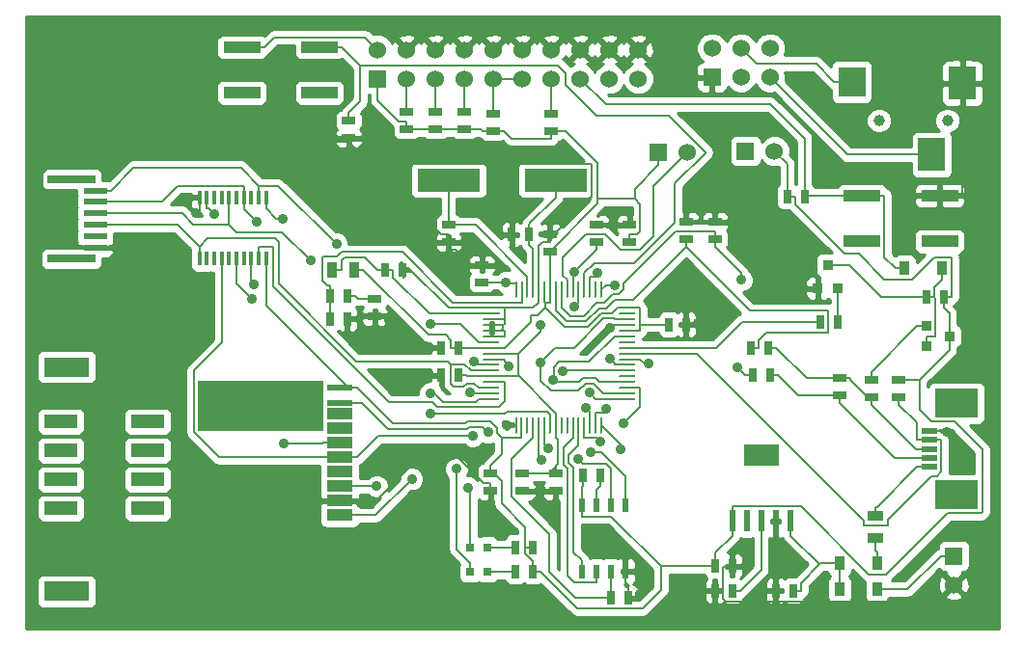
<source format=gtl>
G04 (created by PCBNEW-RS274X (2010-00-09 BZR 23xx)-stable) date So 15 Mai 2011 12:42:23 CEST*
G01*
G70*
G90*
%MOIN*%
G04 Gerber Fmt 3.4, Leading zero omitted, Abs format*
%FSLAX34Y34*%
G04 APERTURE LIST*
%ADD10C,0.006000*%
%ADD11R,0.078700X0.023600*%
%ADD12R,0.165400X0.027600*%
%ADD13R,0.094500X0.116100*%
%ADD14R,0.094500X0.104300*%
%ADD15C,0.039400*%
%ADD16R,0.031400X0.031400*%
%ADD17R,0.060000X0.060000*%
%ADD18C,0.060000*%
%ADD19R,0.126000X0.039400*%
%ADD20R,0.216500X0.078700*%
%ADD21R,0.090600X0.039400*%
%ADD22R,0.090600X0.019700*%
%ADD23R,0.118100X0.047200*%
%ADD24R,0.433100X0.173200*%
%ADD25R,0.157500X0.066900*%
%ADD26R,0.025000X0.045000*%
%ADD27R,0.045000X0.025000*%
%ADD28R,0.035000X0.055000*%
%ADD29R,0.055000X0.035000*%
%ADD30R,0.035800X0.048000*%
%ADD31R,0.023600X0.047200*%
%ADD32R,0.120000X0.073000*%
%ADD33R,0.020000X0.073000*%
%ADD34R,0.036000X0.036000*%
%ADD35R,0.016000X0.050000*%
%ADD36R,0.060000X0.009800*%
%ADD37O,0.060000X0.009800*%
%ADD38O,0.009800X0.060000*%
%ADD39R,0.149600X0.098400*%
%ADD40R,0.055100X0.019700*%
%ADD41C,0.035000*%
%ADD42C,0.008000*%
%ADD43C,0.010000*%
G04 APERTURE END LIST*
G54D10*
G54D11*
X16947Y-41066D03*
X16947Y-41459D03*
X16947Y-41853D03*
X16947Y-42247D03*
X16947Y-42641D03*
X16947Y-43034D03*
G54D12*
X16120Y-40672D03*
X16120Y-43428D03*
G54D13*
X46893Y-37361D03*
X45830Y-39831D03*
G54D14*
X43074Y-37302D03*
G54D15*
X46381Y-38650D03*
X44019Y-38650D03*
G54D16*
X30495Y-54250D03*
X29905Y-54250D03*
X30495Y-53400D03*
X29905Y-53400D03*
G54D17*
X26700Y-37200D03*
G54D18*
X26700Y-36200D03*
X27700Y-37200D03*
X27700Y-36200D03*
X28700Y-37200D03*
X28700Y-36200D03*
X29700Y-37200D03*
X29700Y-36200D03*
X30700Y-37200D03*
X30700Y-36200D03*
X31700Y-37200D03*
X31700Y-36200D03*
X32700Y-37200D03*
X32700Y-36200D03*
X33700Y-37200D03*
X33700Y-36200D03*
X34700Y-37200D03*
X34700Y-36200D03*
X35700Y-37200D03*
X35700Y-36200D03*
G54D17*
X36400Y-39750D03*
G54D18*
X37400Y-39750D03*
G54D17*
X39400Y-39700D03*
G54D18*
X40400Y-39700D03*
G54D17*
X46600Y-53700D03*
G54D18*
X46600Y-54700D03*
G54D17*
X38250Y-37150D03*
G54D18*
X38250Y-36150D03*
X39250Y-37150D03*
X39250Y-36150D03*
X40250Y-37150D03*
X40250Y-36150D03*
G54D19*
X22011Y-37687D03*
X22011Y-36113D03*
X24689Y-36113D03*
X24689Y-37687D03*
X43431Y-42820D03*
X43431Y-41246D03*
X46109Y-41246D03*
X46109Y-42820D03*
G54D20*
X32850Y-40700D03*
X29150Y-40700D03*
G54D21*
X25403Y-52294D03*
X25403Y-51794D03*
X25403Y-50794D03*
X25403Y-51294D03*
X25403Y-50294D03*
X25403Y-49794D03*
X25403Y-49294D03*
X25403Y-48794D03*
G54D22*
X25403Y-48400D03*
X25403Y-47889D03*
G54D23*
X15757Y-51050D03*
X15757Y-49050D03*
X15757Y-50050D03*
X15757Y-52050D03*
X18757Y-52050D03*
X18757Y-51050D03*
X18757Y-50050D03*
X18757Y-49050D03*
G54D24*
X22659Y-48503D03*
G54D25*
X15954Y-47172D03*
X15954Y-54928D03*
G54D26*
X34400Y-50900D03*
X33800Y-50900D03*
X34750Y-55150D03*
X35350Y-55150D03*
X42000Y-45600D03*
X42600Y-45600D03*
G54D27*
X25700Y-39250D03*
X25700Y-38650D03*
G54D26*
X32050Y-54250D03*
X31450Y-54250D03*
X32050Y-53400D03*
X31450Y-53400D03*
X40842Y-41267D03*
X41442Y-41267D03*
X25050Y-44700D03*
X25650Y-44700D03*
X39600Y-46500D03*
X40200Y-46500D03*
X39650Y-47450D03*
X40250Y-47450D03*
G54D27*
X32700Y-38400D03*
X32700Y-39000D03*
X30700Y-38400D03*
X30700Y-39000D03*
X29700Y-38350D03*
X29700Y-38950D03*
X28700Y-38350D03*
X28700Y-38950D03*
X27700Y-38350D03*
X27700Y-38950D03*
X43750Y-48200D03*
X43750Y-47600D03*
X44700Y-48200D03*
X44700Y-47600D03*
G54D26*
X46250Y-44750D03*
X45650Y-44750D03*
X26950Y-43800D03*
X27550Y-43800D03*
X38350Y-54050D03*
X38950Y-54050D03*
X38950Y-54900D03*
X38350Y-54900D03*
G54D27*
X34250Y-42850D03*
X34250Y-42250D03*
X31700Y-50850D03*
X31700Y-51450D03*
X29150Y-42250D03*
X29150Y-42850D03*
G54D26*
X31933Y-42588D03*
X31333Y-42588D03*
G54D27*
X32850Y-50850D03*
X32850Y-51450D03*
X30300Y-44250D03*
X30300Y-43650D03*
G54D26*
X41050Y-54900D03*
X40450Y-54900D03*
G54D27*
X37350Y-42750D03*
X37350Y-42150D03*
G54D26*
X29500Y-47450D03*
X28900Y-47450D03*
G54D27*
X38350Y-42750D03*
X38350Y-42150D03*
G54D26*
X25650Y-45500D03*
X25050Y-45500D03*
G54D27*
X35400Y-42850D03*
X35400Y-42250D03*
G54D26*
X36750Y-45700D03*
X37350Y-45700D03*
G54D27*
X26600Y-45400D03*
X26600Y-44800D03*
X42650Y-48150D03*
X42650Y-47550D03*
X30600Y-50850D03*
X30600Y-51450D03*
X32646Y-43171D03*
X32646Y-42571D03*
G54D26*
X29500Y-46500D03*
X28900Y-46500D03*
G54D28*
X25125Y-43800D03*
X25875Y-43800D03*
G54D29*
X43900Y-52325D03*
X43900Y-53075D03*
G54D30*
X42655Y-54850D03*
X43945Y-54850D03*
X42655Y-53950D03*
X43945Y-53950D03*
X44905Y-43750D03*
X46195Y-43750D03*
G54D31*
X33750Y-54242D03*
X34250Y-54242D03*
X34750Y-54242D03*
X35250Y-54242D03*
X35250Y-51958D03*
X34750Y-51958D03*
X34250Y-51958D03*
X33750Y-51958D03*
G54D32*
X39960Y-50208D03*
G54D33*
X39950Y-52492D03*
X39448Y-52492D03*
X38946Y-52492D03*
X40452Y-52492D03*
X40954Y-52492D03*
G54D34*
X42600Y-44450D03*
X41900Y-44450D03*
X42250Y-43650D03*
G54D35*
X22850Y-41300D03*
X22600Y-41300D03*
X22340Y-41300D03*
X22080Y-41300D03*
X21830Y-41300D03*
X21570Y-41300D03*
X21310Y-41300D03*
X21060Y-41300D03*
X20800Y-41300D03*
X20550Y-41300D03*
X20550Y-43400D03*
X20800Y-43400D03*
X21060Y-43400D03*
X21310Y-43400D03*
X21570Y-43400D03*
X21830Y-43400D03*
X22080Y-43400D03*
X22340Y-43400D03*
X22600Y-43400D03*
X22850Y-43400D03*
G54D36*
X30639Y-45324D03*
G54D37*
X30639Y-45521D03*
X30639Y-45718D03*
X30639Y-45915D03*
X30639Y-46112D03*
X30639Y-46308D03*
X30639Y-46505D03*
X30639Y-46702D03*
X30639Y-46899D03*
X30639Y-47096D03*
X30639Y-47293D03*
X30639Y-47489D03*
X30639Y-47686D03*
X30639Y-47883D03*
X30639Y-48080D03*
X30639Y-48277D03*
G54D38*
X31474Y-49175D03*
X31671Y-49175D03*
X31868Y-49175D03*
X32065Y-49175D03*
X32262Y-49175D03*
X32458Y-49175D03*
X32655Y-49175D03*
X32852Y-49175D03*
X33049Y-49175D03*
X33246Y-49175D03*
X33443Y-49175D03*
X33639Y-49175D03*
X33836Y-49175D03*
X34033Y-49175D03*
X34230Y-49175D03*
X34427Y-49175D03*
G54D37*
X35325Y-48277D03*
X35325Y-48080D03*
X35325Y-47883D03*
X35325Y-47686D03*
X35325Y-47489D03*
X35325Y-47293D03*
X35325Y-47096D03*
X35325Y-46899D03*
X35325Y-46702D03*
X35325Y-46505D03*
X35325Y-46308D03*
X35325Y-46112D03*
X35325Y-45915D03*
X35325Y-45718D03*
X35325Y-45521D03*
X35325Y-45324D03*
G54D38*
X34427Y-44489D03*
X34230Y-44489D03*
X33836Y-44489D03*
X34033Y-44482D03*
X33639Y-44489D03*
X33443Y-44489D03*
X33246Y-44489D03*
X33049Y-44489D03*
X32852Y-44489D03*
X32655Y-44489D03*
X32461Y-44489D03*
X32264Y-44489D03*
X32067Y-44489D03*
X31870Y-44489D03*
X31674Y-44489D03*
X31477Y-44489D03*
G54D39*
X46693Y-51575D03*
X46693Y-48425D03*
G54D40*
X45748Y-50630D03*
X45748Y-50315D03*
X45748Y-50000D03*
X45748Y-49685D03*
X45748Y-49370D03*
G54D34*
X45650Y-46450D03*
X45650Y-45750D03*
X46450Y-46100D03*
G54D41*
X32312Y-45709D03*
X31121Y-44238D03*
X33482Y-43896D03*
X34717Y-46867D03*
X24376Y-43479D03*
X29907Y-48054D03*
X33094Y-47311D03*
X29986Y-49558D03*
X32751Y-47614D03*
X39119Y-47185D03*
X39256Y-44162D03*
X33907Y-48596D03*
X34389Y-49756D03*
X21041Y-41876D03*
X32319Y-47023D03*
X23451Y-49811D03*
X30037Y-46971D03*
X29426Y-50694D03*
X29825Y-51352D03*
X31234Y-47136D03*
X32601Y-49987D03*
X34069Y-50114D03*
X22529Y-42153D03*
X28523Y-48770D03*
X35093Y-50019D03*
X22353Y-44804D03*
X26665Y-51296D03*
X32356Y-50383D03*
X33615Y-50342D03*
X23408Y-42044D03*
X28525Y-48078D03*
X30510Y-49422D03*
X34600Y-48627D03*
X33475Y-45084D03*
X34013Y-48051D03*
X34887Y-44341D03*
X36054Y-47040D03*
X34307Y-43909D03*
X25275Y-42914D03*
X28515Y-45669D03*
X22422Y-44302D03*
X35199Y-49108D03*
X27875Y-51039D03*
X27104Y-45536D03*
X46882Y-38241D03*
X39050Y-42150D03*
X26134Y-51872D03*
X37767Y-45647D03*
X35753Y-55015D03*
X32345Y-51452D03*
X28493Y-47461D03*
X46354Y-49423D03*
X20434Y-41833D03*
X34824Y-42250D03*
X34721Y-45816D03*
X31147Y-49175D03*
G54D42*
X32852Y-49175D02*
X32852Y-48732D01*
X31533Y-47489D02*
X30639Y-47489D01*
X31558Y-47464D02*
X31533Y-47489D01*
X31558Y-46709D02*
X31558Y-47464D01*
X31551Y-46702D02*
X31558Y-46709D01*
X32826Y-48732D02*
X31558Y-47464D01*
X32852Y-48732D02*
X32826Y-48732D01*
X32852Y-49396D02*
X32852Y-49175D01*
X32312Y-45941D02*
X32312Y-45709D01*
X31551Y-46702D02*
X32312Y-45941D01*
X30639Y-46702D02*
X31551Y-46702D01*
X29500Y-47450D02*
X29768Y-47450D01*
X29807Y-47489D02*
X29768Y-47450D01*
X30639Y-47489D02*
X29807Y-47489D01*
X30300Y-44250D02*
X30668Y-44250D01*
X30680Y-44238D02*
X30668Y-44250D01*
X31121Y-44238D02*
X30680Y-44238D01*
X31150Y-44267D02*
X31121Y-44238D01*
X31477Y-44267D02*
X31150Y-44267D01*
X31477Y-44489D02*
X31477Y-44267D01*
X32850Y-50850D02*
X32850Y-50616D01*
X32850Y-50616D02*
X32850Y-50582D01*
X31700Y-50850D02*
X32068Y-50850D01*
X32616Y-50850D02*
X32850Y-50616D01*
X32068Y-50850D02*
X32616Y-50850D01*
X32919Y-49685D02*
X32852Y-49618D01*
X32919Y-50513D02*
X32919Y-49685D01*
X32850Y-50582D02*
X32919Y-50513D01*
X32852Y-49396D02*
X32852Y-49618D01*
X34250Y-42850D02*
X34250Y-43118D01*
X33443Y-43935D02*
X33443Y-44489D01*
X33482Y-43896D02*
X33443Y-43935D01*
X33482Y-43886D02*
X33482Y-43896D01*
X34250Y-43118D02*
X33482Y-43886D01*
X34587Y-38087D02*
X33700Y-37200D01*
X40264Y-38087D02*
X34587Y-38087D01*
X41442Y-39265D02*
X40264Y-38087D01*
X41442Y-41246D02*
X41442Y-39265D01*
X41442Y-41267D02*
X41442Y-41246D01*
X41442Y-41246D02*
X42658Y-41246D01*
X43431Y-41246D02*
X42658Y-41246D01*
X44204Y-43371D02*
X44583Y-43750D01*
X44204Y-41246D02*
X44204Y-43371D01*
X44905Y-43750D02*
X44583Y-43750D01*
X43431Y-41246D02*
X44204Y-41246D01*
X34882Y-47032D02*
X34717Y-46867D01*
X34882Y-47096D02*
X34882Y-47032D01*
X35325Y-47096D02*
X34882Y-47096D01*
X35325Y-46702D02*
X35768Y-46702D01*
X45911Y-49685D02*
X46166Y-49685D01*
X45911Y-49685D02*
X45748Y-49685D01*
X45329Y-49097D02*
X44700Y-48468D01*
X45329Y-49685D02*
X45329Y-49097D01*
X45748Y-49685D02*
X45329Y-49685D01*
X44700Y-48200D02*
X44700Y-48468D01*
X46166Y-50787D02*
X46166Y-49685D01*
X46015Y-50938D02*
X46166Y-50787D01*
X45829Y-50938D02*
X46015Y-50938D01*
X44335Y-52432D02*
X45829Y-50938D01*
X44335Y-52622D02*
X44335Y-52432D01*
X44313Y-52644D02*
X44335Y-52622D01*
X43498Y-52644D02*
X44313Y-52644D01*
X43476Y-52622D02*
X43498Y-52644D01*
X43476Y-52466D02*
X43476Y-52622D01*
X37712Y-46702D02*
X43476Y-52466D01*
X35768Y-46702D02*
X37712Y-46702D01*
X33836Y-43928D02*
X33836Y-44489D01*
X34174Y-43590D02*
X33836Y-43928D01*
X35550Y-43590D02*
X34174Y-43590D01*
X36973Y-42167D02*
X35550Y-43590D01*
X36973Y-40815D02*
X36973Y-42167D01*
X38018Y-39770D02*
X36973Y-40815D01*
X38018Y-39737D02*
X38018Y-39770D01*
X36756Y-38475D02*
X38018Y-39737D01*
X34273Y-38475D02*
X36756Y-38475D01*
X33200Y-37402D02*
X34273Y-38475D01*
X33200Y-37016D02*
X33200Y-37402D01*
X32940Y-36756D02*
X33200Y-37016D01*
X26105Y-36756D02*
X32940Y-36756D01*
X24689Y-36113D02*
X25462Y-36113D01*
X26105Y-37977D02*
X26105Y-36756D01*
X25700Y-38382D02*
X26105Y-37977D01*
X26105Y-36756D02*
X25462Y-36113D01*
X25700Y-38650D02*
X25700Y-38382D01*
X19943Y-41853D02*
X16947Y-41853D01*
X20333Y-42243D02*
X19943Y-41853D01*
X21570Y-42243D02*
X20333Y-42243D01*
X21570Y-41300D02*
X21570Y-42243D01*
X21832Y-42505D02*
X21570Y-42243D01*
X23402Y-42505D02*
X21832Y-42505D01*
X24376Y-43479D02*
X23402Y-42505D01*
X33112Y-47293D02*
X33094Y-47311D01*
X35325Y-47293D02*
X33112Y-47293D01*
X29933Y-48080D02*
X30639Y-48080D01*
X29907Y-48054D02*
X29933Y-48080D01*
X32847Y-47686D02*
X32775Y-47614D01*
X33668Y-47686D02*
X32847Y-47686D01*
X33804Y-47550D02*
X33668Y-47686D01*
X34223Y-47550D02*
X33804Y-47550D01*
X34359Y-47686D02*
X34223Y-47550D01*
X35325Y-47686D02*
X34359Y-47686D01*
X32775Y-47614D02*
X32751Y-47614D01*
X34001Y-46993D02*
X34882Y-46112D01*
X32962Y-46993D02*
X34001Y-46993D01*
X32775Y-47180D02*
X32962Y-46993D01*
X32775Y-47614D02*
X32775Y-47180D01*
X25403Y-50294D02*
X25999Y-50294D01*
X26735Y-49558D02*
X25999Y-50294D01*
X29986Y-49558D02*
X26735Y-49558D01*
X35325Y-46112D02*
X34882Y-46112D01*
X21216Y-50294D02*
X25403Y-50294D01*
X20349Y-49427D02*
X21216Y-50294D01*
X20349Y-47289D02*
X20349Y-49427D01*
X21310Y-46328D02*
X20349Y-47289D01*
X21310Y-43400D02*
X21310Y-46328D01*
X33750Y-54242D02*
X33750Y-53863D01*
X33461Y-53574D02*
X33750Y-53863D01*
X33461Y-50638D02*
X33461Y-53574D01*
X33297Y-50474D02*
X33461Y-50638D01*
X33297Y-50210D02*
X33297Y-50474D01*
X33639Y-49868D02*
X33297Y-50210D01*
X33639Y-49618D02*
X33639Y-49868D01*
X33639Y-49175D02*
X33639Y-49618D01*
X38350Y-42750D02*
X38350Y-43018D01*
X39650Y-47450D02*
X39382Y-47450D01*
X39382Y-47448D02*
X39382Y-47450D01*
X39119Y-47185D02*
X39382Y-47448D01*
X39256Y-43924D02*
X39256Y-44162D01*
X38350Y-43018D02*
X39256Y-43924D01*
X38350Y-42662D02*
X38350Y-42750D01*
X38350Y-42662D02*
X38350Y-42482D01*
X36994Y-42482D02*
X38350Y-42482D01*
X35205Y-44271D02*
X36994Y-42482D01*
X35205Y-44474D02*
X35205Y-44271D01*
X35020Y-44659D02*
X35205Y-44474D01*
X34817Y-44659D02*
X35020Y-44659D01*
X34527Y-44949D02*
X34817Y-44659D01*
X34271Y-44949D02*
X34527Y-44949D01*
X33815Y-45405D02*
X34271Y-44949D01*
X33346Y-45405D02*
X33815Y-45405D01*
X33049Y-45108D02*
X33346Y-45405D01*
X33049Y-44489D02*
X33049Y-45108D01*
X39868Y-46232D02*
X39868Y-46500D01*
X40131Y-45969D02*
X39868Y-46232D01*
X42247Y-45969D02*
X40131Y-45969D01*
X42269Y-45947D02*
X42247Y-45969D01*
X42269Y-45253D02*
X42269Y-45947D01*
X42247Y-45231D02*
X42269Y-45253D01*
X39563Y-45231D02*
X42247Y-45231D01*
X37350Y-43018D02*
X39563Y-45231D01*
X39600Y-46500D02*
X39868Y-46500D01*
X35526Y-44842D02*
X37350Y-43018D01*
X34896Y-44842D02*
X35526Y-44842D01*
X34606Y-45132D02*
X34896Y-44842D01*
X34348Y-45132D02*
X34606Y-45132D01*
X33892Y-45588D02*
X34348Y-45132D01*
X33232Y-45588D02*
X33892Y-45588D01*
X32852Y-45208D02*
X33232Y-45588D01*
X32852Y-44489D02*
X32852Y-45208D01*
X37350Y-42750D02*
X37350Y-43018D01*
X43074Y-37302D02*
X42458Y-37302D01*
X41842Y-36686D02*
X42458Y-37302D01*
X39786Y-36686D02*
X41842Y-36686D01*
X39250Y-36150D02*
X39786Y-36686D01*
X34033Y-48722D02*
X33907Y-48596D01*
X34033Y-48732D02*
X34033Y-48722D01*
X34033Y-49175D02*
X34033Y-48732D01*
X34251Y-49618D02*
X34389Y-49756D01*
X33836Y-49618D02*
X34251Y-49618D01*
X33836Y-49175D02*
X33836Y-49618D01*
X42931Y-39831D02*
X45214Y-39831D01*
X40250Y-37150D02*
X42931Y-39831D01*
X45830Y-39831D02*
X45214Y-39831D01*
X19790Y-42247D02*
X16947Y-42247D01*
X20550Y-43007D02*
X19790Y-42247D01*
X20832Y-42725D02*
X20550Y-43007D01*
X23155Y-42725D02*
X20832Y-42725D01*
X23275Y-42845D02*
X23155Y-42725D01*
X23275Y-44292D02*
X23275Y-42845D01*
X25952Y-46969D02*
X23275Y-44292D01*
X29117Y-46969D02*
X25952Y-46969D01*
X29231Y-47083D02*
X29117Y-46969D01*
X20550Y-43400D02*
X20550Y-43007D01*
X29909Y-47293D02*
X30639Y-47293D01*
X29697Y-47081D02*
X29909Y-47293D01*
X29233Y-47081D02*
X29697Y-47081D01*
X29231Y-47083D02*
X29233Y-47081D01*
X29231Y-47750D02*
X29231Y-47083D01*
X29319Y-47838D02*
X29231Y-47750D01*
X29673Y-47838D02*
X29319Y-47838D01*
X29775Y-47736D02*
X29673Y-47838D01*
X30040Y-47736D02*
X29775Y-47736D01*
X30187Y-47883D02*
X30040Y-47736D01*
X30639Y-47883D02*
X30187Y-47883D01*
X20800Y-41300D02*
X20800Y-41693D01*
X20858Y-41693D02*
X20800Y-41693D01*
X21041Y-41876D02*
X20858Y-41693D01*
X32319Y-47632D02*
X32319Y-47023D01*
X32681Y-47994D02*
X32319Y-47632D01*
X33621Y-47994D02*
X32681Y-47994D01*
X33882Y-47733D02*
X33621Y-47994D01*
X34146Y-47733D02*
X33882Y-47733D01*
X34493Y-48080D02*
X34146Y-47733D01*
X35325Y-48080D02*
X34493Y-48080D01*
X35150Y-45521D02*
X34882Y-45521D01*
X35150Y-45521D02*
X35325Y-45521D01*
X32823Y-46519D02*
X32319Y-47023D01*
X33481Y-46519D02*
X32823Y-46519D01*
X34502Y-45498D02*
X33481Y-46519D01*
X34859Y-45498D02*
X34502Y-45498D01*
X34882Y-45521D02*
X34859Y-45498D01*
X24790Y-49811D02*
X24807Y-49794D01*
X23451Y-49811D02*
X24790Y-49811D01*
X25403Y-49794D02*
X24807Y-49794D01*
X31082Y-48358D02*
X31082Y-47686D01*
X30877Y-48563D02*
X31082Y-48358D01*
X28767Y-48563D02*
X30877Y-48563D01*
X28600Y-48396D02*
X28767Y-48563D01*
X27079Y-48396D02*
X28600Y-48396D01*
X23076Y-44393D02*
X27079Y-48396D01*
X23076Y-43029D02*
X23076Y-44393D01*
X23054Y-43007D02*
X23076Y-43029D01*
X22600Y-43007D02*
X23054Y-43007D01*
X22600Y-43400D02*
X22600Y-43007D01*
X30639Y-47686D02*
X31082Y-47686D01*
X30162Y-47096D02*
X30037Y-46971D01*
X30639Y-47096D02*
X30162Y-47096D01*
X29426Y-53471D02*
X29905Y-53950D01*
X29426Y-50694D02*
X29426Y-53471D01*
X29905Y-54250D02*
X29905Y-53950D01*
X30639Y-46899D02*
X31082Y-46899D01*
X29905Y-51432D02*
X29905Y-53400D01*
X29825Y-51352D02*
X29905Y-51432D01*
X31082Y-46984D02*
X31234Y-47136D01*
X31082Y-46899D02*
X31082Y-46984D01*
X34250Y-54242D02*
X34250Y-54621D01*
X33443Y-49175D02*
X33443Y-49618D01*
X33500Y-54621D02*
X34250Y-54621D01*
X33260Y-54381D02*
X33500Y-54621D01*
X33260Y-50697D02*
X33260Y-54381D01*
X33114Y-50551D02*
X33260Y-50697D01*
X33114Y-49947D02*
X33114Y-50551D01*
X33443Y-49618D02*
X33114Y-49947D01*
X32458Y-49844D02*
X32601Y-49987D01*
X32458Y-49175D02*
X32458Y-49844D01*
X35250Y-51958D02*
X35250Y-51579D01*
X35250Y-50938D02*
X35250Y-51579D01*
X34426Y-50114D02*
X35250Y-50938D01*
X34069Y-50114D02*
X34426Y-50114D01*
X22080Y-41704D02*
X22080Y-41300D01*
X22529Y-42153D02*
X22080Y-41704D01*
X31101Y-48770D02*
X28523Y-48770D01*
X31159Y-48712D02*
X31101Y-48770D01*
X32545Y-48712D02*
X31159Y-48712D01*
X32655Y-48822D02*
X32545Y-48712D01*
X32655Y-49175D02*
X32655Y-48822D01*
X22080Y-41300D02*
X22080Y-40907D01*
X19802Y-40907D02*
X22080Y-40907D01*
X19250Y-41459D02*
X19802Y-40907D01*
X16947Y-41459D02*
X19250Y-41459D01*
X35093Y-49841D02*
X35093Y-50019D01*
X34427Y-49175D02*
X35093Y-49841D01*
X21830Y-44281D02*
X22353Y-44804D01*
X21830Y-43400D02*
X21830Y-44281D01*
X25403Y-51294D02*
X25999Y-51294D01*
X26001Y-51296D02*
X25999Y-51294D01*
X26665Y-51296D02*
X26001Y-51296D01*
X32262Y-50289D02*
X32356Y-50383D01*
X32262Y-49175D02*
X32262Y-50289D01*
X34750Y-51958D02*
X34750Y-51579D01*
X34750Y-50697D02*
X34750Y-51579D01*
X34574Y-50521D02*
X34750Y-50697D01*
X33794Y-50521D02*
X34574Y-50521D01*
X33615Y-50342D02*
X33794Y-50521D01*
X28659Y-48078D02*
X28525Y-48078D01*
X28960Y-48379D02*
X28659Y-48078D01*
X30094Y-48379D02*
X28960Y-48379D01*
X30196Y-48277D02*
X30094Y-48379D01*
X23201Y-42044D02*
X23408Y-42044D01*
X22850Y-41693D02*
X23201Y-42044D01*
X30639Y-48277D02*
X30196Y-48277D01*
X22850Y-41300D02*
X22850Y-41693D01*
X26164Y-48400D02*
X25403Y-48400D01*
X27068Y-49304D02*
X26164Y-48400D01*
X29790Y-49304D02*
X27068Y-49304D01*
X29854Y-49240D02*
X29790Y-49304D01*
X30328Y-49240D02*
X29854Y-49240D01*
X30510Y-49422D02*
X30328Y-49240D01*
X34230Y-49175D02*
X34230Y-48732D01*
X34495Y-48732D02*
X34600Y-48627D01*
X34230Y-48732D02*
X34495Y-48732D01*
X31700Y-37200D02*
X30700Y-37200D01*
X30700Y-38400D02*
X30700Y-38132D01*
X30700Y-37200D02*
X30700Y-38132D01*
X33627Y-44932D02*
X33475Y-45084D01*
X33639Y-44932D02*
X33627Y-44932D01*
X33639Y-44489D02*
X33639Y-44932D01*
X34239Y-48277D02*
X34013Y-48051D01*
X35325Y-48277D02*
X34239Y-48277D01*
X28700Y-38350D02*
X28700Y-37200D01*
X32700Y-38400D02*
X32700Y-38132D01*
X32700Y-37200D02*
X32700Y-38132D01*
X34575Y-44341D02*
X34887Y-44341D01*
X34427Y-44489D02*
X34575Y-44341D01*
X35325Y-46899D02*
X35768Y-46899D01*
X35909Y-47040D02*
X36054Y-47040D01*
X35768Y-46899D02*
X35909Y-47040D01*
X29700Y-38350D02*
X29700Y-38082D01*
X29700Y-38082D02*
X29700Y-37200D01*
X34033Y-44482D02*
X34033Y-44039D01*
X34177Y-44039D02*
X34307Y-43909D01*
X34033Y-44039D02*
X34177Y-44039D01*
X44086Y-44750D02*
X45650Y-44750D01*
X42986Y-43650D02*
X44086Y-44750D01*
X42250Y-43650D02*
X42986Y-43650D01*
X45973Y-44805D02*
X45918Y-44750D01*
X45973Y-46105D02*
X45973Y-44805D01*
X45951Y-46127D02*
X45973Y-46105D01*
X45650Y-46127D02*
X45951Y-46127D01*
X45650Y-46450D02*
X45650Y-46127D01*
X45650Y-44750D02*
X45918Y-44750D01*
X45918Y-44410D02*
X45918Y-44750D01*
X46195Y-44133D02*
X45918Y-44410D01*
X46195Y-43750D02*
X46195Y-44133D01*
X43900Y-53522D02*
X43900Y-53075D01*
X43945Y-53567D02*
X43900Y-53522D01*
X43945Y-53950D02*
X43945Y-53567D01*
X18269Y-40281D02*
X17484Y-41066D01*
X21974Y-40281D02*
X18269Y-40281D01*
X22600Y-40907D02*
X21974Y-40281D01*
X23268Y-40907D02*
X22600Y-40907D01*
X25275Y-42914D02*
X23268Y-40907D01*
X16947Y-41066D02*
X17484Y-41066D01*
X30639Y-46308D02*
X30196Y-46308D01*
X22600Y-41300D02*
X22600Y-40907D01*
X29557Y-45669D02*
X28515Y-45669D01*
X30196Y-46308D02*
X29557Y-45669D01*
X22340Y-44220D02*
X22340Y-43400D01*
X22422Y-44302D02*
X22340Y-44220D01*
X35325Y-47883D02*
X35768Y-47883D01*
X35768Y-48539D02*
X35199Y-49108D01*
X35768Y-47883D02*
X35768Y-48539D01*
X26620Y-52294D02*
X27875Y-51039D01*
X25403Y-52294D02*
X26620Y-52294D01*
X34750Y-55150D02*
X34750Y-54242D01*
X33532Y-55150D02*
X34750Y-55150D01*
X32632Y-54250D02*
X33532Y-55150D01*
X32632Y-52938D02*
X32632Y-54250D01*
X31331Y-51637D02*
X32632Y-52938D01*
X31331Y-50352D02*
X31331Y-51637D01*
X32065Y-49618D02*
X31331Y-50352D01*
X32065Y-49175D02*
X32065Y-49618D01*
X38946Y-52492D02*
X38946Y-51984D01*
X45416Y-47600D02*
X44700Y-47600D01*
X46450Y-46566D02*
X45416Y-47600D01*
X46450Y-46100D02*
X46450Y-46566D01*
X45416Y-48654D02*
X45416Y-47600D01*
X45823Y-49061D02*
X45416Y-48654D01*
X46632Y-49061D02*
X45823Y-49061D01*
X47585Y-50014D02*
X46632Y-49061D01*
X47585Y-52188D02*
X47585Y-50014D01*
X47563Y-52210D02*
X47585Y-52188D01*
X46392Y-52210D02*
X47563Y-52210D01*
X44268Y-54334D02*
X46392Y-52210D01*
X43660Y-54334D02*
X44268Y-54334D01*
X41310Y-51984D02*
X43660Y-54334D01*
X38946Y-51984D02*
X41310Y-51984D01*
X38946Y-52746D02*
X38946Y-52492D01*
X46450Y-45318D02*
X46450Y-46100D01*
X46250Y-45118D02*
X46450Y-45318D01*
X29232Y-46232D02*
X29232Y-46500D01*
X29048Y-46048D02*
X29232Y-46232D01*
X28444Y-46048D02*
X29048Y-46048D01*
X26196Y-43800D02*
X28444Y-46048D01*
X25875Y-43800D02*
X26196Y-43800D01*
X29700Y-38950D02*
X28700Y-38950D01*
X30282Y-38950D02*
X29700Y-38950D01*
X30332Y-39000D02*
X30282Y-38950D01*
X29500Y-46500D02*
X29232Y-46500D01*
X30191Y-46500D02*
X30196Y-46505D01*
X29500Y-46500D02*
X30191Y-46500D01*
X27214Y-49104D02*
X25999Y-47889D01*
X29730Y-49104D02*
X27214Y-49104D01*
X29777Y-49057D02*
X29730Y-49104D01*
X30596Y-49057D02*
X29777Y-49057D01*
X30828Y-49289D02*
X30596Y-49057D01*
X30828Y-49460D02*
X30828Y-49289D01*
X30986Y-49618D02*
X30828Y-49460D01*
X22850Y-45038D02*
X22850Y-43793D01*
X25701Y-47889D02*
X22850Y-45038D01*
X27700Y-38950D02*
X27700Y-38682D01*
X26700Y-37950D02*
X26700Y-37200D01*
X27432Y-38682D02*
X26700Y-37950D01*
X27700Y-38682D02*
X27432Y-38682D01*
X27766Y-38950D02*
X27700Y-38950D01*
X22850Y-43400D02*
X22850Y-43793D01*
X25701Y-47889D02*
X25999Y-47889D01*
X25403Y-47889D02*
X25701Y-47889D01*
X40842Y-41267D02*
X41110Y-41267D01*
X46518Y-43388D02*
X46518Y-44750D01*
X46496Y-43366D02*
X46518Y-43388D01*
X45910Y-43366D02*
X46496Y-43366D01*
X45142Y-44134D02*
X45910Y-43366D01*
X44206Y-44134D02*
X45142Y-44134D01*
X43319Y-43247D02*
X44206Y-44134D01*
X42822Y-43247D02*
X43319Y-43247D01*
X41110Y-41535D02*
X42822Y-43247D01*
X41110Y-41267D02*
X41110Y-41535D01*
X40842Y-40142D02*
X40842Y-41267D01*
X40400Y-39700D02*
X40842Y-40142D01*
X22011Y-36113D02*
X22784Y-36113D01*
X23124Y-35773D02*
X22784Y-36113D01*
X26273Y-35773D02*
X23124Y-35773D01*
X26700Y-36200D02*
X26273Y-35773D01*
X46250Y-44750D02*
X46518Y-44750D01*
X30986Y-50196D02*
X30986Y-49618D01*
X30600Y-50582D02*
X30986Y-50196D01*
X31671Y-49618D02*
X30986Y-49618D01*
X34300Y-41517D02*
X32646Y-43171D01*
X34300Y-41351D02*
X34300Y-41517D01*
X35582Y-41351D02*
X34300Y-41351D01*
X33174Y-39000D02*
X33068Y-39000D01*
X34300Y-40126D02*
X33174Y-39000D01*
X34300Y-41351D02*
X34300Y-40126D01*
X36750Y-45700D02*
X36482Y-45700D01*
X32646Y-43171D02*
X32646Y-43439D01*
X32655Y-43448D02*
X32655Y-44489D01*
X32646Y-43439D02*
X32655Y-43448D01*
X31096Y-46505D02*
X30639Y-46505D01*
X31977Y-45624D02*
X31096Y-46505D01*
X31977Y-45411D02*
X31977Y-45624D01*
X31999Y-45389D02*
X31977Y-45411D01*
X32212Y-45389D02*
X31999Y-45389D01*
X32488Y-45113D02*
X32212Y-45389D01*
X33800Y-50900D02*
X33800Y-51268D01*
X33750Y-51318D02*
X33800Y-51268D01*
X33750Y-51958D02*
X33750Y-51318D01*
X46250Y-44750D02*
X46250Y-45118D01*
X32050Y-54250D02*
X32318Y-54250D01*
X30700Y-39000D02*
X30332Y-39000D01*
X31671Y-49175D02*
X31671Y-49618D01*
X32050Y-53400D02*
X31799Y-53400D01*
X31799Y-53631D02*
X32050Y-53882D01*
X31799Y-53400D02*
X31799Y-53631D01*
X32050Y-54250D02*
X32050Y-53882D01*
X30600Y-50850D02*
X30600Y-50716D01*
X30600Y-50716D02*
X30600Y-50582D01*
X31799Y-52702D02*
X31799Y-53400D01*
X30992Y-51895D02*
X31799Y-52702D01*
X30992Y-51108D02*
X30992Y-51895D01*
X30600Y-50716D02*
X30992Y-51108D01*
X33750Y-51958D02*
X33750Y-52337D01*
X38350Y-53596D02*
X38350Y-54050D01*
X38946Y-53000D02*
X38350Y-53596D01*
X36487Y-54050D02*
X36486Y-54051D01*
X38350Y-54050D02*
X36487Y-54050D01*
X34772Y-52337D02*
X36486Y-54051D01*
X33750Y-52337D02*
X34772Y-52337D01*
X33587Y-55519D02*
X32318Y-54250D01*
X35856Y-55519D02*
X33587Y-55519D01*
X36486Y-54889D02*
X35856Y-55519D01*
X36486Y-54051D02*
X36486Y-54889D01*
X28700Y-38950D02*
X28068Y-38950D01*
X30639Y-46505D02*
X30196Y-46505D01*
X35400Y-42850D02*
X35400Y-42582D01*
X35325Y-45915D02*
X35768Y-45915D01*
X35668Y-42582D02*
X35400Y-42582D01*
X35769Y-42481D02*
X35668Y-42582D01*
X35769Y-41538D02*
X35769Y-42481D01*
X35582Y-41351D02*
X35769Y-41538D01*
X35582Y-41011D02*
X36400Y-40193D01*
X35582Y-41351D02*
X35582Y-41011D01*
X36400Y-39750D02*
X36400Y-40193D01*
X38946Y-52746D02*
X38946Y-53000D01*
X27766Y-38950D02*
X28068Y-38950D01*
X32655Y-44489D02*
X32655Y-44932D01*
X32461Y-44489D02*
X32461Y-44905D01*
X32488Y-44932D02*
X32655Y-44932D01*
X32461Y-44905D02*
X32488Y-44932D01*
X32488Y-44932D02*
X32488Y-45113D01*
X36482Y-45700D02*
X35769Y-45700D01*
X35769Y-45914D02*
X35768Y-45915D01*
X35769Y-45700D02*
X35769Y-45914D01*
X32700Y-39000D02*
X32700Y-39268D01*
X30700Y-39000D02*
X31068Y-39000D01*
X31336Y-39268D02*
X32700Y-39268D01*
X31068Y-39000D02*
X31336Y-39268D01*
X32700Y-39000D02*
X33068Y-39000D01*
X33146Y-45771D02*
X32488Y-45113D01*
X33969Y-45771D02*
X33146Y-45771D01*
X34425Y-45315D02*
X33969Y-45771D01*
X34800Y-45315D02*
X34425Y-45315D01*
X34984Y-45131D02*
X34800Y-45315D01*
X35747Y-45131D02*
X34984Y-45131D01*
X35769Y-45153D02*
X35747Y-45131D01*
X35769Y-45700D02*
X35769Y-45153D01*
X31036Y-45843D02*
X31036Y-45718D01*
X30964Y-45915D02*
X31036Y-45843D01*
X31082Y-45672D02*
X31082Y-45521D01*
X31036Y-45718D02*
X31082Y-45672D01*
X30639Y-45718D02*
X31036Y-45718D01*
X29147Y-45129D02*
X27818Y-43800D01*
X31082Y-45129D02*
X29147Y-45129D01*
X32067Y-45129D02*
X31082Y-45129D01*
X32264Y-44932D02*
X32067Y-45129D01*
X31082Y-45129D02*
X31082Y-45521D01*
X30964Y-45915D02*
X31082Y-45915D01*
X30861Y-45915D02*
X30964Y-45915D01*
X30639Y-45915D02*
X30836Y-45915D01*
X30861Y-45915D02*
X30836Y-45915D01*
X30639Y-45521D02*
X31082Y-45521D01*
X28068Y-46500D02*
X27104Y-45536D01*
X28900Y-46500D02*
X28068Y-46500D01*
X27104Y-45536D02*
X26968Y-45400D01*
X26600Y-45400D02*
X26968Y-45400D01*
X46882Y-38096D02*
X46893Y-38085D01*
X46882Y-38241D02*
X46882Y-38096D01*
X46882Y-41246D02*
X46882Y-38241D01*
X46893Y-37361D02*
X46893Y-38085D01*
X46109Y-41246D02*
X46882Y-41246D01*
X41350Y-44450D02*
X41739Y-44450D01*
X39050Y-42150D02*
X41350Y-44450D01*
X38718Y-42150D02*
X39050Y-42150D01*
X38350Y-42150D02*
X38718Y-42150D01*
X16212Y-43034D02*
X16947Y-43034D01*
X15138Y-41960D02*
X16212Y-43034D01*
X15138Y-40487D02*
X15138Y-41960D01*
X16241Y-39384D02*
X15138Y-40487D01*
X20689Y-39384D02*
X16241Y-39384D01*
X25700Y-39384D02*
X20689Y-39384D01*
X26936Y-35436D02*
X27700Y-36200D01*
X21580Y-35436D02*
X26936Y-35436D01*
X20689Y-36327D02*
X21580Y-35436D01*
X20689Y-39384D02*
X20689Y-36327D01*
X26479Y-40163D02*
X25700Y-39384D01*
X27870Y-40163D02*
X26479Y-40163D01*
X31333Y-40163D02*
X27870Y-40163D01*
X28882Y-42582D02*
X29150Y-42582D01*
X27870Y-41570D02*
X28882Y-42582D01*
X27870Y-40163D02*
X27870Y-41570D01*
X29150Y-42850D02*
X29150Y-42582D01*
X31333Y-40163D02*
X31333Y-42588D01*
X34054Y-40163D02*
X31333Y-40163D01*
X34076Y-40185D02*
X34054Y-40163D01*
X34076Y-41275D02*
X34076Y-40185D01*
X32646Y-42705D02*
X34076Y-41275D01*
X38950Y-54050D02*
X38682Y-54050D01*
X38618Y-54114D02*
X38682Y-54050D01*
X38618Y-54900D02*
X38618Y-54114D01*
X38618Y-55168D02*
X38618Y-54900D01*
X38719Y-55269D02*
X38618Y-55168D01*
X40349Y-55269D02*
X38719Y-55269D01*
X40450Y-55168D02*
X40349Y-55269D01*
X40450Y-55168D02*
X40450Y-54900D01*
X40551Y-55269D02*
X40450Y-55168D01*
X46031Y-55269D02*
X40551Y-55269D01*
X46600Y-54700D02*
X46031Y-55269D01*
X38350Y-54900D02*
X38618Y-54900D01*
X32646Y-42705D02*
X32646Y-42839D01*
X32646Y-42571D02*
X32646Y-42705D01*
X30600Y-51450D02*
X30600Y-51182D01*
X26077Y-51872D02*
X25999Y-51794D01*
X26134Y-51872D02*
X26077Y-51872D01*
X26557Y-51872D02*
X26134Y-51872D01*
X28110Y-50319D02*
X26557Y-51872D01*
X29504Y-50319D02*
X28110Y-50319D01*
X30367Y-51182D02*
X29504Y-50319D01*
X30600Y-51182D02*
X30367Y-51182D01*
X25403Y-51794D02*
X25999Y-51794D01*
X25700Y-39250D02*
X25700Y-39384D01*
X27550Y-43800D02*
X27818Y-43800D01*
X40450Y-54900D02*
X40450Y-54532D01*
X40452Y-54530D02*
X40450Y-54532D01*
X40452Y-52492D02*
X40452Y-54530D01*
X41900Y-44450D02*
X41739Y-44450D01*
X32264Y-44489D02*
X32264Y-44932D01*
X29150Y-42850D02*
X29150Y-43118D01*
X30300Y-43650D02*
X29932Y-43650D01*
X29400Y-43118D02*
X29150Y-43118D01*
X29932Y-43650D02*
X29400Y-43118D01*
X32264Y-42979D02*
X32264Y-44489D01*
X32404Y-42839D02*
X32264Y-42979D01*
X32646Y-42839D02*
X32404Y-42839D01*
X26132Y-45500D02*
X26232Y-45400D01*
X25650Y-45500D02*
X26132Y-45500D01*
X26600Y-45400D02*
X26232Y-45400D01*
X37350Y-45700D02*
X37618Y-45700D01*
X37671Y-45647D02*
X37618Y-45700D01*
X37767Y-45647D02*
X37671Y-45647D01*
X31082Y-45915D02*
X31082Y-46112D01*
X30639Y-46112D02*
X31082Y-46112D01*
X35350Y-54721D02*
X35250Y-54621D01*
X35350Y-55150D02*
X35350Y-54721D01*
X35250Y-54242D02*
X35250Y-54621D01*
X35350Y-55150D02*
X35618Y-55150D01*
X35753Y-55015D02*
X35618Y-55150D01*
X32850Y-51450D02*
X32482Y-51450D01*
X32480Y-51452D02*
X32345Y-51452D01*
X32482Y-51450D02*
X32480Y-51452D01*
X32070Y-51452D02*
X32068Y-51450D01*
X32345Y-51452D02*
X32070Y-51452D01*
X31700Y-51450D02*
X32068Y-51450D01*
X28900Y-47450D02*
X28632Y-47450D01*
X28621Y-47461D02*
X28632Y-47450D01*
X28493Y-47461D02*
X28621Y-47461D01*
X45748Y-49370D02*
X46166Y-49370D01*
X46219Y-49423D02*
X46166Y-49370D01*
X46354Y-49423D02*
X46219Y-49423D01*
X20550Y-41300D02*
X20550Y-41693D01*
X20550Y-41717D02*
X20434Y-41833D01*
X20550Y-41693D02*
X20550Y-41717D01*
X38350Y-42150D02*
X37982Y-42150D01*
X37350Y-42150D02*
X37982Y-42150D01*
X35400Y-42250D02*
X35032Y-42250D01*
X34250Y-42250D02*
X34618Y-42250D01*
X34819Y-45718D02*
X35325Y-45718D01*
X34721Y-45816D02*
X34819Y-45718D01*
X31147Y-49175D02*
X31474Y-49175D01*
X34618Y-42250D02*
X34824Y-42250D01*
X34824Y-42250D02*
X35032Y-42250D01*
X34400Y-50900D02*
X34400Y-51268D01*
X34250Y-51418D02*
X34400Y-51268D01*
X34250Y-51958D02*
X34250Y-51418D01*
X43018Y-47602D02*
X43750Y-48334D01*
X43018Y-47550D02*
X43018Y-47602D01*
X45282Y-50000D02*
X43750Y-48468D01*
X45748Y-50000D02*
X45282Y-50000D01*
X41518Y-47550D02*
X40468Y-46500D01*
X42650Y-47550D02*
X41518Y-47550D01*
X40200Y-46500D02*
X40468Y-46500D01*
X43750Y-48200D02*
X43750Y-48334D01*
X43750Y-48334D02*
X43750Y-48468D01*
X42650Y-47550D02*
X43018Y-47550D01*
X45327Y-45755D02*
X43750Y-47332D01*
X45327Y-45750D02*
X45327Y-45755D01*
X45650Y-45750D02*
X45327Y-45750D01*
X43750Y-47600D02*
X43750Y-47332D01*
X42000Y-45600D02*
X41732Y-45600D01*
X35325Y-46505D02*
X35768Y-46505D01*
X38382Y-46505D02*
X35768Y-46505D01*
X39287Y-45600D02*
X38382Y-46505D01*
X41732Y-45600D02*
X39287Y-45600D01*
X42600Y-44450D02*
X42600Y-45600D01*
X39950Y-54168D02*
X39218Y-54900D01*
X39950Y-52492D02*
X39950Y-54168D01*
X38950Y-54900D02*
X39218Y-54900D01*
X40954Y-52492D02*
X40954Y-53000D01*
X42655Y-53950D02*
X42494Y-53950D01*
X42494Y-53950D02*
X42333Y-53950D01*
X42655Y-54111D02*
X42655Y-54850D01*
X42494Y-53950D02*
X42655Y-54111D01*
X40954Y-53000D02*
X41952Y-53998D01*
X42000Y-53950D02*
X41952Y-53998D01*
X42333Y-53950D02*
X42000Y-53950D01*
X41318Y-54632D02*
X41318Y-54900D01*
X41952Y-53998D02*
X41318Y-54632D01*
X41050Y-54900D02*
X41318Y-54900D01*
X29300Y-44932D02*
X31674Y-44932D01*
X27557Y-43189D02*
X29300Y-44932D01*
X25451Y-43189D02*
X27557Y-43189D01*
X25279Y-43361D02*
X25451Y-43189D01*
X24828Y-43361D02*
X25279Y-43361D01*
X24806Y-43383D02*
X24828Y-43361D01*
X24806Y-44174D02*
X24806Y-43383D01*
X24964Y-44332D02*
X24806Y-44174D01*
X25050Y-44332D02*
X24964Y-44332D01*
X25050Y-45500D02*
X25050Y-44700D01*
X31674Y-44489D02*
X31674Y-44932D01*
X25050Y-44700D02*
X25050Y-44332D01*
X33246Y-44155D02*
X33246Y-44489D01*
X33094Y-44003D02*
X33246Y-44155D01*
X33094Y-43391D02*
X33094Y-44003D01*
X33904Y-42581D02*
X33094Y-43391D01*
X34565Y-42581D02*
X33904Y-42581D01*
X35103Y-43119D02*
X34565Y-42581D01*
X35760Y-43119D02*
X35103Y-43119D01*
X36234Y-42645D02*
X35760Y-43119D01*
X36234Y-40916D02*
X36234Y-42645D01*
X37400Y-39750D02*
X36234Y-40916D01*
X29150Y-42250D02*
X29150Y-41237D01*
X29150Y-40700D02*
X29150Y-41237D01*
X30074Y-42250D02*
X29150Y-42250D01*
X31870Y-44046D02*
X30074Y-42250D01*
X31870Y-44489D02*
X31870Y-44046D01*
X25650Y-44700D02*
X25918Y-44700D01*
X26018Y-44800D02*
X25918Y-44700D01*
X26600Y-44800D02*
X26018Y-44800D01*
X27700Y-38350D02*
X27700Y-37200D01*
X32067Y-43090D02*
X32067Y-44097D01*
X31933Y-42956D02*
X32067Y-43090D01*
X32850Y-40828D02*
X32850Y-41225D01*
X32850Y-40700D02*
X32850Y-40828D01*
X32850Y-41303D02*
X32850Y-41225D01*
X31933Y-42220D02*
X32850Y-41303D01*
X31933Y-42588D02*
X31933Y-42220D01*
X31933Y-42588D02*
X31933Y-42956D01*
X32067Y-44489D02*
X32067Y-44097D01*
X30795Y-54250D02*
X31450Y-54250D01*
X30495Y-54250D02*
X30795Y-54250D01*
X31450Y-53400D02*
X30495Y-53400D01*
X43952Y-52007D02*
X43900Y-52007D01*
X45329Y-50630D02*
X43952Y-52007D01*
X45748Y-50630D02*
X45329Y-50630D01*
X43900Y-52325D02*
X43900Y-52007D01*
X45007Y-54850D02*
X46157Y-53700D01*
X43945Y-54850D02*
X45007Y-54850D01*
X46600Y-53700D02*
X46157Y-53700D01*
X40250Y-47450D02*
X40518Y-47450D01*
X41218Y-48150D02*
X42650Y-48150D01*
X40518Y-47450D02*
X41218Y-48150D01*
X44547Y-50315D02*
X42650Y-48418D01*
X45748Y-50315D02*
X44547Y-50315D01*
X42650Y-48150D02*
X42650Y-48418D01*
X26950Y-43800D02*
X27218Y-43800D01*
X27218Y-44068D02*
X27218Y-43800D01*
X28474Y-45324D02*
X27218Y-44068D01*
X30639Y-45324D02*
X28474Y-45324D01*
X26255Y-43373D02*
X26682Y-43800D01*
X25552Y-43373D02*
X26255Y-43373D01*
X25443Y-43482D02*
X25552Y-43373D01*
X25443Y-43800D02*
X25443Y-43482D01*
X25125Y-43800D02*
X25443Y-43800D01*
X26950Y-43800D02*
X26682Y-43800D01*
G54D43*
X14550Y-35050D02*
X48150Y-35050D01*
X14550Y-35130D02*
X48150Y-35130D01*
X14550Y-35210D02*
X48150Y-35210D01*
X14550Y-35290D02*
X48150Y-35290D01*
X14550Y-35370D02*
X48150Y-35370D01*
X14550Y-35450D02*
X48150Y-35450D01*
X14550Y-35530D02*
X22976Y-35530D01*
X26422Y-35530D02*
X48150Y-35530D01*
X14550Y-35610D02*
X22877Y-35610D01*
X26520Y-35610D02*
X38120Y-35610D01*
X38381Y-35610D02*
X39120Y-35610D01*
X39381Y-35610D02*
X40120Y-35610D01*
X40381Y-35610D02*
X48150Y-35610D01*
X14550Y-35690D02*
X21277Y-35690D01*
X22747Y-35690D02*
X22797Y-35690D01*
X26903Y-35690D02*
X27513Y-35690D01*
X27873Y-35690D02*
X28513Y-35690D01*
X28873Y-35690D02*
X29513Y-35690D01*
X29873Y-35690D02*
X30513Y-35690D01*
X30873Y-35690D02*
X31513Y-35690D01*
X31873Y-35690D02*
X32513Y-35690D01*
X32873Y-35690D02*
X33513Y-35690D01*
X33873Y-35690D02*
X34513Y-35690D01*
X34873Y-35690D02*
X35513Y-35690D01*
X35873Y-35690D02*
X37934Y-35690D01*
X38566Y-35690D02*
X38934Y-35690D01*
X39566Y-35690D02*
X39934Y-35690D01*
X40566Y-35690D02*
X48150Y-35690D01*
X14550Y-35770D02*
X21175Y-35770D01*
X27046Y-35770D02*
X27407Y-35770D01*
X27994Y-35770D02*
X28407Y-35770D01*
X28994Y-35770D02*
X29407Y-35770D01*
X29994Y-35770D02*
X30407Y-35770D01*
X30994Y-35770D02*
X31407Y-35770D01*
X31994Y-35770D02*
X32407Y-35770D01*
X32994Y-35770D02*
X33407Y-35770D01*
X33994Y-35770D02*
X34407Y-35770D01*
X34994Y-35770D02*
X35407Y-35770D01*
X35994Y-35770D02*
X37854Y-35770D01*
X38646Y-35770D02*
X38854Y-35770D01*
X39646Y-35770D02*
X39854Y-35770D01*
X40646Y-35770D02*
X48150Y-35770D01*
X14550Y-35850D02*
X21139Y-35850D01*
X27126Y-35850D02*
X27420Y-35850D01*
X27979Y-35850D02*
X28420Y-35850D01*
X28979Y-35850D02*
X29420Y-35850D01*
X29979Y-35850D02*
X30420Y-35850D01*
X30979Y-35850D02*
X31420Y-35850D01*
X31979Y-35850D02*
X32420Y-35850D01*
X32979Y-35850D02*
X33420Y-35850D01*
X33979Y-35850D02*
X34420Y-35850D01*
X34979Y-35850D02*
X35420Y-35850D01*
X35979Y-35850D02*
X37781Y-35850D01*
X38720Y-35850D02*
X38781Y-35850D01*
X39720Y-35850D02*
X39781Y-35850D01*
X40720Y-35850D02*
X48150Y-35850D01*
X14550Y-35930D02*
X21132Y-35930D01*
X27182Y-35930D02*
X27224Y-35930D01*
X27360Y-35930D02*
X27500Y-35930D01*
X27899Y-35930D02*
X28041Y-35930D01*
X28177Y-35930D02*
X28225Y-35930D01*
X28360Y-35930D02*
X28500Y-35930D01*
X28899Y-35930D02*
X29041Y-35930D01*
X29177Y-35930D02*
X29225Y-35930D01*
X29360Y-35930D02*
X29500Y-35930D01*
X29899Y-35930D02*
X30041Y-35930D01*
X30177Y-35930D02*
X30225Y-35930D01*
X30360Y-35930D02*
X30500Y-35930D01*
X30899Y-35930D02*
X31041Y-35930D01*
X31177Y-35930D02*
X31225Y-35930D01*
X31360Y-35930D02*
X31500Y-35930D01*
X31899Y-35930D02*
X32041Y-35930D01*
X32177Y-35930D02*
X32225Y-35930D01*
X32360Y-35930D02*
X32500Y-35930D01*
X32899Y-35930D02*
X33041Y-35930D01*
X33177Y-35930D02*
X33225Y-35930D01*
X33360Y-35930D02*
X33500Y-35930D01*
X33899Y-35930D02*
X34041Y-35930D01*
X34177Y-35930D02*
X34225Y-35930D01*
X34360Y-35930D02*
X34500Y-35930D01*
X34899Y-35930D02*
X35041Y-35930D01*
X35177Y-35930D02*
X35225Y-35930D01*
X35360Y-35930D02*
X35500Y-35930D01*
X35899Y-35930D02*
X36041Y-35930D01*
X36177Y-35930D02*
X37748Y-35930D01*
X40753Y-35930D02*
X48150Y-35930D01*
X14550Y-36010D02*
X21132Y-36010D01*
X27440Y-36010D02*
X27580Y-36010D01*
X27819Y-36010D02*
X27961Y-36010D01*
X28440Y-36010D02*
X28580Y-36010D01*
X28819Y-36010D02*
X28961Y-36010D01*
X29440Y-36010D02*
X29580Y-36010D01*
X29819Y-36010D02*
X29961Y-36010D01*
X30440Y-36010D02*
X30580Y-36010D01*
X30819Y-36010D02*
X30961Y-36010D01*
X31440Y-36010D02*
X31580Y-36010D01*
X31819Y-36010D02*
X31961Y-36010D01*
X32440Y-36010D02*
X32580Y-36010D01*
X32819Y-36010D02*
X32961Y-36010D01*
X33440Y-36010D02*
X33580Y-36010D01*
X33819Y-36010D02*
X33961Y-36010D01*
X34440Y-36010D02*
X34580Y-36010D01*
X34819Y-36010D02*
X34961Y-36010D01*
X35440Y-36010D02*
X35580Y-36010D01*
X35819Y-36010D02*
X35961Y-36010D01*
X36210Y-36010D02*
X37714Y-36010D01*
X40787Y-36010D02*
X48150Y-36010D01*
X14550Y-36090D02*
X21132Y-36090D01*
X23217Y-36090D02*
X23810Y-36090D01*
X27520Y-36090D02*
X27660Y-36090D01*
X27739Y-36090D02*
X27881Y-36090D01*
X28520Y-36090D02*
X28660Y-36090D01*
X28739Y-36090D02*
X28881Y-36090D01*
X29520Y-36090D02*
X29660Y-36090D01*
X29739Y-36090D02*
X29881Y-36090D01*
X30520Y-36090D02*
X30660Y-36090D01*
X30739Y-36090D02*
X30881Y-36090D01*
X31520Y-36090D02*
X31660Y-36090D01*
X31739Y-36090D02*
X31881Y-36090D01*
X32520Y-36090D02*
X32660Y-36090D01*
X32739Y-36090D02*
X32881Y-36090D01*
X33520Y-36090D02*
X33660Y-36090D01*
X33739Y-36090D02*
X33881Y-36090D01*
X34520Y-36090D02*
X34660Y-36090D01*
X34739Y-36090D02*
X34881Y-36090D01*
X35520Y-36090D02*
X35660Y-36090D01*
X35739Y-36090D02*
X35881Y-36090D01*
X36234Y-36090D02*
X37701Y-36090D01*
X40799Y-36090D02*
X48150Y-36090D01*
X14550Y-36170D02*
X21132Y-36170D01*
X23137Y-36170D02*
X23810Y-36170D01*
X27600Y-36170D02*
X27801Y-36170D01*
X28600Y-36170D02*
X28801Y-36170D01*
X29600Y-36170D02*
X29801Y-36170D01*
X30600Y-36170D02*
X30801Y-36170D01*
X31600Y-36170D02*
X31801Y-36170D01*
X32600Y-36170D02*
X32801Y-36170D01*
X33600Y-36170D02*
X33801Y-36170D01*
X34600Y-36170D02*
X34801Y-36170D01*
X35600Y-36170D02*
X35801Y-36170D01*
X36238Y-36170D02*
X37701Y-36170D01*
X40799Y-36170D02*
X48150Y-36170D01*
X14550Y-36250D02*
X21132Y-36250D01*
X23057Y-36250D02*
X23810Y-36250D01*
X27679Y-36250D02*
X27721Y-36250D01*
X28679Y-36250D02*
X28721Y-36250D01*
X29679Y-36250D02*
X29721Y-36250D01*
X30679Y-36250D02*
X30721Y-36250D01*
X31679Y-36250D02*
X31721Y-36250D01*
X32679Y-36250D02*
X32721Y-36250D01*
X33579Y-36250D02*
X33820Y-36250D01*
X34579Y-36250D02*
X34820Y-36250D01*
X35579Y-36250D02*
X35820Y-36250D01*
X36242Y-36250D02*
X37701Y-36250D01*
X40799Y-36250D02*
X48150Y-36250D01*
X14550Y-36330D02*
X21132Y-36330D01*
X22971Y-36330D02*
X23810Y-36330D01*
X33499Y-36330D02*
X33641Y-36330D01*
X33760Y-36330D02*
X33900Y-36330D01*
X34499Y-36330D02*
X34641Y-36330D01*
X34760Y-36330D02*
X34900Y-36330D01*
X35499Y-36330D02*
X35641Y-36330D01*
X35760Y-36330D02*
X35900Y-36330D01*
X36225Y-36330D02*
X37730Y-36330D01*
X40769Y-36330D02*
X48150Y-36330D01*
X14550Y-36410D02*
X21153Y-36410D01*
X22868Y-36410D02*
X23831Y-36410D01*
X33195Y-36410D02*
X33198Y-36410D01*
X33419Y-36410D02*
X33561Y-36410D01*
X33840Y-36410D02*
X33980Y-36410D01*
X34195Y-36410D02*
X34198Y-36410D01*
X34419Y-36410D02*
X34561Y-36410D01*
X34840Y-36410D02*
X34980Y-36410D01*
X35195Y-36410D02*
X35198Y-36410D01*
X35419Y-36410D02*
X35561Y-36410D01*
X35840Y-36410D02*
X35980Y-36410D01*
X36196Y-36410D02*
X37763Y-36410D01*
X41913Y-36410D02*
X48150Y-36410D01*
X14550Y-36490D02*
X21209Y-36490D01*
X22813Y-36490D02*
X23887Y-36490D01*
X33139Y-36490D02*
X33259Y-36490D01*
X33339Y-36490D02*
X33481Y-36490D01*
X33920Y-36490D02*
X34060Y-36490D01*
X34140Y-36490D02*
X34259Y-36490D01*
X34339Y-36490D02*
X34481Y-36490D01*
X34920Y-36490D02*
X35060Y-36490D01*
X35140Y-36490D02*
X35259Y-36490D01*
X35339Y-36490D02*
X35481Y-36490D01*
X35920Y-36490D02*
X36060Y-36490D01*
X36140Y-36490D02*
X37814Y-36490D01*
X42056Y-36490D02*
X48150Y-36490D01*
X14550Y-36570D02*
X25509Y-36570D01*
X33165Y-36570D02*
X33401Y-36570D01*
X34000Y-36570D02*
X34401Y-36570D01*
X35000Y-36570D02*
X35401Y-36570D01*
X36000Y-36570D02*
X37894Y-36570D01*
X42136Y-36570D02*
X42461Y-36570D01*
X43687Y-36570D02*
X46280Y-36570D01*
X46820Y-36570D02*
X46966Y-36570D01*
X47506Y-36570D02*
X48150Y-36570D01*
X14550Y-36650D02*
X25589Y-36650D01*
X33245Y-36650D02*
X33412Y-36650D01*
X33987Y-36650D02*
X34412Y-36650D01*
X34987Y-36650D02*
X35412Y-36650D01*
X35987Y-36650D02*
X37798Y-36650D01*
X42216Y-36650D02*
X42387Y-36650D01*
X43762Y-36650D02*
X46206Y-36650D01*
X46843Y-36650D02*
X46943Y-36650D01*
X47581Y-36650D02*
X48150Y-36650D01*
X14550Y-36730D02*
X25669Y-36730D01*
X33325Y-36730D02*
X33401Y-36730D01*
X33999Y-36730D02*
X34401Y-36730D01*
X34999Y-36730D02*
X35401Y-36730D01*
X35999Y-36730D02*
X37731Y-36730D01*
X42296Y-36730D02*
X42354Y-36730D01*
X43795Y-36730D02*
X46173Y-36730D01*
X46843Y-36730D02*
X46943Y-36730D01*
X47614Y-36730D02*
X48150Y-36730D01*
X14550Y-36810D02*
X25749Y-36810D01*
X34086Y-36810D02*
X34314Y-36810D01*
X35086Y-36810D02*
X35314Y-36810D01*
X36086Y-36810D02*
X37701Y-36810D01*
X43795Y-36810D02*
X46172Y-36810D01*
X46843Y-36810D02*
X46943Y-36810D01*
X47614Y-36810D02*
X48150Y-36810D01*
X14550Y-36890D02*
X25815Y-36890D01*
X34166Y-36890D02*
X34235Y-36890D01*
X35166Y-36890D02*
X35235Y-36890D01*
X36166Y-36890D02*
X37701Y-36890D01*
X43795Y-36890D02*
X46172Y-36890D01*
X46843Y-36890D02*
X46943Y-36890D01*
X47615Y-36890D02*
X48150Y-36890D01*
X14550Y-36970D02*
X25815Y-36970D01*
X34199Y-36970D02*
X34202Y-36970D01*
X35199Y-36970D02*
X35202Y-36970D01*
X36199Y-36970D02*
X37701Y-36970D01*
X43795Y-36970D02*
X46172Y-36970D01*
X46843Y-36970D02*
X46943Y-36970D01*
X47615Y-36970D02*
X48150Y-36970D01*
X14550Y-37050D02*
X25815Y-37050D01*
X36232Y-37050D02*
X37712Y-37050D01*
X40799Y-37050D02*
X41796Y-37050D01*
X43795Y-37050D02*
X46172Y-37050D01*
X46843Y-37050D02*
X46943Y-37050D01*
X47615Y-37050D02*
X48150Y-37050D01*
X14550Y-37130D02*
X25815Y-37130D01*
X36249Y-37130D02*
X38300Y-37130D01*
X40799Y-37130D02*
X41876Y-37130D01*
X43795Y-37130D02*
X46172Y-37130D01*
X46843Y-37130D02*
X46943Y-37130D01*
X47615Y-37130D02*
X48150Y-37130D01*
X14550Y-37210D02*
X25815Y-37210D01*
X36249Y-37210D02*
X37752Y-37210D01*
X38200Y-37210D02*
X38300Y-37210D01*
X40799Y-37210D02*
X41956Y-37210D01*
X43795Y-37210D02*
X46172Y-37210D01*
X46843Y-37210D02*
X46943Y-37210D01*
X47615Y-37210D02*
X48150Y-37210D01*
X14550Y-37290D02*
X21229Y-37290D01*
X22793Y-37290D02*
X23907Y-37290D01*
X25471Y-37290D02*
X25815Y-37290D01*
X36249Y-37290D02*
X37700Y-37290D01*
X38200Y-37290D02*
X38300Y-37290D01*
X40800Y-37290D02*
X42036Y-37290D01*
X43795Y-37290D02*
X46212Y-37290D01*
X46843Y-37290D02*
X46943Y-37290D01*
X47574Y-37290D02*
X48150Y-37290D01*
X14550Y-37370D02*
X21162Y-37370D01*
X22861Y-37370D02*
X23840Y-37370D01*
X25539Y-37370D02*
X25815Y-37370D01*
X36223Y-37370D02*
X37700Y-37370D01*
X38200Y-37370D02*
X38300Y-37370D01*
X40880Y-37370D02*
X42116Y-37370D01*
X43795Y-37370D02*
X48150Y-37370D01*
X14550Y-37450D02*
X21132Y-37450D01*
X22890Y-37450D02*
X23810Y-37450D01*
X25568Y-37450D02*
X25815Y-37450D01*
X35190Y-37450D02*
X35209Y-37450D01*
X36190Y-37450D02*
X37701Y-37450D01*
X38200Y-37450D02*
X38300Y-37450D01*
X39719Y-37450D02*
X39780Y-37450D01*
X40960Y-37450D02*
X42196Y-37450D01*
X43795Y-37450D02*
X46194Y-37450D01*
X46843Y-37450D02*
X46943Y-37450D01*
X47592Y-37450D02*
X48150Y-37450D01*
X14550Y-37530D02*
X21132Y-37530D01*
X22890Y-37530D02*
X23810Y-37530D01*
X25568Y-37530D02*
X25815Y-37530D01*
X35146Y-37530D02*
X35254Y-37530D01*
X36146Y-37530D02*
X37713Y-37530D01*
X38200Y-37530D02*
X38300Y-37530D01*
X38786Y-37530D02*
X38854Y-37530D01*
X39646Y-37530D02*
X39854Y-37530D01*
X41040Y-37530D02*
X42287Y-37530D01*
X43795Y-37530D02*
X46171Y-37530D01*
X46843Y-37530D02*
X46943Y-37530D01*
X47614Y-37530D02*
X48150Y-37530D01*
X14550Y-37610D02*
X21132Y-37610D01*
X22890Y-37610D02*
X23810Y-37610D01*
X25568Y-37610D02*
X25815Y-37610D01*
X35066Y-37610D02*
X35334Y-37610D01*
X36066Y-37610D02*
X37758Y-37610D01*
X38200Y-37610D02*
X38300Y-37610D01*
X38742Y-37610D02*
X38934Y-37610D01*
X39566Y-37610D02*
X39934Y-37610D01*
X41120Y-37610D02*
X42353Y-37610D01*
X43795Y-37610D02*
X46171Y-37610D01*
X46843Y-37610D02*
X46943Y-37610D01*
X47614Y-37610D02*
X48150Y-37610D01*
X14550Y-37690D02*
X21132Y-37690D01*
X22890Y-37690D02*
X23810Y-37690D01*
X25568Y-37690D02*
X25815Y-37690D01*
X34950Y-37690D02*
X35449Y-37690D01*
X35950Y-37690D02*
X37879Y-37690D01*
X38148Y-37690D02*
X38352Y-37690D01*
X38620Y-37690D02*
X39119Y-37690D01*
X39380Y-37690D02*
X40119Y-37690D01*
X40380Y-37690D02*
X40380Y-37690D01*
X41200Y-37690D02*
X42353Y-37690D01*
X43795Y-37690D02*
X46171Y-37690D01*
X46843Y-37690D02*
X46943Y-37690D01*
X47614Y-37690D02*
X48150Y-37690D01*
X14550Y-37770D02*
X21132Y-37770D01*
X22890Y-37770D02*
X23810Y-37770D01*
X25568Y-37770D02*
X25815Y-37770D01*
X26395Y-37770D02*
X26410Y-37770D01*
X34680Y-37770D02*
X40460Y-37770D01*
X41280Y-37770D02*
X42353Y-37770D01*
X43795Y-37770D02*
X46171Y-37770D01*
X46843Y-37770D02*
X46943Y-37770D01*
X47614Y-37770D02*
X48150Y-37770D01*
X14550Y-37850D02*
X21132Y-37850D01*
X22890Y-37850D02*
X23810Y-37850D01*
X25568Y-37850D02*
X25815Y-37850D01*
X26395Y-37850D02*
X26410Y-37850D01*
X40422Y-37850D02*
X40540Y-37850D01*
X41360Y-37850D02*
X42353Y-37850D01*
X43795Y-37850D02*
X46171Y-37850D01*
X46843Y-37850D02*
X46943Y-37850D01*
X47614Y-37850D02*
X48150Y-37850D01*
X14550Y-37930D02*
X21132Y-37930D01*
X22890Y-37930D02*
X23810Y-37930D01*
X25568Y-37930D02*
X25742Y-37930D01*
X26395Y-37930D02*
X26410Y-37930D01*
X40517Y-37930D02*
X40620Y-37930D01*
X41440Y-37930D02*
X42376Y-37930D01*
X43771Y-37930D02*
X46172Y-37930D01*
X46843Y-37930D02*
X46943Y-37930D01*
X47614Y-37930D02*
X48150Y-37930D01*
X14550Y-38010D02*
X21163Y-38010D01*
X22858Y-38010D02*
X23841Y-38010D01*
X25536Y-38010D02*
X25662Y-38010D01*
X26388Y-38010D02*
X26421Y-38010D01*
X40597Y-38010D02*
X40700Y-38010D01*
X41520Y-38010D02*
X42437Y-38010D01*
X43711Y-38010D02*
X46179Y-38010D01*
X46843Y-38010D02*
X46943Y-38010D01*
X47606Y-38010D02*
X48150Y-38010D01*
X14550Y-38090D02*
X21235Y-38090D01*
X22787Y-38090D02*
X23913Y-38090D01*
X25465Y-38090D02*
X25582Y-38090D01*
X26371Y-38090D02*
X26451Y-38090D01*
X40677Y-38090D02*
X40780Y-38090D01*
X41600Y-38090D02*
X46218Y-38090D01*
X46843Y-38090D02*
X46943Y-38090D01*
X47568Y-38090D02*
X48150Y-38090D01*
X14550Y-38170D02*
X25502Y-38170D01*
X26318Y-38170D02*
X26510Y-38170D01*
X40757Y-38170D02*
X40860Y-38170D01*
X41680Y-38170D02*
X46323Y-38170D01*
X46802Y-38170D02*
X46984Y-38170D01*
X47462Y-38170D02*
X48150Y-38170D01*
X14550Y-38250D02*
X25447Y-38250D01*
X26242Y-38250D02*
X26590Y-38250D01*
X40837Y-38250D02*
X40940Y-38250D01*
X41760Y-38250D02*
X43821Y-38250D01*
X44219Y-38250D02*
X46183Y-38250D01*
X46581Y-38250D02*
X48150Y-38250D01*
X14550Y-38330D02*
X25318Y-38330D01*
X26162Y-38330D02*
X26670Y-38330D01*
X40917Y-38330D02*
X41020Y-38330D01*
X41840Y-38330D02*
X43709Y-38330D01*
X44330Y-38330D02*
X46071Y-38330D01*
X46692Y-38330D02*
X48150Y-38330D01*
X14550Y-38410D02*
X25254Y-38410D01*
X26147Y-38410D02*
X26750Y-38410D01*
X40997Y-38410D02*
X41100Y-38410D01*
X41920Y-38410D02*
X43636Y-38410D01*
X44402Y-38410D02*
X45998Y-38410D01*
X46764Y-38410D02*
X48150Y-38410D01*
X14550Y-38490D02*
X25226Y-38490D01*
X26174Y-38490D02*
X26830Y-38490D01*
X41077Y-38490D02*
X41180Y-38490D01*
X42000Y-38490D02*
X43603Y-38490D01*
X44436Y-38490D02*
X45965Y-38490D01*
X46798Y-38490D02*
X48150Y-38490D01*
X14550Y-38570D02*
X25226Y-38570D01*
X26174Y-38570D02*
X26910Y-38570D01*
X41157Y-38570D02*
X41260Y-38570D01*
X42080Y-38570D02*
X43573Y-38570D01*
X44465Y-38570D02*
X45935Y-38570D01*
X46827Y-38570D02*
X48150Y-38570D01*
X14550Y-38650D02*
X25226Y-38650D01*
X26174Y-38650D02*
X26990Y-38650D01*
X41237Y-38650D02*
X41340Y-38650D01*
X42160Y-38650D02*
X43573Y-38650D01*
X44465Y-38650D02*
X45935Y-38650D01*
X46827Y-38650D02*
X48150Y-38650D01*
X14550Y-38730D02*
X25226Y-38730D01*
X26174Y-38730D02*
X27070Y-38730D01*
X41317Y-38730D02*
X41420Y-38730D01*
X42240Y-38730D02*
X43573Y-38730D01*
X44465Y-38730D02*
X45935Y-38730D01*
X46827Y-38730D02*
X48150Y-38730D01*
X14550Y-38810D02*
X25226Y-38810D01*
X26174Y-38810D02*
X27150Y-38810D01*
X41397Y-38810D02*
X41500Y-38810D01*
X42320Y-38810D02*
X43602Y-38810D01*
X44435Y-38810D02*
X45964Y-38810D01*
X46797Y-38810D02*
X48150Y-38810D01*
X14550Y-38890D02*
X25253Y-38890D01*
X26146Y-38890D02*
X27226Y-38890D01*
X41477Y-38890D02*
X41580Y-38890D01*
X42400Y-38890D02*
X43636Y-38890D01*
X44402Y-38890D02*
X45998Y-38890D01*
X46764Y-38890D02*
X48150Y-38890D01*
X14550Y-38970D02*
X25278Y-38970D01*
X26122Y-38970D02*
X27226Y-38970D01*
X41557Y-38970D02*
X41660Y-38970D01*
X42480Y-38970D02*
X43708Y-38970D01*
X44329Y-38970D02*
X46070Y-38970D01*
X46691Y-38970D02*
X48150Y-38970D01*
X14550Y-39050D02*
X25237Y-39050D01*
X26164Y-39050D02*
X27226Y-39050D01*
X41637Y-39050D02*
X41740Y-39050D01*
X42560Y-39050D02*
X43819Y-39050D01*
X44217Y-39050D02*
X45207Y-39050D01*
X46579Y-39050D02*
X48150Y-39050D01*
X14550Y-39130D02*
X25226Y-39130D01*
X26175Y-39130D02*
X27228Y-39130D01*
X41694Y-39130D02*
X41820Y-39130D01*
X42640Y-39130D02*
X45139Y-39130D01*
X46522Y-39130D02*
X48150Y-39130D01*
X14550Y-39210D02*
X27261Y-39210D01*
X41722Y-39210D02*
X41900Y-39210D01*
X42720Y-39210D02*
X45109Y-39210D01*
X46551Y-39210D02*
X48150Y-39210D01*
X14550Y-39290D02*
X27343Y-39290D01*
X28056Y-39290D02*
X28343Y-39290D01*
X29056Y-39290D02*
X29343Y-39290D01*
X30056Y-39290D02*
X30288Y-39290D01*
X41732Y-39290D02*
X41980Y-39290D01*
X42800Y-39290D02*
X45109Y-39290D01*
X46551Y-39290D02*
X48150Y-39290D01*
X14550Y-39370D02*
X25225Y-39370D01*
X25650Y-39370D02*
X25750Y-39370D01*
X26174Y-39370D02*
X30415Y-39370D01*
X30983Y-39370D02*
X31028Y-39370D01*
X32983Y-39370D02*
X33134Y-39370D01*
X41732Y-39370D02*
X42060Y-39370D01*
X42880Y-39370D02*
X45109Y-39370D01*
X46551Y-39370D02*
X48150Y-39370D01*
X14550Y-39450D02*
X25236Y-39450D01*
X25650Y-39450D02*
X25750Y-39450D01*
X26163Y-39450D02*
X31108Y-39450D01*
X32920Y-39450D02*
X33214Y-39450D01*
X41732Y-39450D02*
X42140Y-39450D01*
X42960Y-39450D02*
X45109Y-39450D01*
X46551Y-39450D02*
X48150Y-39450D01*
X14550Y-39530D02*
X25278Y-39530D01*
X25650Y-39530D02*
X25750Y-39530D01*
X26122Y-39530D02*
X31216Y-39530D01*
X32819Y-39530D02*
X33294Y-39530D01*
X41732Y-39530D02*
X42220Y-39530D01*
X43040Y-39530D02*
X45109Y-39530D01*
X46551Y-39530D02*
X48150Y-39530D01*
X14550Y-39610D02*
X25391Y-39610D01*
X25603Y-39610D02*
X25797Y-39610D01*
X26008Y-39610D02*
X33374Y-39610D01*
X41732Y-39610D02*
X42300Y-39610D01*
X46551Y-39610D02*
X48150Y-39610D01*
X14550Y-39690D02*
X33454Y-39690D01*
X41732Y-39690D02*
X42380Y-39690D01*
X46551Y-39690D02*
X48150Y-39690D01*
X14550Y-39770D02*
X33534Y-39770D01*
X41732Y-39770D02*
X42460Y-39770D01*
X46551Y-39770D02*
X48150Y-39770D01*
X14550Y-39850D02*
X33614Y-39850D01*
X41732Y-39850D02*
X42540Y-39850D01*
X46551Y-39850D02*
X48150Y-39850D01*
X14550Y-39930D02*
X33694Y-39930D01*
X41732Y-39930D02*
X42620Y-39930D01*
X46551Y-39930D02*
X48150Y-39930D01*
X14550Y-40010D02*
X18174Y-40010D01*
X22070Y-40010D02*
X33774Y-40010D01*
X41732Y-40010D02*
X42700Y-40010D01*
X46551Y-40010D02*
X48150Y-40010D01*
X14550Y-40090D02*
X18049Y-40090D01*
X22193Y-40090D02*
X27942Y-40090D01*
X30359Y-40090D02*
X31642Y-40090D01*
X41732Y-40090D02*
X42806Y-40090D01*
X46551Y-40090D02*
X48150Y-40090D01*
X14550Y-40170D02*
X17969Y-40170D01*
X22273Y-40170D02*
X27856Y-40170D01*
X30445Y-40170D02*
X31556Y-40170D01*
X41732Y-40170D02*
X45109Y-40170D01*
X46551Y-40170D02*
X48150Y-40170D01*
X14550Y-40250D02*
X17889Y-40250D01*
X22353Y-40250D02*
X27822Y-40250D01*
X30478Y-40250D02*
X31522Y-40250D01*
X41732Y-40250D02*
X45109Y-40250D01*
X46551Y-40250D02*
X48150Y-40250D01*
X14550Y-40330D02*
X15145Y-40330D01*
X17095Y-40330D02*
X17809Y-40330D01*
X22433Y-40330D02*
X27819Y-40330D01*
X30481Y-40330D02*
X31519Y-40330D01*
X41732Y-40330D02*
X45109Y-40330D01*
X46551Y-40330D02*
X48150Y-40330D01*
X14550Y-40410D02*
X15075Y-40410D01*
X17166Y-40410D02*
X17729Y-40410D01*
X22513Y-40410D02*
X27819Y-40410D01*
X30481Y-40410D02*
X31519Y-40410D01*
X41732Y-40410D02*
X45109Y-40410D01*
X46551Y-40410D02*
X48150Y-40410D01*
X14550Y-40490D02*
X15044Y-40490D01*
X17196Y-40490D02*
X17649Y-40490D01*
X22593Y-40490D02*
X27819Y-40490D01*
X30481Y-40490D02*
X31519Y-40490D01*
X41732Y-40490D02*
X45121Y-40490D01*
X46538Y-40490D02*
X48150Y-40490D01*
X14550Y-40570D02*
X15044Y-40570D01*
X17196Y-40570D02*
X17569Y-40570D01*
X22673Y-40570D02*
X27819Y-40570D01*
X30481Y-40570D02*
X31519Y-40570D01*
X41732Y-40570D02*
X45165Y-40570D01*
X46495Y-40570D02*
X48150Y-40570D01*
X14550Y-40650D02*
X15044Y-40650D01*
X17196Y-40650D02*
X17489Y-40650D01*
X23396Y-40650D02*
X27819Y-40650D01*
X30481Y-40650D02*
X31519Y-40650D01*
X41732Y-40650D02*
X45284Y-40650D01*
X46375Y-40650D02*
X48150Y-40650D01*
X14550Y-40730D02*
X15044Y-40730D01*
X23501Y-40730D02*
X27819Y-40730D01*
X30481Y-40730D02*
X31519Y-40730D01*
X41732Y-40730D02*
X48150Y-40730D01*
X14550Y-40810D02*
X15044Y-40810D01*
X23581Y-40810D02*
X27819Y-40810D01*
X30481Y-40810D02*
X31519Y-40810D01*
X41732Y-40810D02*
X42728Y-40810D01*
X44135Y-40810D02*
X45406Y-40810D01*
X46008Y-40810D02*
X46210Y-40810D01*
X46813Y-40810D02*
X48150Y-40810D01*
X14550Y-40890D02*
X15056Y-40890D01*
X23661Y-40890D02*
X27819Y-40890D01*
X30481Y-40890D02*
X31519Y-40890D01*
X41767Y-40890D02*
X42608Y-40890D01*
X44254Y-40890D02*
X45286Y-40890D01*
X46059Y-40890D02*
X46159Y-40890D01*
X46932Y-40890D02*
X48150Y-40890D01*
X14550Y-40970D02*
X15101Y-40970D01*
X23741Y-40970D02*
X27819Y-40970D01*
X30481Y-40970D02*
X31519Y-40970D01*
X44298Y-40970D02*
X45243Y-40970D01*
X46059Y-40970D02*
X46159Y-40970D01*
X46976Y-40970D02*
X48150Y-40970D01*
X14550Y-41050D02*
X15221Y-41050D01*
X23821Y-41050D02*
X27819Y-41050D01*
X30481Y-41050D02*
X31519Y-41050D01*
X44416Y-41050D02*
X45230Y-41050D01*
X46059Y-41050D02*
X46159Y-41050D01*
X46988Y-41050D02*
X48150Y-41050D01*
X14550Y-41130D02*
X16305Y-41130D01*
X23901Y-41130D02*
X27819Y-41130D01*
X30481Y-41130D02*
X31519Y-41130D01*
X44469Y-41130D02*
X45230Y-41130D01*
X46059Y-41130D02*
X46159Y-41130D01*
X46989Y-41130D02*
X48150Y-41130D01*
X14550Y-41210D02*
X16305Y-41210D01*
X23981Y-41210D02*
X27847Y-41210D01*
X30453Y-41210D02*
X31547Y-41210D01*
X44487Y-41210D02*
X48150Y-41210D01*
X14550Y-41290D02*
X16306Y-41290D01*
X24061Y-41290D02*
X27913Y-41290D01*
X30387Y-41290D02*
X31613Y-41290D01*
X44494Y-41290D02*
X48150Y-41290D01*
X14550Y-41370D02*
X16305Y-41370D01*
X24141Y-41370D02*
X28860Y-41370D01*
X29440Y-41370D02*
X32373Y-41370D01*
X44494Y-41370D02*
X45229Y-41370D01*
X46059Y-41370D02*
X46159Y-41370D01*
X46988Y-41370D02*
X48150Y-41370D01*
X14550Y-41450D02*
X16305Y-41450D01*
X24221Y-41450D02*
X28860Y-41450D01*
X29440Y-41450D02*
X32293Y-41450D01*
X44494Y-41450D02*
X45230Y-41450D01*
X46059Y-41450D02*
X46159Y-41450D01*
X46988Y-41450D02*
X48150Y-41450D01*
X14550Y-41530D02*
X16305Y-41530D01*
X24301Y-41530D02*
X28860Y-41530D01*
X29440Y-41530D02*
X32213Y-41530D01*
X44494Y-41530D02*
X45245Y-41530D01*
X46059Y-41530D02*
X46159Y-41530D01*
X46972Y-41530D02*
X48150Y-41530D01*
X14550Y-41610D02*
X16305Y-41610D01*
X24381Y-41610D02*
X28860Y-41610D01*
X29440Y-41610D02*
X32133Y-41610D01*
X44494Y-41610D02*
X45294Y-41610D01*
X46059Y-41610D02*
X46159Y-41610D01*
X46924Y-41610D02*
X48150Y-41610D01*
X14550Y-41690D02*
X16305Y-41690D01*
X24461Y-41690D02*
X28860Y-41690D01*
X29440Y-41690D02*
X32053Y-41690D01*
X44494Y-41690D02*
X45425Y-41690D01*
X46000Y-41690D02*
X46218Y-41690D01*
X46792Y-41690D02*
X48150Y-41690D01*
X14550Y-41770D02*
X16305Y-41770D01*
X24541Y-41770D02*
X28860Y-41770D01*
X29440Y-41770D02*
X31973Y-41770D01*
X44494Y-41770D02*
X48150Y-41770D01*
X14550Y-41850D02*
X16305Y-41850D01*
X24621Y-41850D02*
X28860Y-41850D01*
X29440Y-41850D02*
X31893Y-41850D01*
X44494Y-41850D02*
X48150Y-41850D01*
X14550Y-41930D02*
X16305Y-41930D01*
X24701Y-41930D02*
X28768Y-41930D01*
X29532Y-41930D02*
X31813Y-41930D01*
X44494Y-41930D02*
X48150Y-41930D01*
X14550Y-42010D02*
X16305Y-42010D01*
X24781Y-42010D02*
X28704Y-42010D01*
X30227Y-42010D02*
X31733Y-42010D01*
X44494Y-42010D02*
X48150Y-42010D01*
X14550Y-42090D02*
X16305Y-42090D01*
X24861Y-42090D02*
X28676Y-42090D01*
X30324Y-42090D02*
X31678Y-42090D01*
X44494Y-42090D02*
X48150Y-42090D01*
X14550Y-42170D02*
X16305Y-42170D01*
X24941Y-42170D02*
X28676Y-42170D01*
X30404Y-42170D02*
X31049Y-42170D01*
X31278Y-42170D02*
X31388Y-42170D01*
X31617Y-42170D02*
X31648Y-42170D01*
X44494Y-42170D02*
X48150Y-42170D01*
X14550Y-42250D02*
X16305Y-42250D01*
X25021Y-42250D02*
X28676Y-42250D01*
X30484Y-42250D02*
X30986Y-42250D01*
X31283Y-42250D02*
X31383Y-42250D01*
X44494Y-42250D02*
X48150Y-42250D01*
X14550Y-42330D02*
X16305Y-42330D01*
X25101Y-42330D02*
X28676Y-42330D01*
X30564Y-42330D02*
X30959Y-42330D01*
X31283Y-42330D02*
X31383Y-42330D01*
X44494Y-42330D02*
X48150Y-42330D01*
X14550Y-42410D02*
X16305Y-42410D01*
X25181Y-42410D02*
X28676Y-42410D01*
X30644Y-42410D02*
X30959Y-42410D01*
X31283Y-42410D02*
X31383Y-42410D01*
X44494Y-42410D02*
X45343Y-42410D01*
X46876Y-42410D02*
X48150Y-42410D01*
X14550Y-42490D02*
X16305Y-42490D01*
X25363Y-42490D02*
X28703Y-42490D01*
X30724Y-42490D02*
X30972Y-42490D01*
X31283Y-42490D02*
X31383Y-42490D01*
X44494Y-42490D02*
X45265Y-42490D01*
X46954Y-42490D02*
X48150Y-42490D01*
X14550Y-42570D02*
X16305Y-42570D01*
X17589Y-42570D02*
X19703Y-42570D01*
X25532Y-42570D02*
X28728Y-42570D01*
X29572Y-42570D02*
X29984Y-42570D01*
X30804Y-42570D02*
X31559Y-42570D01*
X44494Y-42570D02*
X45232Y-42570D01*
X46987Y-42570D02*
X48150Y-42570D01*
X14550Y-42650D02*
X16305Y-42650D01*
X17589Y-42650D02*
X19783Y-42650D01*
X25612Y-42650D02*
X28687Y-42650D01*
X29100Y-42650D02*
X29200Y-42650D01*
X29614Y-42650D02*
X30064Y-42650D01*
X30884Y-42650D02*
X31008Y-42650D01*
X31283Y-42650D02*
X31383Y-42650D01*
X44494Y-42650D02*
X45230Y-42650D01*
X46988Y-42650D02*
X48150Y-42650D01*
X14550Y-42730D02*
X16305Y-42730D01*
X17589Y-42730D02*
X19863Y-42730D01*
X25659Y-42730D02*
X28676Y-42730D01*
X29100Y-42730D02*
X29200Y-42730D01*
X29625Y-42730D02*
X30144Y-42730D01*
X31283Y-42730D02*
X31383Y-42730D01*
X44494Y-42730D02*
X45230Y-42730D01*
X46988Y-42730D02*
X48150Y-42730D01*
X14550Y-42810D02*
X16305Y-42810D01*
X17588Y-42810D02*
X19943Y-42810D01*
X25692Y-42810D02*
X30224Y-42810D01*
X31283Y-42810D02*
X31383Y-42810D01*
X44494Y-42810D02*
X45230Y-42810D01*
X46988Y-42810D02*
X48150Y-42810D01*
X14550Y-42890D02*
X16305Y-42890D01*
X17590Y-42890D02*
X20023Y-42890D01*
X25700Y-42890D02*
X30304Y-42890D01*
X31283Y-42890D02*
X31383Y-42890D01*
X44494Y-42890D02*
X45230Y-42890D01*
X46988Y-42890D02*
X48150Y-42890D01*
X14550Y-42970D02*
X16352Y-42970D01*
X17542Y-42970D02*
X20103Y-42970D01*
X27742Y-42970D02*
X28675Y-42970D01*
X29100Y-42970D02*
X29200Y-42970D01*
X29624Y-42970D02*
X30384Y-42970D01*
X31283Y-42970D02*
X31383Y-42970D01*
X44494Y-42970D02*
X45230Y-42970D01*
X46988Y-42970D02*
X48150Y-42970D01*
X14550Y-43050D02*
X15223Y-43050D01*
X17019Y-43050D02*
X20183Y-43050D01*
X27828Y-43050D02*
X28686Y-43050D01*
X29100Y-43050D02*
X29200Y-43050D01*
X29613Y-43050D02*
X30464Y-43050D01*
X31284Y-43050D02*
X31432Y-43050D01*
X31536Y-43050D02*
X31661Y-43050D01*
X44494Y-43050D02*
X45230Y-43050D01*
X46988Y-43050D02*
X48150Y-43050D01*
X14550Y-43130D02*
X15101Y-43130D01*
X17574Y-43130D02*
X20221Y-43130D01*
X27908Y-43130D02*
X28728Y-43130D01*
X29100Y-43130D02*
X29200Y-43130D01*
X29572Y-43130D02*
X30544Y-43130D01*
X31364Y-43130D02*
X31707Y-43130D01*
X44494Y-43130D02*
X45256Y-43130D01*
X46961Y-43130D02*
X48150Y-43130D01*
X14550Y-43210D02*
X15057Y-43210D01*
X17585Y-43210D02*
X20221Y-43210D01*
X27988Y-43210D02*
X28841Y-43210D01*
X29053Y-43210D02*
X29247Y-43210D01*
X29458Y-43210D02*
X30624Y-43210D01*
X31444Y-43210D02*
X31777Y-43210D01*
X44494Y-43210D02*
X45320Y-43210D01*
X46898Y-43210D02*
X48150Y-43210D01*
X14550Y-43290D02*
X15044Y-43290D01*
X17552Y-43290D02*
X20221Y-43290D01*
X28068Y-43290D02*
X29992Y-43290D01*
X30203Y-43290D02*
X30397Y-43290D01*
X30609Y-43290D02*
X30704Y-43290D01*
X31524Y-43290D02*
X31777Y-43290D01*
X44533Y-43290D02*
X44607Y-43290D01*
X45204Y-43290D02*
X45576Y-43290D01*
X46789Y-43290D02*
X48150Y-43290D01*
X14550Y-43370D02*
X15044Y-43370D01*
X17464Y-43370D02*
X20221Y-43370D01*
X28148Y-43370D02*
X29878Y-43370D01*
X30250Y-43370D02*
X30350Y-43370D01*
X30722Y-43370D02*
X30784Y-43370D01*
X31604Y-43370D02*
X31777Y-43370D01*
X45296Y-43370D02*
X45496Y-43370D01*
X46805Y-43370D02*
X48150Y-43370D01*
X14550Y-43450D02*
X15044Y-43450D01*
X17196Y-43450D02*
X20221Y-43450D01*
X28228Y-43450D02*
X29837Y-43450D01*
X30250Y-43450D02*
X30350Y-43450D01*
X30764Y-43450D02*
X30864Y-43450D01*
X31684Y-43450D02*
X31777Y-43450D01*
X45329Y-43450D02*
X45416Y-43450D01*
X46808Y-43450D02*
X48150Y-43450D01*
X14550Y-43530D02*
X15044Y-43530D01*
X17196Y-43530D02*
X20221Y-43530D01*
X28308Y-43530D02*
X29826Y-43530D01*
X30250Y-43530D02*
X30350Y-43530D01*
X30775Y-43530D02*
X30944Y-43530D01*
X31764Y-43530D02*
X31777Y-43530D01*
X45333Y-43530D02*
X45336Y-43530D01*
X46808Y-43530D02*
X48150Y-43530D01*
X14550Y-43610D02*
X15044Y-43610D01*
X17196Y-43610D02*
X20221Y-43610D01*
X28388Y-43610D02*
X31024Y-43610D01*
X46808Y-43610D02*
X48150Y-43610D01*
X14550Y-43690D02*
X15074Y-43690D01*
X17165Y-43690D02*
X20221Y-43690D01*
X28468Y-43690D02*
X31104Y-43690D01*
X46808Y-43690D02*
X48150Y-43690D01*
X14550Y-43770D02*
X15145Y-43770D01*
X17095Y-43770D02*
X20250Y-43770D01*
X28548Y-43770D02*
X29825Y-43770D01*
X30250Y-43770D02*
X30350Y-43770D01*
X30774Y-43770D02*
X31184Y-43770D01*
X46808Y-43770D02*
X48150Y-43770D01*
X14550Y-43850D02*
X20318Y-43850D01*
X28628Y-43850D02*
X29836Y-43850D01*
X30250Y-43850D02*
X30350Y-43850D01*
X30763Y-43850D02*
X30947Y-43850D01*
X46808Y-43850D02*
X48150Y-43850D01*
X14550Y-43930D02*
X21020Y-43930D01*
X28708Y-43930D02*
X29878Y-43930D01*
X30722Y-43930D02*
X30828Y-43930D01*
X46808Y-43930D02*
X48150Y-43930D01*
X14550Y-44010D02*
X21020Y-44010D01*
X28788Y-44010D02*
X29854Y-44010D01*
X46808Y-44010D02*
X48150Y-44010D01*
X14550Y-44090D02*
X21020Y-44090D01*
X28868Y-44090D02*
X29826Y-44090D01*
X46808Y-44090D02*
X48150Y-44090D01*
X14550Y-44170D02*
X21020Y-44170D01*
X28948Y-44170D02*
X29826Y-44170D01*
X46808Y-44170D02*
X48150Y-44170D01*
X14550Y-44250D02*
X21020Y-44250D01*
X29028Y-44250D02*
X29826Y-44250D01*
X46808Y-44250D02*
X48150Y-44250D01*
X14550Y-44330D02*
X21020Y-44330D01*
X29108Y-44330D02*
X29826Y-44330D01*
X46808Y-44330D02*
X48150Y-44330D01*
X14550Y-44410D02*
X21020Y-44410D01*
X29188Y-44410D02*
X29826Y-44410D01*
X46808Y-44410D02*
X48150Y-44410D01*
X14550Y-44490D02*
X21020Y-44490D01*
X29268Y-44490D02*
X29853Y-44490D01*
X46808Y-44490D02*
X48150Y-44490D01*
X14550Y-44570D02*
X21020Y-44570D01*
X29348Y-44570D02*
X29918Y-44570D01*
X30681Y-44570D02*
X30852Y-44570D01*
X46808Y-44570D02*
X48150Y-44570D01*
X14550Y-44650D02*
X21020Y-44650D01*
X46808Y-44650D02*
X48150Y-44650D01*
X14550Y-44730D02*
X21020Y-44730D01*
X46808Y-44730D02*
X48150Y-44730D01*
X14550Y-44810D02*
X21020Y-44810D01*
X46796Y-44810D02*
X48150Y-44810D01*
X14550Y-44890D02*
X21020Y-44890D01*
X46766Y-44890D02*
X48150Y-44890D01*
X14550Y-44970D02*
X21020Y-44970D01*
X46700Y-44970D02*
X48150Y-44970D01*
X14550Y-45050D02*
X21020Y-45050D01*
X46613Y-45050D02*
X48150Y-45050D01*
X14550Y-45130D02*
X21020Y-45130D01*
X46667Y-45130D02*
X48150Y-45130D01*
X14550Y-45210D02*
X21020Y-45210D01*
X46719Y-45210D02*
X48150Y-45210D01*
X14550Y-45290D02*
X21020Y-45290D01*
X46735Y-45290D02*
X48150Y-45290D01*
X14550Y-45370D02*
X21020Y-45370D01*
X46740Y-45370D02*
X48150Y-45370D01*
X14550Y-45450D02*
X21020Y-45450D01*
X46740Y-45450D02*
X48150Y-45450D01*
X14550Y-45530D02*
X21020Y-45530D01*
X46740Y-45530D02*
X48150Y-45530D01*
X14550Y-45610D02*
X21020Y-45610D01*
X46740Y-45610D02*
X48150Y-45610D01*
X14550Y-45690D02*
X21020Y-45690D01*
X46740Y-45690D02*
X48150Y-45690D01*
X14550Y-45770D02*
X21020Y-45770D01*
X46832Y-45770D02*
X48150Y-45770D01*
X14550Y-45850D02*
X21020Y-45850D01*
X46871Y-45850D02*
X48150Y-45850D01*
X14550Y-45930D02*
X21020Y-45930D01*
X46879Y-45930D02*
X48150Y-45930D01*
X14550Y-46010D02*
X21020Y-46010D01*
X46879Y-46010D02*
X48150Y-46010D01*
X14550Y-46090D02*
X21020Y-46090D01*
X46879Y-46090D02*
X48150Y-46090D01*
X14550Y-46170D02*
X21020Y-46170D01*
X46879Y-46170D02*
X48150Y-46170D01*
X14550Y-46250D02*
X20978Y-46250D01*
X46879Y-46250D02*
X48150Y-46250D01*
X14550Y-46330D02*
X20898Y-46330D01*
X46879Y-46330D02*
X48150Y-46330D01*
X14550Y-46410D02*
X20818Y-46410D01*
X46845Y-46410D02*
X48150Y-46410D01*
X14550Y-46490D02*
X20738Y-46490D01*
X46772Y-46490D02*
X48150Y-46490D01*
X14550Y-46570D02*
X20658Y-46570D01*
X46739Y-46570D02*
X48150Y-46570D01*
X14550Y-46650D02*
X15003Y-46650D01*
X16905Y-46650D02*
X20578Y-46650D01*
X46723Y-46650D02*
X48150Y-46650D01*
X14550Y-46730D02*
X14943Y-46730D01*
X16966Y-46730D02*
X20498Y-46730D01*
X46682Y-46730D02*
X48150Y-46730D01*
X14550Y-46810D02*
X14918Y-46810D01*
X16990Y-46810D02*
X20418Y-46810D01*
X46616Y-46810D02*
X48150Y-46810D01*
X14550Y-46890D02*
X14918Y-46890D01*
X16990Y-46890D02*
X20338Y-46890D01*
X46536Y-46890D02*
X48150Y-46890D01*
X14550Y-46970D02*
X14918Y-46970D01*
X16990Y-46970D02*
X20258Y-46970D01*
X46456Y-46970D02*
X48150Y-46970D01*
X14550Y-47050D02*
X14918Y-47050D01*
X16990Y-47050D02*
X20178Y-47050D01*
X46376Y-47050D02*
X48150Y-47050D01*
X14550Y-47130D02*
X14918Y-47130D01*
X16990Y-47130D02*
X20114Y-47130D01*
X46296Y-47130D02*
X48150Y-47130D01*
X14550Y-47210D02*
X14918Y-47210D01*
X16990Y-47210D02*
X20075Y-47210D01*
X46216Y-47210D02*
X48150Y-47210D01*
X14550Y-47290D02*
X14918Y-47290D01*
X16990Y-47290D02*
X20059Y-47290D01*
X46136Y-47290D02*
X48150Y-47290D01*
X14550Y-47370D02*
X14918Y-47370D01*
X16990Y-47370D02*
X20059Y-47370D01*
X46056Y-47370D02*
X48150Y-47370D01*
X14550Y-47450D02*
X14918Y-47450D01*
X16990Y-47450D02*
X20059Y-47450D01*
X45976Y-47450D02*
X48150Y-47450D01*
X14550Y-47530D02*
X14918Y-47530D01*
X16990Y-47530D02*
X20059Y-47530D01*
X45896Y-47530D02*
X48150Y-47530D01*
X14550Y-47610D02*
X14940Y-47610D01*
X16967Y-47610D02*
X20059Y-47610D01*
X45816Y-47610D02*
X48150Y-47610D01*
X14550Y-47690D02*
X14999Y-47690D01*
X16909Y-47690D02*
X20059Y-47690D01*
X45736Y-47690D02*
X45882Y-47690D01*
X47506Y-47690D02*
X48150Y-47690D01*
X14550Y-47770D02*
X20059Y-47770D01*
X45706Y-47770D02*
X45756Y-47770D01*
X47630Y-47770D02*
X48150Y-47770D01*
X14550Y-47850D02*
X20059Y-47850D01*
X45706Y-47850D02*
X45710Y-47850D01*
X47676Y-47850D02*
X48150Y-47850D01*
X14550Y-47930D02*
X20059Y-47930D01*
X47690Y-47930D02*
X48150Y-47930D01*
X14550Y-48010D02*
X20059Y-48010D01*
X47690Y-48010D02*
X48150Y-48010D01*
X14550Y-48090D02*
X20059Y-48090D01*
X47690Y-48090D02*
X48150Y-48090D01*
X14550Y-48170D02*
X20059Y-48170D01*
X47690Y-48170D02*
X48150Y-48170D01*
X14550Y-48250D02*
X20059Y-48250D01*
X47690Y-48250D02*
X48150Y-48250D01*
X14550Y-48330D02*
X20059Y-48330D01*
X47690Y-48330D02*
X48150Y-48330D01*
X14550Y-48410D02*
X20059Y-48410D01*
X47690Y-48410D02*
X48150Y-48410D01*
X14550Y-48490D02*
X20059Y-48490D01*
X47690Y-48490D02*
X48150Y-48490D01*
X14550Y-48570D02*
X15106Y-48570D01*
X16409Y-48570D02*
X18106Y-48570D01*
X19409Y-48570D02*
X20059Y-48570D01*
X47690Y-48570D02*
X48150Y-48570D01*
X14550Y-48650D02*
X14979Y-48650D01*
X16535Y-48650D02*
X17979Y-48650D01*
X19535Y-48650D02*
X20059Y-48650D01*
X47690Y-48650D02*
X48150Y-48650D01*
X14550Y-48730D02*
X14933Y-48730D01*
X16582Y-48730D02*
X17933Y-48730D01*
X19582Y-48730D02*
X20059Y-48730D01*
X47690Y-48730D02*
X48150Y-48730D01*
X14550Y-48810D02*
X14918Y-48810D01*
X16596Y-48810D02*
X17918Y-48810D01*
X19596Y-48810D02*
X20059Y-48810D01*
X47690Y-48810D02*
X48150Y-48810D01*
X14550Y-48890D02*
X14918Y-48890D01*
X16596Y-48890D02*
X17918Y-48890D01*
X19596Y-48890D02*
X20059Y-48890D01*
X47690Y-48890D02*
X48150Y-48890D01*
X14550Y-48970D02*
X14918Y-48970D01*
X16596Y-48970D02*
X17918Y-48970D01*
X19596Y-48970D02*
X20059Y-48970D01*
X47688Y-48970D02*
X48150Y-48970D01*
X14550Y-49050D02*
X14918Y-49050D01*
X16596Y-49050D02*
X17918Y-49050D01*
X19596Y-49050D02*
X20059Y-49050D01*
X47655Y-49050D02*
X48150Y-49050D01*
X14550Y-49130D02*
X14918Y-49130D01*
X16596Y-49130D02*
X17918Y-49130D01*
X19596Y-49130D02*
X20059Y-49130D01*
X47577Y-49130D02*
X48150Y-49130D01*
X14550Y-49210D02*
X14918Y-49210D01*
X16596Y-49210D02*
X17918Y-49210D01*
X19596Y-49210D02*
X20059Y-49210D01*
X47192Y-49210D02*
X48150Y-49210D01*
X14550Y-49290D02*
X14918Y-49290D01*
X16596Y-49290D02*
X17918Y-49290D01*
X19596Y-49290D02*
X20059Y-49290D01*
X47272Y-49290D02*
X48150Y-49290D01*
X14550Y-49370D02*
X14932Y-49370D01*
X16581Y-49370D02*
X17932Y-49370D01*
X19581Y-49370D02*
X20059Y-49370D01*
X47352Y-49370D02*
X48150Y-49370D01*
X14550Y-49450D02*
X14979Y-49450D01*
X16535Y-49450D02*
X17979Y-49450D01*
X19535Y-49450D02*
X20063Y-49450D01*
X47432Y-49450D02*
X48150Y-49450D01*
X14550Y-49530D02*
X15105Y-49530D01*
X16408Y-49530D02*
X18105Y-49530D01*
X19408Y-49530D02*
X20079Y-49530D01*
X47512Y-49530D02*
X48150Y-49530D01*
X14550Y-49610D02*
X15019Y-49610D01*
X16495Y-49610D02*
X18019Y-49610D01*
X19495Y-49610D02*
X20129Y-49610D01*
X47592Y-49610D02*
X48150Y-49610D01*
X14550Y-49690D02*
X14949Y-49690D01*
X16566Y-49690D02*
X17949Y-49690D01*
X19566Y-49690D02*
X20201Y-49690D01*
X47672Y-49690D02*
X48150Y-49690D01*
X14550Y-49770D02*
X14918Y-49770D01*
X16596Y-49770D02*
X17918Y-49770D01*
X19596Y-49770D02*
X20281Y-49770D01*
X47752Y-49770D02*
X48150Y-49770D01*
X14550Y-49850D02*
X14918Y-49850D01*
X16596Y-49850D02*
X17918Y-49850D01*
X19596Y-49850D02*
X20361Y-49850D01*
X26852Y-49850D02*
X29677Y-49850D01*
X30294Y-49850D02*
X30696Y-49850D01*
X47818Y-49850D02*
X48150Y-49850D01*
X14550Y-49930D02*
X14918Y-49930D01*
X16596Y-49930D02*
X17918Y-49930D01*
X19596Y-49930D02*
X20441Y-49930D01*
X26772Y-49930D02*
X29773Y-49930D01*
X30199Y-49930D02*
X30696Y-49930D01*
X47859Y-49930D02*
X48150Y-49930D01*
X14550Y-50010D02*
X14918Y-50010D01*
X16596Y-50010D02*
X17918Y-50010D01*
X19596Y-50010D02*
X20521Y-50010D01*
X26692Y-50010D02*
X30696Y-50010D01*
X47875Y-50010D02*
X48150Y-50010D01*
X14550Y-50090D02*
X14918Y-50090D01*
X16596Y-50090D02*
X17918Y-50090D01*
X19596Y-50090D02*
X20601Y-50090D01*
X26612Y-50090D02*
X30682Y-50090D01*
X47875Y-50090D02*
X48150Y-50090D01*
X14550Y-50170D02*
X14918Y-50170D01*
X16596Y-50170D02*
X17918Y-50170D01*
X19596Y-50170D02*
X20681Y-50170D01*
X26532Y-50170D02*
X30602Y-50170D01*
X47875Y-50170D02*
X48150Y-50170D01*
X14550Y-50250D02*
X14918Y-50250D01*
X16596Y-50250D02*
X17918Y-50250D01*
X19596Y-50250D02*
X20761Y-50250D01*
X26452Y-50250D02*
X30522Y-50250D01*
X47875Y-50250D02*
X48150Y-50250D01*
X14550Y-50330D02*
X14918Y-50330D01*
X16596Y-50330D02*
X17918Y-50330D01*
X19596Y-50330D02*
X20841Y-50330D01*
X26372Y-50330D02*
X29194Y-50330D01*
X29658Y-50330D02*
X30442Y-50330D01*
X47875Y-50330D02*
X48150Y-50330D01*
X14550Y-50410D02*
X14948Y-50410D01*
X16565Y-50410D02*
X17948Y-50410D01*
X19565Y-50410D02*
X20921Y-50410D01*
X26292Y-50410D02*
X29109Y-50410D01*
X29743Y-50410D02*
X30373Y-50410D01*
X47875Y-50410D02*
X48150Y-50410D01*
X14550Y-50490D02*
X15019Y-50490D01*
X16495Y-50490D02*
X18019Y-50490D01*
X19495Y-50490D02*
X21001Y-50490D01*
X26212Y-50490D02*
X29051Y-50490D01*
X29802Y-50490D02*
X30293Y-50490D01*
X47875Y-50490D02*
X48150Y-50490D01*
X14550Y-50570D02*
X15106Y-50570D01*
X16409Y-50570D02*
X18106Y-50570D01*
X19409Y-50570D02*
X21145Y-50570D01*
X26105Y-50570D02*
X29018Y-50570D01*
X29835Y-50570D02*
X30178Y-50570D01*
X47875Y-50570D02*
X48150Y-50570D01*
X14550Y-50650D02*
X14979Y-50650D01*
X16535Y-50650D02*
X17979Y-50650D01*
X19535Y-50650D02*
X24701Y-50650D01*
X26105Y-50650D02*
X27704Y-50650D01*
X28047Y-50650D02*
X29001Y-50650D01*
X29851Y-50650D02*
X30137Y-50650D01*
X47875Y-50650D02*
X48150Y-50650D01*
X14550Y-50730D02*
X14933Y-50730D01*
X16582Y-50730D02*
X17933Y-50730D01*
X19582Y-50730D02*
X24701Y-50730D01*
X26105Y-50730D02*
X27583Y-50730D01*
X28167Y-50730D02*
X29001Y-50730D01*
X29851Y-50730D02*
X30126Y-50730D01*
X47875Y-50730D02*
X48150Y-50730D01*
X14550Y-50810D02*
X14918Y-50810D01*
X16596Y-50810D02*
X17918Y-50810D01*
X19596Y-50810D02*
X24701Y-50810D01*
X26105Y-50810D02*
X27510Y-50810D01*
X28241Y-50810D02*
X29014Y-50810D01*
X29838Y-50810D02*
X30126Y-50810D01*
X47875Y-50810D02*
X48150Y-50810D01*
X14550Y-50890D02*
X14918Y-50890D01*
X16596Y-50890D02*
X17918Y-50890D01*
X19596Y-50890D02*
X24701Y-50890D01*
X26105Y-50890D02*
X26535Y-50890D01*
X26796Y-50890D02*
X27477Y-50890D01*
X28274Y-50890D02*
X29046Y-50890D01*
X29804Y-50890D02*
X30126Y-50890D01*
X47875Y-50890D02*
X48150Y-50890D01*
X14550Y-50970D02*
X14918Y-50970D01*
X16596Y-50970D02*
X17918Y-50970D01*
X19596Y-50970D02*
X24701Y-50970D01*
X26105Y-50970D02*
X26390Y-50970D01*
X26940Y-50970D02*
X27450Y-50970D01*
X28300Y-50970D02*
X29101Y-50970D01*
X30014Y-50970D02*
X30126Y-50970D01*
X47875Y-50970D02*
X48150Y-50970D01*
X14550Y-51050D02*
X14918Y-51050D01*
X16596Y-51050D02*
X17918Y-51050D01*
X19596Y-51050D02*
X24701Y-51050D01*
X27020Y-51050D02*
X27450Y-51050D01*
X28300Y-51050D02*
X29136Y-51050D01*
X30124Y-51050D02*
X30136Y-51050D01*
X47875Y-51050D02*
X48150Y-51050D01*
X14550Y-51130D02*
X14918Y-51130D01*
X16596Y-51130D02*
X17918Y-51130D01*
X19596Y-51130D02*
X24701Y-51130D01*
X27057Y-51130D02*
X27374Y-51130D01*
X28297Y-51130D02*
X29136Y-51130D01*
X47875Y-51130D02*
X48150Y-51130D01*
X14550Y-51210D02*
X14918Y-51210D01*
X16596Y-51210D02*
X17918Y-51210D01*
X19596Y-51210D02*
X24701Y-51210D01*
X27090Y-51210D02*
X27294Y-51210D01*
X28264Y-51210D02*
X29136Y-51210D01*
X47875Y-51210D02*
X48150Y-51210D01*
X14550Y-51290D02*
X14918Y-51290D01*
X16596Y-51290D02*
X17918Y-51290D01*
X19596Y-51290D02*
X24701Y-51290D01*
X27090Y-51290D02*
X27214Y-51290D01*
X28225Y-51290D02*
X29136Y-51290D01*
X47875Y-51290D02*
X48150Y-51290D01*
X14550Y-51370D02*
X14932Y-51370D01*
X16581Y-51370D02*
X17932Y-51370D01*
X19581Y-51370D02*
X24701Y-51370D01*
X27090Y-51370D02*
X27134Y-51370D01*
X28145Y-51370D02*
X29136Y-51370D01*
X47875Y-51370D02*
X48150Y-51370D01*
X14550Y-51450D02*
X14979Y-51450D01*
X16535Y-51450D02*
X17979Y-51450D01*
X19535Y-51450D02*
X24701Y-51450D01*
X27993Y-51450D02*
X29136Y-51450D01*
X47875Y-51450D02*
X48150Y-51450D01*
X14550Y-51530D02*
X15105Y-51530D01*
X16408Y-51530D02*
X18105Y-51530D01*
X19408Y-51530D02*
X24701Y-51530D01*
X27794Y-51530D02*
X29136Y-51530D01*
X47875Y-51530D02*
X48150Y-51530D01*
X14550Y-51610D02*
X15019Y-51610D01*
X16495Y-51610D02*
X18019Y-51610D01*
X19495Y-51610D02*
X24701Y-51610D01*
X26105Y-51610D02*
X26378Y-51610D01*
X27714Y-51610D02*
X29136Y-51610D01*
X47875Y-51610D02*
X48150Y-51610D01*
X14550Y-51690D02*
X14949Y-51690D01*
X16566Y-51690D02*
X17949Y-51690D01*
X19566Y-51690D02*
X24708Y-51690D01*
X26098Y-51690D02*
X26505Y-51690D01*
X27634Y-51690D02*
X29136Y-51690D01*
X47875Y-51690D02*
X48150Y-51690D01*
X14550Y-51770D02*
X14918Y-51770D01*
X16596Y-51770D02*
X17918Y-51770D01*
X19596Y-51770D02*
X26733Y-51770D01*
X27554Y-51770D02*
X29136Y-51770D01*
X47875Y-51770D02*
X48150Y-51770D01*
X14550Y-51850D02*
X14918Y-51850D01*
X16596Y-51850D02*
X17918Y-51850D01*
X19596Y-51850D02*
X24756Y-51850D01*
X26050Y-51850D02*
X26653Y-51850D01*
X27474Y-51850D02*
X29136Y-51850D01*
X47875Y-51850D02*
X48150Y-51850D01*
X14550Y-51930D02*
X14918Y-51930D01*
X16596Y-51930D02*
X17918Y-51930D01*
X19596Y-51930D02*
X24700Y-51930D01*
X26105Y-51930D02*
X26573Y-51930D01*
X27394Y-51930D02*
X29136Y-51930D01*
X47875Y-51930D02*
X48150Y-51930D01*
X14550Y-52010D02*
X14918Y-52010D01*
X16596Y-52010D02*
X17918Y-52010D01*
X19596Y-52010D02*
X24701Y-52010D01*
X27314Y-52010D02*
X29136Y-52010D01*
X47875Y-52010D02*
X48150Y-52010D01*
X14550Y-52090D02*
X14918Y-52090D01*
X16596Y-52090D02*
X17918Y-52090D01*
X19596Y-52090D02*
X24701Y-52090D01*
X27234Y-52090D02*
X29136Y-52090D01*
X47875Y-52090D02*
X48150Y-52090D01*
X14550Y-52170D02*
X14918Y-52170D01*
X16596Y-52170D02*
X17918Y-52170D01*
X19596Y-52170D02*
X24701Y-52170D01*
X27154Y-52170D02*
X29136Y-52170D01*
X47875Y-52170D02*
X48150Y-52170D01*
X14550Y-52250D02*
X14918Y-52250D01*
X16596Y-52250D02*
X17918Y-52250D01*
X19596Y-52250D02*
X24701Y-52250D01*
X27074Y-52250D02*
X29136Y-52250D01*
X47862Y-52250D02*
X48150Y-52250D01*
X14550Y-52330D02*
X14918Y-52330D01*
X16596Y-52330D02*
X17918Y-52330D01*
X19596Y-52330D02*
X24701Y-52330D01*
X26994Y-52330D02*
X29136Y-52330D01*
X40402Y-52330D02*
X40502Y-52330D01*
X47831Y-52330D02*
X48150Y-52330D01*
X14550Y-52410D02*
X14948Y-52410D01*
X16565Y-52410D02*
X17948Y-52410D01*
X19565Y-52410D02*
X24701Y-52410D01*
X26914Y-52410D02*
X29136Y-52410D01*
X40402Y-52410D02*
X40502Y-52410D01*
X47772Y-52410D02*
X48150Y-52410D01*
X14550Y-52490D02*
X15019Y-52490D01*
X16495Y-52490D02*
X18019Y-52490D01*
X19495Y-52490D02*
X24701Y-52490D01*
X26834Y-52490D02*
X29136Y-52490D01*
X40299Y-52490D02*
X40605Y-52490D01*
X47613Y-52490D02*
X48150Y-52490D01*
X14550Y-52570D02*
X24713Y-52570D01*
X26690Y-52570D02*
X29136Y-52570D01*
X40402Y-52570D02*
X40502Y-52570D01*
X46442Y-52570D02*
X48150Y-52570D01*
X14550Y-52650D02*
X24757Y-52650D01*
X26049Y-52650D02*
X29136Y-52650D01*
X40402Y-52650D02*
X40502Y-52650D01*
X46362Y-52650D02*
X48150Y-52650D01*
X14550Y-52730D02*
X24876Y-52730D01*
X25929Y-52730D02*
X29136Y-52730D01*
X40402Y-52730D02*
X40502Y-52730D01*
X46282Y-52730D02*
X48150Y-52730D01*
X14550Y-52810D02*
X29136Y-52810D01*
X40402Y-52810D02*
X40502Y-52810D01*
X46202Y-52810D02*
X48150Y-52810D01*
X14550Y-52890D02*
X29136Y-52890D01*
X40402Y-52890D02*
X40502Y-52890D01*
X46122Y-52890D02*
X48150Y-52890D01*
X14550Y-52970D02*
X29136Y-52970D01*
X40402Y-52970D02*
X40502Y-52970D01*
X46042Y-52970D02*
X48150Y-52970D01*
X14550Y-53050D02*
X29136Y-53050D01*
X40397Y-53050D02*
X40507Y-53050D01*
X45962Y-53050D02*
X48150Y-53050D01*
X14550Y-53130D02*
X29136Y-53130D01*
X40240Y-53130D02*
X40698Y-53130D01*
X45882Y-53130D02*
X48150Y-53130D01*
X14550Y-53210D02*
X29136Y-53210D01*
X40240Y-53210D02*
X40753Y-53210D01*
X45802Y-53210D02*
X46138Y-53210D01*
X47062Y-53210D02*
X48150Y-53210D01*
X14550Y-53290D02*
X29136Y-53290D01*
X40240Y-53290D02*
X40833Y-53290D01*
X45722Y-53290D02*
X46077Y-53290D01*
X47124Y-53290D02*
X48150Y-53290D01*
X14550Y-53370D02*
X29136Y-53370D01*
X40240Y-53370D02*
X40913Y-53370D01*
X45642Y-53370D02*
X46051Y-53370D01*
X47149Y-53370D02*
X48150Y-53370D01*
X14550Y-53450D02*
X29136Y-53450D01*
X40240Y-53450D02*
X40993Y-53450D01*
X45562Y-53450D02*
X46019Y-53450D01*
X47149Y-53450D02*
X48150Y-53450D01*
X14550Y-53530D02*
X29147Y-53530D01*
X40240Y-53530D02*
X41073Y-53530D01*
X45482Y-53530D02*
X45917Y-53530D01*
X47149Y-53530D02*
X48150Y-53530D01*
X14550Y-53610D02*
X29176Y-53610D01*
X40240Y-53610D02*
X41153Y-53610D01*
X45402Y-53610D02*
X45837Y-53610D01*
X47149Y-53610D02*
X48150Y-53610D01*
X14550Y-53690D02*
X29235Y-53690D01*
X40240Y-53690D02*
X41233Y-53690D01*
X45322Y-53690D02*
X45757Y-53690D01*
X47149Y-53690D02*
X48150Y-53690D01*
X14550Y-53770D02*
X29315Y-53770D01*
X40240Y-53770D02*
X41313Y-53770D01*
X45242Y-53770D02*
X45677Y-53770D01*
X47149Y-53770D02*
X48150Y-53770D01*
X14550Y-53850D02*
X29395Y-53850D01*
X40240Y-53850D02*
X41393Y-53850D01*
X45162Y-53850D02*
X45597Y-53850D01*
X47149Y-53850D02*
X48150Y-53850D01*
X14550Y-53930D02*
X29475Y-53930D01*
X40240Y-53930D02*
X41473Y-53930D01*
X45082Y-53930D02*
X45517Y-53930D01*
X47149Y-53930D02*
X48150Y-53930D01*
X14550Y-54010D02*
X29513Y-54010D01*
X40240Y-54010D02*
X41529Y-54010D01*
X45002Y-54010D02*
X45437Y-54010D01*
X47149Y-54010D02*
X48150Y-54010D01*
X14550Y-54090D02*
X29499Y-54090D01*
X40240Y-54090D02*
X41449Y-54090D01*
X44922Y-54090D02*
X45357Y-54090D01*
X47132Y-54090D02*
X48150Y-54090D01*
X14550Y-54170D02*
X29499Y-54170D01*
X40239Y-54170D02*
X41369Y-54170D01*
X43083Y-54170D02*
X43086Y-54170D01*
X44842Y-54170D02*
X45277Y-54170D01*
X46096Y-54170D02*
X46118Y-54170D01*
X47082Y-54170D02*
X48150Y-54170D01*
X14550Y-54250D02*
X29499Y-54250D01*
X40223Y-54250D02*
X41289Y-54250D01*
X42109Y-54250D02*
X42231Y-54250D01*
X43078Y-54250D02*
X43166Y-54250D01*
X44762Y-54250D02*
X45197Y-54250D01*
X46016Y-54250D02*
X46312Y-54250D01*
X46888Y-54250D02*
X48150Y-54250D01*
X14550Y-54330D02*
X29499Y-54330D01*
X40183Y-54330D02*
X41209Y-54330D01*
X42029Y-54330D02*
X42264Y-54330D01*
X43045Y-54330D02*
X43246Y-54330D01*
X44682Y-54330D02*
X45117Y-54330D01*
X45936Y-54330D02*
X46300Y-54330D01*
X46899Y-54330D02*
X48150Y-54330D01*
X14550Y-54410D02*
X14999Y-54410D01*
X16909Y-54410D02*
X29499Y-54410D01*
X36776Y-54410D02*
X38011Y-54410D01*
X40118Y-54410D02*
X41129Y-54410D01*
X41949Y-54410D02*
X42323Y-54410D01*
X42986Y-54410D02*
X43326Y-54410D01*
X44602Y-54410D02*
X45037Y-54410D01*
X45856Y-54410D02*
X46160Y-54410D01*
X46240Y-54410D02*
X46380Y-54410D01*
X46819Y-54410D02*
X46961Y-54410D01*
X47041Y-54410D02*
X48150Y-54410D01*
X14550Y-54490D02*
X14941Y-54490D01*
X16968Y-54490D02*
X29513Y-54490D01*
X36776Y-54490D02*
X38057Y-54490D01*
X40038Y-54490D02*
X40158Y-54490D01*
X40400Y-54490D02*
X40500Y-54490D01*
X40742Y-54490D02*
X40757Y-54490D01*
X41869Y-54490D02*
X42257Y-54490D01*
X43054Y-54490D02*
X43406Y-54490D01*
X44522Y-54490D02*
X44957Y-54490D01*
X45776Y-54490D02*
X46104Y-54490D01*
X46320Y-54490D02*
X46460Y-54490D01*
X46739Y-54490D02*
X46881Y-54490D01*
X47101Y-54490D02*
X48150Y-54490D01*
X14550Y-54570D02*
X14918Y-54570D01*
X16990Y-54570D02*
X29559Y-54570D01*
X30841Y-54570D02*
X31094Y-54570D01*
X36776Y-54570D02*
X37999Y-54570D01*
X38300Y-54570D02*
X38400Y-54570D01*
X39958Y-54570D02*
X40099Y-54570D01*
X40400Y-54570D02*
X40500Y-54570D01*
X41789Y-54570D02*
X42227Y-54570D01*
X43083Y-54570D02*
X43501Y-54570D01*
X45696Y-54570D02*
X46075Y-54570D01*
X46400Y-54570D02*
X46540Y-54570D01*
X46659Y-54570D02*
X46801Y-54570D01*
X47133Y-54570D02*
X48150Y-54570D01*
X14550Y-54650D02*
X14918Y-54650D01*
X16990Y-54650D02*
X29683Y-54650D01*
X30125Y-54650D02*
X30273Y-54650D01*
X30715Y-54650D02*
X31148Y-54650D01*
X36776Y-54650D02*
X37976Y-54650D01*
X38300Y-54650D02*
X38400Y-54650D01*
X39878Y-54650D02*
X40076Y-54650D01*
X40400Y-54650D02*
X40500Y-54650D01*
X41709Y-54650D02*
X42227Y-54650D01*
X43083Y-54650D02*
X43517Y-54650D01*
X45616Y-54650D02*
X46058Y-54650D01*
X46480Y-54650D02*
X46721Y-54650D01*
X47137Y-54650D02*
X48150Y-54650D01*
X14550Y-54730D02*
X14918Y-54730D01*
X16990Y-54730D02*
X32387Y-54730D01*
X36776Y-54730D02*
X37976Y-54730D01*
X38300Y-54730D02*
X38400Y-54730D01*
X39798Y-54730D02*
X40076Y-54730D01*
X40400Y-54730D02*
X40500Y-54730D01*
X41629Y-54730D02*
X42227Y-54730D01*
X43083Y-54730D02*
X43517Y-54730D01*
X45536Y-54730D02*
X46062Y-54730D01*
X46499Y-54730D02*
X46700Y-54730D01*
X47141Y-54730D02*
X48150Y-54730D01*
X14550Y-54810D02*
X14918Y-54810D01*
X16990Y-54810D02*
X32467Y-54810D01*
X36776Y-54810D02*
X37997Y-54810D01*
X38300Y-54810D02*
X38400Y-54810D01*
X39718Y-54810D02*
X40097Y-54810D01*
X40400Y-54810D02*
X40500Y-54810D01*
X41608Y-54810D02*
X42227Y-54810D01*
X43083Y-54810D02*
X43517Y-54810D01*
X45456Y-54810D02*
X46066Y-54810D01*
X46419Y-54810D02*
X46561Y-54810D01*
X46640Y-54810D02*
X46780Y-54810D01*
X47132Y-54810D02*
X48150Y-54810D01*
X14550Y-54890D02*
X14918Y-54890D01*
X16990Y-54890D02*
X32547Y-54890D01*
X36775Y-54890D02*
X38576Y-54890D01*
X39638Y-54890D02*
X40676Y-54890D01*
X41608Y-54890D02*
X42227Y-54890D01*
X43083Y-54890D02*
X43517Y-54890D01*
X45376Y-54890D02*
X46090Y-54890D01*
X46339Y-54890D02*
X46481Y-54890D01*
X46720Y-54890D02*
X46860Y-54890D01*
X47103Y-54890D02*
X48150Y-54890D01*
X14550Y-54970D02*
X14918Y-54970D01*
X16990Y-54970D02*
X32627Y-54970D01*
X36759Y-54970D02*
X38017Y-54970D01*
X38300Y-54970D02*
X38400Y-54970D01*
X39558Y-54970D02*
X40117Y-54970D01*
X40400Y-54970D02*
X40500Y-54970D01*
X41594Y-54970D02*
X42227Y-54970D01*
X43083Y-54970D02*
X43517Y-54970D01*
X45296Y-54970D02*
X46123Y-54970D01*
X46259Y-54970D02*
X46401Y-54970D01*
X46800Y-54970D02*
X46940Y-54970D01*
X47075Y-54970D02*
X48150Y-54970D01*
X14550Y-55050D02*
X14918Y-55050D01*
X16990Y-55050D02*
X32707Y-55050D01*
X36720Y-55050D02*
X37975Y-55050D01*
X38300Y-55050D02*
X38400Y-55050D01*
X39478Y-55050D02*
X40075Y-55050D01*
X40400Y-55050D02*
X40500Y-55050D01*
X41559Y-55050D02*
X42227Y-55050D01*
X43083Y-55050D02*
X43517Y-55050D01*
X45216Y-55050D02*
X46321Y-55050D01*
X46880Y-55050D02*
X48150Y-55050D01*
X14550Y-55130D02*
X14918Y-55130D01*
X16990Y-55130D02*
X32787Y-55130D01*
X36655Y-55130D02*
X37976Y-55130D01*
X38300Y-55130D02*
X38400Y-55130D01*
X39385Y-55130D02*
X40076Y-55130D01*
X40400Y-55130D02*
X40500Y-55130D01*
X41485Y-55130D02*
X42227Y-55130D01*
X43083Y-55130D02*
X43517Y-55130D01*
X45057Y-55130D02*
X46306Y-55130D01*
X46893Y-55130D02*
X48150Y-55130D01*
X14550Y-55210D02*
X14918Y-55210D01*
X16990Y-55210D02*
X32867Y-55210D01*
X36575Y-55210D02*
X37990Y-55210D01*
X38300Y-55210D02*
X38400Y-55210D01*
X39309Y-55210D02*
X40090Y-55210D01*
X40400Y-55210D02*
X40500Y-55210D01*
X41409Y-55210D02*
X42256Y-55210D01*
X43053Y-55210D02*
X43546Y-55210D01*
X44343Y-55210D02*
X46427Y-55210D01*
X46787Y-55210D02*
X48150Y-55210D01*
X14550Y-55290D02*
X14918Y-55290D01*
X16990Y-55290D02*
X32947Y-55290D01*
X36495Y-55290D02*
X38038Y-55290D01*
X38300Y-55290D02*
X38400Y-55290D01*
X39262Y-55290D02*
X40138Y-55290D01*
X40400Y-55290D02*
X40500Y-55290D01*
X41362Y-55290D02*
X42324Y-55290D01*
X42986Y-55290D02*
X43614Y-55290D01*
X44276Y-55290D02*
X48150Y-55290D01*
X14550Y-55370D02*
X14942Y-55370D01*
X16965Y-55370D02*
X33027Y-55370D01*
X36415Y-55370D02*
X38166Y-55370D01*
X38243Y-55370D02*
X38457Y-55370D01*
X38533Y-55370D02*
X38765Y-55370D01*
X39133Y-55370D02*
X40266Y-55370D01*
X40343Y-55370D02*
X40557Y-55370D01*
X40633Y-55370D02*
X40865Y-55370D01*
X41233Y-55370D02*
X48150Y-55370D01*
X14550Y-55450D02*
X15003Y-55450D01*
X16905Y-55450D02*
X33107Y-55450D01*
X36335Y-55450D02*
X48150Y-55450D01*
X14550Y-55530D02*
X33187Y-55530D01*
X36255Y-55530D02*
X48150Y-55530D01*
X14550Y-55610D02*
X33267Y-55610D01*
X36175Y-55610D02*
X48150Y-55610D01*
X14550Y-55690D02*
X33347Y-55690D01*
X36095Y-55690D02*
X48150Y-55690D01*
X14550Y-55770D02*
X33450Y-55770D01*
X35992Y-55770D02*
X48150Y-55770D01*
X14550Y-55850D02*
X48150Y-55850D01*
X14550Y-55930D02*
X48150Y-55930D01*
X14550Y-56010D02*
X48150Y-56010D01*
X14550Y-56090D02*
X48150Y-56090D01*
X14550Y-56170D02*
X48150Y-56170D01*
X33751Y-52627D02*
X34652Y-52627D01*
X33751Y-52707D02*
X34732Y-52707D01*
X33751Y-52787D02*
X34812Y-52787D01*
X33751Y-52867D02*
X34892Y-52867D01*
X33751Y-52947D02*
X34972Y-52947D01*
X33751Y-53027D02*
X35052Y-53027D01*
X33751Y-53107D02*
X35132Y-53107D01*
X33751Y-53187D02*
X35212Y-53187D01*
X33751Y-53267D02*
X35292Y-53267D01*
X33751Y-53347D02*
X35372Y-53347D01*
X33751Y-53427D02*
X35452Y-53427D01*
X33805Y-53507D02*
X35532Y-53507D01*
X33885Y-53587D02*
X35612Y-53587D01*
X33962Y-53667D02*
X35692Y-53667D01*
X34015Y-53747D02*
X35772Y-53747D01*
X35200Y-53827D02*
X35300Y-53827D01*
X35541Y-53827D02*
X35852Y-53827D01*
X35200Y-53907D02*
X35300Y-53907D01*
X35597Y-53907D02*
X35932Y-53907D01*
X35200Y-53987D02*
X35300Y-53987D01*
X35617Y-53987D02*
X36012Y-53987D01*
X35200Y-54067D02*
X35300Y-54067D01*
X35618Y-54067D02*
X36092Y-54067D01*
X35200Y-54147D02*
X35300Y-54147D01*
X35601Y-54147D02*
X36172Y-54147D01*
X35117Y-54227D02*
X36196Y-54227D01*
X35571Y-54307D02*
X36196Y-54307D01*
X35617Y-54387D02*
X36196Y-54387D01*
X35617Y-54467D02*
X36196Y-54467D01*
X35609Y-54547D02*
X36196Y-54547D01*
X35570Y-54627D02*
X36196Y-54627D01*
X35600Y-54707D02*
X36196Y-54707D01*
X35688Y-54787D02*
X36178Y-54787D01*
X35721Y-54867D02*
X36098Y-54867D01*
X35724Y-54947D02*
X36018Y-54947D01*
X35725Y-55027D02*
X35938Y-55027D01*
X35300Y-55107D02*
X35858Y-55107D01*
X35300Y-55187D02*
X35778Y-55187D01*
X35300Y-54666D02*
X35300Y-54666D01*
X39221Y-53073D02*
X39221Y-53073D01*
X39185Y-53153D02*
X39660Y-53153D01*
X39122Y-53233D02*
X39660Y-53233D01*
X39042Y-53313D02*
X39660Y-53313D01*
X38962Y-53393D02*
X39660Y-53393D01*
X38882Y-53473D02*
X39660Y-53473D01*
X38802Y-53553D02*
X39660Y-53553D01*
X38896Y-53633D02*
X39004Y-53633D01*
X39235Y-53633D02*
X39660Y-53633D01*
X38900Y-53713D02*
X39000Y-53713D01*
X39299Y-53713D02*
X39660Y-53713D01*
X38900Y-53793D02*
X39000Y-53793D01*
X39324Y-53793D02*
X39660Y-53793D01*
X38900Y-53873D02*
X39000Y-53873D01*
X39324Y-53873D02*
X39660Y-53873D01*
X38900Y-53953D02*
X39000Y-53953D01*
X39310Y-53953D02*
X39660Y-53953D01*
X38724Y-54033D02*
X39660Y-54033D01*
X38900Y-54113D02*
X39000Y-54113D01*
X39276Y-54113D02*
X39595Y-54113D01*
X38900Y-54193D02*
X39000Y-54193D01*
X39324Y-54193D02*
X39515Y-54193D01*
X38900Y-54273D02*
X39000Y-54273D01*
X39324Y-54273D02*
X39435Y-54273D01*
X38900Y-54353D02*
X39000Y-54353D01*
X39312Y-54353D02*
X39355Y-54353D01*
X39268Y-54433D02*
X39275Y-54433D01*
X32111Y-51140D02*
X32438Y-51140D01*
X32151Y-51220D02*
X32400Y-51220D01*
X32175Y-51300D02*
X32376Y-51300D01*
X32133Y-51380D02*
X32417Y-51380D01*
X31650Y-51460D02*
X32900Y-51460D01*
X32153Y-51540D02*
X32397Y-51540D01*
X32800Y-51540D02*
X32900Y-51540D01*
X32174Y-51620D02*
X32375Y-51620D01*
X32800Y-51620D02*
X32900Y-51620D01*
X32142Y-51700D02*
X32407Y-51700D01*
X32800Y-51700D02*
X32900Y-51700D01*
X32072Y-51780D02*
X32478Y-51780D01*
X32783Y-51780D02*
X32917Y-51780D01*
X31964Y-51860D02*
X32970Y-51860D01*
X32044Y-51940D02*
X32970Y-51940D01*
X32124Y-52020D02*
X32970Y-52020D01*
X32204Y-52100D02*
X32970Y-52100D01*
X32284Y-52180D02*
X32970Y-52180D01*
X32364Y-52260D02*
X32970Y-52260D01*
X32444Y-52340D02*
X32970Y-52340D01*
X32524Y-52420D02*
X32970Y-52420D01*
X32604Y-52500D02*
X32970Y-52500D01*
X32684Y-52580D02*
X32970Y-52580D01*
X32764Y-52660D02*
X32970Y-52660D01*
X32842Y-52740D02*
X32970Y-52740D01*
X32896Y-52820D02*
X32970Y-52820D01*
X32915Y-52900D02*
X32970Y-52900D01*
X32922Y-52980D02*
X32970Y-52980D01*
X32922Y-53060D02*
X32970Y-53060D01*
X32922Y-53140D02*
X32970Y-53140D01*
X32922Y-53220D02*
X32970Y-53220D01*
X32922Y-53300D02*
X32970Y-53300D01*
X32922Y-53380D02*
X32970Y-53380D01*
X32922Y-53460D02*
X32970Y-53460D01*
X32922Y-53540D02*
X32970Y-53540D01*
X32922Y-53620D02*
X32970Y-53620D01*
X32922Y-53700D02*
X32970Y-53700D01*
X32922Y-53780D02*
X32970Y-53780D01*
X32922Y-53860D02*
X32970Y-53860D01*
X32922Y-53940D02*
X32970Y-53940D01*
X32922Y-54020D02*
X32970Y-54020D01*
X32922Y-54100D02*
X32970Y-54100D01*
X30550Y-51400D02*
X30650Y-51400D01*
X30550Y-51480D02*
X30650Y-51480D01*
X30550Y-51560D02*
X30650Y-51560D01*
X30550Y-51640D02*
X30650Y-51640D01*
X30550Y-51720D02*
X30650Y-51720D01*
X30195Y-51800D02*
X30267Y-51800D01*
X30513Y-51800D02*
X30687Y-51800D01*
X30195Y-51880D02*
X30702Y-51880D01*
X30195Y-51960D02*
X30714Y-51960D01*
X30195Y-52040D02*
X30746Y-52040D01*
X30195Y-52120D02*
X30807Y-52120D01*
X30195Y-52200D02*
X30887Y-52200D01*
X30195Y-52280D02*
X30967Y-52280D01*
X30195Y-52360D02*
X31047Y-52360D01*
X30195Y-52440D02*
X31127Y-52440D01*
X30195Y-52520D02*
X31207Y-52520D01*
X30195Y-52600D02*
X31287Y-52600D01*
X30195Y-52680D02*
X31367Y-52680D01*
X30195Y-52760D02*
X31447Y-52760D01*
X30195Y-52840D02*
X31509Y-52840D01*
X30195Y-52920D02*
X31509Y-52920D01*
X30195Y-53000D02*
X30275Y-53000D01*
X30717Y-53000D02*
X31148Y-53000D01*
X30841Y-53080D02*
X31095Y-53080D01*
X46104Y-49350D02*
X46105Y-49350D01*
X46297Y-49430D02*
X46590Y-49430D01*
X46392Y-49510D02*
X46670Y-49510D01*
X46438Y-49590D02*
X46750Y-49590D01*
X46454Y-49670D02*
X46830Y-49670D01*
X46456Y-49750D02*
X46910Y-49750D01*
X46456Y-49830D02*
X46990Y-49830D01*
X46456Y-49910D02*
X47070Y-49910D01*
X46456Y-49990D02*
X47150Y-49990D01*
X46456Y-50070D02*
X47230Y-50070D01*
X46456Y-50150D02*
X47295Y-50150D01*
X46456Y-50230D02*
X47295Y-50230D01*
X46456Y-50310D02*
X47295Y-50310D01*
X46456Y-50390D02*
X47295Y-50390D01*
X46456Y-50470D02*
X47295Y-50470D01*
X46456Y-50550D02*
X47295Y-50550D01*
X46456Y-50630D02*
X47295Y-50630D01*
X46456Y-50710D02*
X47295Y-50710D01*
X46455Y-50790D02*
X47295Y-50790D01*
X31175Y-49045D02*
X31175Y-49045D01*
X31061Y-49125D02*
X31378Y-49125D01*
X31102Y-49205D02*
X31378Y-49205D01*
X31118Y-49285D02*
X31175Y-49285D01*
X26352Y-47259D02*
X28526Y-47259D01*
X26432Y-47339D02*
X28526Y-47339D01*
X26512Y-47419D02*
X28941Y-47419D01*
X26592Y-47499D02*
X28941Y-47499D01*
X26672Y-47579D02*
X28525Y-47579D01*
X28850Y-47579D02*
X28941Y-47579D01*
X26752Y-47659D02*
X28427Y-47659D01*
X28850Y-47659D02*
X28941Y-47659D01*
X26832Y-47739D02*
X28263Y-47739D01*
X28850Y-47739D02*
X28941Y-47739D01*
X26912Y-47819D02*
X28183Y-47819D01*
X28867Y-47819D02*
X28950Y-47819D01*
X26992Y-47899D02*
X28140Y-47899D01*
X28911Y-47899D02*
X28986Y-47899D01*
X27072Y-47979D02*
X28106Y-47979D01*
X28970Y-47979D02*
X29050Y-47979D01*
X27152Y-48059D02*
X28100Y-48059D01*
X29050Y-48059D02*
X29137Y-48059D01*
X34622Y-45788D02*
X34769Y-45788D01*
X34542Y-45868D02*
X34736Y-45868D01*
X34462Y-45948D02*
X34636Y-45948D01*
X34382Y-46028D02*
X34556Y-46028D01*
X34302Y-46108D02*
X34476Y-46108D01*
X34222Y-46188D02*
X34396Y-46188D01*
X34142Y-46268D02*
X34316Y-46268D01*
X34062Y-46348D02*
X34236Y-46348D01*
X33982Y-46428D02*
X34156Y-46428D01*
X33902Y-46508D02*
X34076Y-46508D01*
X33822Y-46588D02*
X33996Y-46588D01*
X33742Y-46668D02*
X33916Y-46668D01*
X27040Y-45054D02*
X27040Y-45054D01*
X25986Y-45134D02*
X26164Y-45134D01*
X27036Y-45134D02*
X27120Y-45134D01*
X26020Y-45214D02*
X26131Y-45214D01*
X26550Y-45214D02*
X26650Y-45214D01*
X27070Y-45214D02*
X27200Y-45214D01*
X26024Y-45294D02*
X26131Y-45294D01*
X26550Y-45294D02*
X26650Y-45294D01*
X27069Y-45294D02*
X27280Y-45294D01*
X26025Y-45374D02*
X27360Y-45374D01*
X25600Y-45454D02*
X26183Y-45454D01*
X26550Y-45454D02*
X26650Y-45454D01*
X27017Y-45454D02*
X27440Y-45454D01*
X25600Y-45534D02*
X26125Y-45534D01*
X26550Y-45534D02*
X26650Y-45534D01*
X27074Y-45534D02*
X27520Y-45534D01*
X25600Y-45614D02*
X25700Y-45614D01*
X26024Y-45614D02*
X26142Y-45614D01*
X26550Y-45614D02*
X26650Y-45614D01*
X27057Y-45614D02*
X27600Y-45614D01*
X25600Y-45694D02*
X25700Y-45694D01*
X26024Y-45694D02*
X26192Y-45694D01*
X26550Y-45694D02*
X26650Y-45694D01*
X27008Y-45694D02*
X27680Y-45694D01*
X25600Y-45774D02*
X25700Y-45774D01*
X26024Y-45774D02*
X26424Y-45774D01*
X26489Y-45774D02*
X26711Y-45774D01*
X26776Y-45774D02*
X27760Y-45774D01*
X25600Y-45854D02*
X25700Y-45854D01*
X25991Y-45854D02*
X27840Y-45854D01*
X25327Y-45934D02*
X25382Y-45934D01*
X25579Y-45934D02*
X25721Y-45934D01*
X25918Y-45934D02*
X27920Y-45934D01*
X25407Y-46014D02*
X28000Y-46014D01*
X25487Y-46094D02*
X28080Y-46094D01*
X25567Y-46174D02*
X28160Y-46174D01*
X25647Y-46254D02*
X28240Y-46254D01*
X25727Y-46334D02*
X28423Y-46334D01*
X25807Y-46414D02*
X28551Y-46414D01*
X28850Y-46414D02*
X28942Y-46414D01*
X25887Y-46494D02*
X28942Y-46494D01*
X25967Y-46574D02*
X28563Y-46574D01*
X26047Y-46654D02*
X28525Y-46654D01*
X37349Y-43428D02*
X37349Y-43428D01*
X37269Y-43508D02*
X37429Y-43508D01*
X37189Y-43588D02*
X37509Y-43588D01*
X37109Y-43668D02*
X37589Y-43668D01*
X37029Y-43748D02*
X37669Y-43748D01*
X36949Y-43828D02*
X37749Y-43828D01*
X36869Y-43908D02*
X37829Y-43908D01*
X36789Y-43988D02*
X37909Y-43988D01*
X36709Y-44068D02*
X37989Y-44068D01*
X36629Y-44148D02*
X38069Y-44148D01*
X36549Y-44228D02*
X38149Y-44228D01*
X36469Y-44308D02*
X38229Y-44308D01*
X36389Y-44388D02*
X38309Y-44388D01*
X36309Y-44468D02*
X38389Y-44468D01*
X36229Y-44548D02*
X38469Y-44548D01*
X36149Y-44628D02*
X38549Y-44628D01*
X36069Y-44708D02*
X38629Y-44708D01*
X35989Y-44788D02*
X38709Y-44788D01*
X35909Y-44868D02*
X38789Y-44868D01*
X35974Y-44948D02*
X38869Y-44948D01*
X36028Y-45028D02*
X38949Y-45028D01*
X36051Y-45108D02*
X39029Y-45108D01*
X36059Y-45188D02*
X39109Y-45188D01*
X36059Y-45268D02*
X36480Y-45268D01*
X37021Y-45268D02*
X37080Y-45268D01*
X37281Y-45268D02*
X37419Y-45268D01*
X37620Y-45268D02*
X39189Y-45268D01*
X36059Y-45348D02*
X36409Y-45348D01*
X37300Y-45348D02*
X37400Y-45348D01*
X37692Y-45348D02*
X39153Y-45348D01*
X37300Y-45428D02*
X37400Y-45428D01*
X37724Y-45428D02*
X39049Y-45428D01*
X37300Y-45508D02*
X37400Y-45508D01*
X37724Y-45508D02*
X38969Y-45508D01*
X37300Y-45588D02*
X37400Y-45588D01*
X37725Y-45588D02*
X38889Y-45588D01*
X37124Y-45668D02*
X38809Y-45668D01*
X37124Y-45748D02*
X38729Y-45748D01*
X37300Y-45828D02*
X37400Y-45828D01*
X37724Y-45828D02*
X38649Y-45828D01*
X37300Y-45908D02*
X37400Y-45908D01*
X37724Y-45908D02*
X38569Y-45908D01*
X37300Y-45988D02*
X37400Y-45988D01*
X37718Y-45988D02*
X38489Y-45988D01*
X36007Y-46068D02*
X36416Y-46068D01*
X37300Y-46068D02*
X37400Y-46068D01*
X37684Y-46068D02*
X38409Y-46068D01*
X35931Y-46148D02*
X36512Y-46148D01*
X36986Y-46148D02*
X37113Y-46148D01*
X37265Y-46148D02*
X37435Y-46148D01*
X37586Y-46148D02*
X38329Y-46148D01*
X30589Y-45622D02*
X30689Y-45622D01*
X30589Y-45702D02*
X30689Y-45702D01*
X30589Y-45782D02*
X30689Y-45782D01*
X30589Y-45862D02*
X30689Y-45862D01*
X30589Y-45942D02*
X30689Y-45942D01*
X37068Y-38377D02*
X40144Y-38377D01*
X37149Y-38457D02*
X40224Y-38457D01*
X37229Y-38537D02*
X40304Y-38537D01*
X37309Y-38617D02*
X40384Y-38617D01*
X37389Y-38697D02*
X40464Y-38697D01*
X37469Y-38777D02*
X40544Y-38777D01*
X37549Y-38857D02*
X40624Y-38857D01*
X37629Y-38937D02*
X40704Y-38937D01*
X37709Y-39017D02*
X40784Y-39017D01*
X37789Y-39097D02*
X40864Y-39097D01*
X37869Y-39177D02*
X38989Y-39177D01*
X39813Y-39177D02*
X40229Y-39177D01*
X40572Y-39177D02*
X40944Y-39177D01*
X37949Y-39257D02*
X38891Y-39257D01*
X39909Y-39257D02*
X40067Y-39257D01*
X40733Y-39257D02*
X41024Y-39257D01*
X38029Y-39337D02*
X38857Y-39337D01*
X39944Y-39337D02*
X39987Y-39337D01*
X40813Y-39337D02*
X41104Y-39337D01*
X38109Y-39417D02*
X38851Y-39417D01*
X40877Y-39417D02*
X41152Y-39417D01*
X38189Y-39497D02*
X38851Y-39497D01*
X40910Y-39497D02*
X41152Y-39497D01*
X38254Y-39577D02*
X38851Y-39577D01*
X40944Y-39577D02*
X41152Y-39577D01*
X38293Y-39657D02*
X38851Y-39657D01*
X40949Y-39657D02*
X41152Y-39657D01*
X38308Y-39737D02*
X38851Y-39737D01*
X40949Y-39737D02*
X41152Y-39737D01*
X38298Y-39817D02*
X38851Y-39817D01*
X40945Y-39817D02*
X41152Y-39817D01*
X38275Y-39897D02*
X38851Y-39897D01*
X41007Y-39897D02*
X41152Y-39897D01*
X38221Y-39977D02*
X38851Y-39977D01*
X41074Y-39977D02*
X41152Y-39977D01*
X38141Y-40057D02*
X38854Y-40057D01*
X39946Y-40057D02*
X39981Y-40057D01*
X41116Y-40057D02*
X41152Y-40057D01*
X38061Y-40137D02*
X38887Y-40137D01*
X39912Y-40137D02*
X40061Y-40137D01*
X41132Y-40137D02*
X41152Y-40137D01*
X37981Y-40217D02*
X38973Y-40217D01*
X39826Y-40217D02*
X40214Y-40217D01*
X41132Y-40217D02*
X41152Y-40217D01*
X37901Y-40297D02*
X40552Y-40297D01*
X41132Y-40297D02*
X41152Y-40297D01*
X37821Y-40377D02*
X40552Y-40377D01*
X41132Y-40377D02*
X41152Y-40377D01*
X37741Y-40457D02*
X40552Y-40457D01*
X41132Y-40457D02*
X41152Y-40457D01*
X37661Y-40537D02*
X40552Y-40537D01*
X41132Y-40537D02*
X41152Y-40537D01*
X37581Y-40617D02*
X40552Y-40617D01*
X41132Y-40617D02*
X41152Y-40617D01*
X37501Y-40697D02*
X40552Y-40697D01*
X41132Y-40697D02*
X41152Y-40697D01*
X37421Y-40777D02*
X40552Y-40777D01*
X41132Y-40777D02*
X41152Y-40777D01*
X37341Y-40857D02*
X40550Y-40857D01*
X41134Y-40857D02*
X41150Y-40857D01*
X37263Y-40937D02*
X40491Y-40937D01*
X37263Y-41017D02*
X40468Y-41017D01*
X37263Y-41097D02*
X40468Y-41097D01*
X37263Y-41177D02*
X40468Y-41177D01*
X37263Y-41257D02*
X40468Y-41257D01*
X37263Y-41337D02*
X40468Y-41337D01*
X37263Y-41417D02*
X40468Y-41417D01*
X37263Y-41497D02*
X40468Y-41497D01*
X37263Y-41577D02*
X40482Y-41577D01*
X37263Y-41657D02*
X40530Y-41657D01*
X37263Y-41737D02*
X40657Y-41737D01*
X37280Y-41817D02*
X37420Y-41817D01*
X37719Y-41817D02*
X37981Y-41817D01*
X38280Y-41817D02*
X38420Y-41817D01*
X38719Y-41817D02*
X40982Y-41817D01*
X37300Y-41897D02*
X37400Y-41897D01*
X37792Y-41897D02*
X37909Y-41897D01*
X38300Y-41897D02*
X38400Y-41897D01*
X38792Y-41897D02*
X41062Y-41897D01*
X37300Y-41977D02*
X37400Y-41977D01*
X37825Y-41977D02*
X37876Y-41977D01*
X38300Y-41977D02*
X38400Y-41977D01*
X38825Y-41977D02*
X41142Y-41977D01*
X37300Y-42057D02*
X37400Y-42057D01*
X37806Y-42057D02*
X37894Y-42057D01*
X38300Y-42057D02*
X38400Y-42057D01*
X38806Y-42057D02*
X41222Y-42057D01*
X37300Y-42137D02*
X41302Y-42137D01*
X38780Y-42217D02*
X41382Y-42217D01*
X38824Y-42297D02*
X41462Y-42297D01*
X38802Y-42377D02*
X41542Y-42377D01*
X38760Y-42457D02*
X41622Y-42457D01*
X38808Y-42537D02*
X41702Y-42537D01*
X38824Y-42617D02*
X41782Y-42617D01*
X38824Y-42697D02*
X41862Y-42697D01*
X38824Y-42777D02*
X41942Y-42777D01*
X38824Y-42857D02*
X42022Y-42857D01*
X38818Y-42937D02*
X42102Y-42937D01*
X38784Y-43017D02*
X42182Y-43017D01*
X38839Y-43097D02*
X42262Y-43097D01*
X38919Y-43177D02*
X42342Y-43177D01*
X38999Y-43257D02*
X41934Y-43257D01*
X39079Y-43337D02*
X41856Y-43337D01*
X39159Y-43417D02*
X41823Y-43417D01*
X39239Y-43497D02*
X41821Y-43497D01*
X39319Y-43577D02*
X41821Y-43577D01*
X39399Y-43657D02*
X41821Y-43657D01*
X39474Y-43737D02*
X41821Y-43737D01*
X39525Y-43817D02*
X41821Y-43817D01*
X39592Y-43897D02*
X41828Y-43897D01*
X39640Y-43977D02*
X41865Y-43977D01*
X39673Y-44057D02*
X41584Y-44057D01*
X41825Y-44057D02*
X41967Y-44057D01*
X39681Y-44137D02*
X41506Y-44137D01*
X41850Y-44137D02*
X41950Y-44137D01*
X39681Y-44217D02*
X41473Y-44217D01*
X41850Y-44217D02*
X41950Y-44217D01*
X39660Y-44297D02*
X41471Y-44297D01*
X41850Y-44297D02*
X41950Y-44297D01*
X39626Y-44377D02*
X41509Y-44377D01*
X41850Y-44377D02*
X41950Y-44377D01*
X39562Y-44457D02*
X41950Y-44457D01*
X39461Y-44537D02*
X41495Y-44537D01*
X41850Y-44537D02*
X41950Y-44537D01*
X39359Y-44617D02*
X41471Y-44617D01*
X41850Y-44617D02*
X41950Y-44617D01*
X39439Y-44697D02*
X41478Y-44697D01*
X41850Y-44697D02*
X41950Y-44697D01*
X39519Y-44777D02*
X41515Y-44777D01*
X41850Y-44777D02*
X41950Y-44777D01*
X39599Y-44857D02*
X41617Y-44857D01*
X41811Y-44857D02*
X41989Y-44857D01*
X42182Y-44857D02*
X42310Y-44857D01*
X39679Y-44937D02*
X42310Y-44937D01*
X27500Y-43542D02*
X27500Y-43542D01*
X27500Y-43622D02*
X27580Y-43622D01*
X27500Y-43702D02*
X27600Y-43702D01*
X27505Y-43782D02*
X27740Y-43782D01*
X27508Y-43862D02*
X27600Y-43862D01*
X27508Y-43942D02*
X27600Y-43942D01*
X27582Y-44022D02*
X27600Y-44022D01*
X34010Y-41330D02*
X34010Y-41330D01*
X33118Y-41410D02*
X33997Y-41410D01*
X33067Y-41490D02*
X33917Y-41490D01*
X32992Y-41570D02*
X33837Y-41570D01*
X32912Y-41650D02*
X33757Y-41650D01*
X32832Y-41730D02*
X33677Y-41730D01*
X32752Y-41810D02*
X33597Y-41810D01*
X32671Y-41890D02*
X33516Y-41890D01*
X32591Y-41970D02*
X33436Y-41970D01*
X32511Y-42050D02*
X33356Y-42050D01*
X32431Y-42130D02*
X33276Y-42130D01*
X32548Y-42210D02*
X32744Y-42210D01*
X32953Y-42210D02*
X33196Y-42210D01*
X32596Y-42290D02*
X32696Y-42290D01*
X33067Y-42290D02*
X33116Y-42290D01*
X32596Y-42370D02*
X32696Y-42370D01*
X32596Y-42450D02*
X32696Y-42450D01*
X32307Y-42530D02*
X32876Y-42530D01*
X32307Y-42610D02*
X32796Y-42610D01*
X32596Y-42690D02*
X32696Y-42690D01*
X32596Y-42770D02*
X32636Y-42770D01*
X34559Y-41641D02*
X35462Y-41641D01*
X34505Y-41721D02*
X35479Y-41721D01*
X34425Y-41801D02*
X35479Y-41801D01*
X34345Y-41881D02*
X34356Y-41881D01*
X34537Y-41881D02*
X35114Y-41881D01*
X35294Y-41881D02*
X35479Y-41881D01*
X34663Y-41961D02*
X34987Y-41961D01*
X35350Y-41961D02*
X35450Y-41961D01*
X34710Y-42041D02*
X34941Y-42041D01*
X35350Y-42041D02*
X35450Y-42041D01*
X34725Y-42121D02*
X34926Y-42121D01*
X35350Y-42121D02*
X35450Y-42121D01*
X34200Y-42201D02*
X35450Y-42201D01*
X34200Y-42281D02*
X35450Y-42281D01*
X34748Y-42361D02*
X34926Y-42361D01*
X34835Y-42441D02*
X34933Y-42441D01*
X34915Y-42521D02*
X34969Y-42521D01*
X20228Y-41196D02*
X20228Y-41196D01*
X19843Y-41276D02*
X20471Y-41276D01*
X19763Y-41356D02*
X20276Y-41356D01*
X19683Y-41436D02*
X20220Y-41436D01*
X19603Y-41516D02*
X20221Y-41516D01*
X20071Y-41596D02*
X20221Y-41596D01*
X20176Y-41676D02*
X20252Y-41676D01*
X20256Y-41756D02*
X20324Y-41756D01*
X20492Y-41756D02*
X20522Y-41756D01*
X20336Y-41836D02*
X20553Y-41836D01*
X20416Y-41916D02*
X20616Y-41916D01*
X48150Y-56200D02*
X48150Y-35050D01*
X14550Y-35050D01*
X14550Y-56200D01*
X15117Y-56200D01*
X15117Y-55511D01*
X15026Y-55473D01*
X14956Y-55403D01*
X14918Y-55311D01*
X14918Y-54544D01*
X14956Y-54453D01*
X15026Y-54383D01*
X15117Y-54345D01*
X15117Y-52535D01*
X15026Y-52497D01*
X14956Y-52427D01*
X14918Y-52335D01*
X14918Y-51764D01*
X14956Y-51673D01*
X15026Y-51603D01*
X15117Y-51565D01*
X15117Y-51535D01*
X15026Y-51497D01*
X14956Y-51427D01*
X14918Y-51335D01*
X14918Y-50764D01*
X14956Y-50673D01*
X15026Y-50603D01*
X15117Y-50565D01*
X15117Y-50535D01*
X15026Y-50497D01*
X14956Y-50427D01*
X14918Y-50335D01*
X14918Y-49764D01*
X14956Y-49673D01*
X15026Y-49603D01*
X15117Y-49565D01*
X15117Y-49535D01*
X15026Y-49497D01*
X14956Y-49427D01*
X14918Y-49335D01*
X14918Y-48764D01*
X14956Y-48673D01*
X15026Y-48603D01*
X15117Y-48565D01*
X15117Y-47755D01*
X15026Y-47717D01*
X14956Y-47647D01*
X14918Y-47555D01*
X14918Y-46788D01*
X14956Y-46697D01*
X15026Y-46627D01*
X15118Y-46589D01*
X15243Y-46589D01*
X15243Y-43815D01*
X15152Y-43777D01*
X15082Y-43707D01*
X15044Y-43615D01*
X15044Y-43240D01*
X15082Y-43149D01*
X15152Y-43079D01*
X15244Y-43041D01*
X16997Y-43041D01*
X17088Y-43079D01*
X17093Y-43084D01*
X17528Y-43084D01*
X17590Y-43146D01*
X17589Y-43201D01*
X17551Y-43293D01*
X17481Y-43363D01*
X17390Y-43401D01*
X17196Y-43401D01*
X17196Y-43616D01*
X17158Y-43707D01*
X17088Y-43777D01*
X16996Y-43815D01*
X15243Y-43815D01*
X15243Y-46589D01*
X16791Y-46589D01*
X16882Y-46627D01*
X16952Y-46697D01*
X16990Y-46789D01*
X16990Y-47556D01*
X16952Y-47647D01*
X16882Y-47717D01*
X16790Y-47755D01*
X15117Y-47755D01*
X15117Y-48565D01*
X16397Y-48565D01*
X16488Y-48603D01*
X16558Y-48673D01*
X16596Y-48765D01*
X16596Y-49336D01*
X16558Y-49427D01*
X16488Y-49497D01*
X16396Y-49535D01*
X15117Y-49535D01*
X15117Y-49565D01*
X16397Y-49565D01*
X16488Y-49603D01*
X16558Y-49673D01*
X16596Y-49765D01*
X16596Y-50336D01*
X16558Y-50427D01*
X16488Y-50497D01*
X16396Y-50535D01*
X15117Y-50535D01*
X15117Y-50565D01*
X16397Y-50565D01*
X16488Y-50603D01*
X16558Y-50673D01*
X16596Y-50765D01*
X16596Y-51336D01*
X16558Y-51427D01*
X16488Y-51497D01*
X16396Y-51535D01*
X15117Y-51535D01*
X15117Y-51565D01*
X16397Y-51565D01*
X16488Y-51603D01*
X16558Y-51673D01*
X16596Y-51765D01*
X16596Y-52336D01*
X16558Y-52427D01*
X16488Y-52497D01*
X16396Y-52535D01*
X15117Y-52535D01*
X15117Y-54345D01*
X16791Y-54345D01*
X16882Y-54383D01*
X16952Y-54453D01*
X16990Y-54545D01*
X16990Y-55312D01*
X16952Y-55403D01*
X16882Y-55473D01*
X16790Y-55511D01*
X15117Y-55511D01*
X15117Y-56200D01*
X18117Y-56200D01*
X18117Y-52535D01*
X18026Y-52497D01*
X17956Y-52427D01*
X17918Y-52335D01*
X17918Y-51764D01*
X17956Y-51673D01*
X18026Y-51603D01*
X18117Y-51565D01*
X18117Y-51535D01*
X18026Y-51497D01*
X17956Y-51427D01*
X17918Y-51335D01*
X17918Y-50764D01*
X17956Y-50673D01*
X18026Y-50603D01*
X18117Y-50565D01*
X18117Y-50535D01*
X18026Y-50497D01*
X17956Y-50427D01*
X17918Y-50335D01*
X17918Y-49764D01*
X17956Y-49673D01*
X18026Y-49603D01*
X18117Y-49565D01*
X18117Y-49535D01*
X18026Y-49497D01*
X17956Y-49427D01*
X17918Y-49335D01*
X17918Y-48764D01*
X17956Y-48673D01*
X18026Y-48603D01*
X18118Y-48565D01*
X19397Y-48565D01*
X19488Y-48603D01*
X19558Y-48673D01*
X19596Y-48765D01*
X19596Y-49336D01*
X19558Y-49427D01*
X19488Y-49497D01*
X19396Y-49535D01*
X18117Y-49535D01*
X18117Y-49565D01*
X19397Y-49565D01*
X19488Y-49603D01*
X19558Y-49673D01*
X19596Y-49765D01*
X19596Y-50336D01*
X19558Y-50427D01*
X19488Y-50497D01*
X19396Y-50535D01*
X18117Y-50535D01*
X18117Y-50565D01*
X19397Y-50565D01*
X19488Y-50603D01*
X19558Y-50673D01*
X19596Y-50765D01*
X19596Y-51336D01*
X19558Y-51427D01*
X19488Y-51497D01*
X19396Y-51535D01*
X18117Y-51535D01*
X18117Y-51565D01*
X19397Y-51565D01*
X19488Y-51603D01*
X19558Y-51673D01*
X19596Y-51765D01*
X19596Y-52336D01*
X19558Y-52427D01*
X19488Y-52497D01*
X19396Y-52535D01*
X18117Y-52535D01*
X18117Y-56200D01*
X33587Y-56200D01*
X33587Y-55809D01*
X33476Y-55787D01*
X33381Y-55724D01*
X32329Y-54672D01*
X32316Y-54686D01*
X32224Y-54724D01*
X31875Y-54724D01*
X31784Y-54686D01*
X31749Y-54651D01*
X31716Y-54686D01*
X31624Y-54724D01*
X31275Y-54724D01*
X31184Y-54686D01*
X31114Y-54616D01*
X31082Y-54540D01*
X30866Y-54540D01*
X30863Y-54548D01*
X30793Y-54618D01*
X30701Y-54656D01*
X30288Y-54656D01*
X30199Y-54619D01*
X30111Y-54656D01*
X29698Y-54656D01*
X29607Y-54618D01*
X29537Y-54548D01*
X29499Y-54456D01*
X29499Y-54043D01*
X29525Y-53980D01*
X29221Y-53676D01*
X29158Y-53582D01*
X29136Y-53471D01*
X29136Y-51005D01*
X29065Y-50934D01*
X29001Y-50778D01*
X29001Y-50609D01*
X29066Y-50453D01*
X29186Y-50333D01*
X29342Y-50269D01*
X29511Y-50269D01*
X29667Y-50334D01*
X29787Y-50454D01*
X29851Y-50610D01*
X29851Y-50779D01*
X29789Y-50927D01*
X29910Y-50927D01*
X30066Y-50992D01*
X30145Y-51071D01*
X30126Y-51024D01*
X30126Y-50675D01*
X30164Y-50584D01*
X30234Y-50514D01*
X30326Y-50476D01*
X30331Y-50476D01*
X30332Y-50471D01*
X30395Y-50377D01*
X30696Y-50076D01*
X30696Y-49805D01*
X30594Y-49847D01*
X30425Y-49847D01*
X30335Y-49809D01*
X30226Y-49919D01*
X30070Y-49983D01*
X29901Y-49983D01*
X29745Y-49918D01*
X29675Y-49848D01*
X26854Y-49848D01*
X26204Y-50499D01*
X26110Y-50562D01*
X26105Y-50562D01*
X26105Y-51006D01*
X26354Y-51006D01*
X26425Y-50935D01*
X26581Y-50871D01*
X26750Y-50871D01*
X26906Y-50936D01*
X27026Y-51056D01*
X27090Y-51212D01*
X27090Y-51381D01*
X27066Y-51437D01*
X27450Y-51054D01*
X27450Y-50954D01*
X27515Y-50798D01*
X27635Y-50678D01*
X27791Y-50614D01*
X27960Y-50614D01*
X28116Y-50679D01*
X28236Y-50799D01*
X28300Y-50955D01*
X28300Y-51124D01*
X28235Y-51280D01*
X28115Y-51400D01*
X27959Y-51464D01*
X27860Y-51464D01*
X26825Y-52499D01*
X26731Y-52562D01*
X26620Y-52584D01*
X26087Y-52584D01*
X26067Y-52632D01*
X25997Y-52702D01*
X25905Y-52740D01*
X24900Y-52740D01*
X24809Y-52702D01*
X24739Y-52632D01*
X24701Y-52540D01*
X24701Y-52047D01*
X24702Y-52044D01*
X24701Y-52041D01*
X24701Y-51942D01*
X24700Y-51906D01*
X24762Y-51844D01*
X25353Y-51844D01*
X25453Y-51844D01*
X26044Y-51844D01*
X26106Y-51906D01*
X26105Y-51942D01*
X26105Y-52004D01*
X26499Y-52004D01*
X26806Y-51697D01*
X26749Y-51721D01*
X26580Y-51721D01*
X26424Y-51656D01*
X26354Y-51586D01*
X26105Y-51586D01*
X26105Y-51646D01*
X26106Y-51682D01*
X26044Y-51744D01*
X25453Y-51744D01*
X25353Y-51744D01*
X24762Y-51744D01*
X24700Y-51682D01*
X24701Y-51646D01*
X24701Y-51547D01*
X24702Y-51543D01*
X24701Y-51540D01*
X24701Y-51047D01*
X24702Y-51043D01*
X24701Y-51040D01*
X24701Y-50584D01*
X21216Y-50584D01*
X21105Y-50562D01*
X21010Y-50499D01*
X20144Y-49632D01*
X20081Y-49538D01*
X20059Y-49427D01*
X20059Y-47289D01*
X20081Y-47178D01*
X20144Y-47084D01*
X21020Y-46208D01*
X21020Y-43899D01*
X20930Y-43899D01*
X20929Y-43898D01*
X20929Y-43899D01*
X20420Y-43899D01*
X20329Y-43861D01*
X20259Y-43791D01*
X20221Y-43699D01*
X20221Y-43100D01*
X20224Y-43091D01*
X19670Y-42537D01*
X17589Y-42537D01*
X17589Y-42809D01*
X17576Y-42837D01*
X17589Y-42867D01*
X17590Y-42922D01*
X17528Y-42984D01*
X17447Y-42984D01*
X17389Y-43008D01*
X16504Y-43008D01*
X16446Y-42984D01*
X16366Y-42984D01*
X16304Y-42922D01*
X16305Y-42867D01*
X16317Y-42837D01*
X16305Y-42808D01*
X16305Y-42473D01*
X16317Y-42443D01*
X16305Y-42414D01*
X16305Y-42079D01*
X16317Y-42049D01*
X16305Y-42020D01*
X16305Y-41685D01*
X16317Y-41655D01*
X16305Y-41626D01*
X16305Y-41291D01*
X16317Y-41262D01*
X16305Y-41233D01*
X16305Y-41059D01*
X15243Y-41059D01*
X15152Y-41021D01*
X15082Y-40951D01*
X15044Y-40859D01*
X15044Y-40484D01*
X15082Y-40393D01*
X15152Y-40323D01*
X15244Y-40285D01*
X16997Y-40285D01*
X17088Y-40323D01*
X17158Y-40393D01*
X17196Y-40485D01*
X17196Y-40699D01*
X17390Y-40699D01*
X17425Y-40714D01*
X18063Y-40076D01*
X18158Y-40013D01*
X18269Y-39991D01*
X21331Y-39991D01*
X21331Y-38133D01*
X21240Y-38095D01*
X21170Y-38025D01*
X21132Y-37933D01*
X21132Y-37440D01*
X21170Y-37349D01*
X21240Y-37279D01*
X21332Y-37241D01*
X22691Y-37241D01*
X22782Y-37279D01*
X22852Y-37349D01*
X22890Y-37441D01*
X22890Y-37934D01*
X22852Y-38025D01*
X22782Y-38095D01*
X22690Y-38133D01*
X21331Y-38133D01*
X21331Y-39991D01*
X21974Y-39991D01*
X22085Y-40013D01*
X22179Y-40076D01*
X22719Y-40617D01*
X23268Y-40617D01*
X23379Y-40639D01*
X23473Y-40702D01*
X24009Y-41238D01*
X24009Y-38133D01*
X23918Y-38095D01*
X23848Y-38025D01*
X23810Y-37933D01*
X23810Y-37440D01*
X23848Y-37349D01*
X23918Y-37279D01*
X24010Y-37241D01*
X25369Y-37241D01*
X25460Y-37279D01*
X25530Y-37349D01*
X25568Y-37441D01*
X25568Y-37934D01*
X25530Y-38025D01*
X25460Y-38095D01*
X25368Y-38133D01*
X24009Y-38133D01*
X24009Y-41238D01*
X25260Y-42489D01*
X25360Y-42489D01*
X25516Y-42554D01*
X25588Y-42626D01*
X25588Y-39625D01*
X25524Y-39624D01*
X25425Y-39624D01*
X25334Y-39586D01*
X25264Y-39516D01*
X25226Y-39424D01*
X25225Y-39362D01*
X25287Y-39300D01*
X25650Y-39300D01*
X25650Y-39563D01*
X25588Y-39625D01*
X25588Y-42626D01*
X25636Y-42674D01*
X25700Y-42830D01*
X25700Y-42899D01*
X25812Y-42899D01*
X25812Y-39625D01*
X25750Y-39563D01*
X25750Y-39300D01*
X26113Y-39300D01*
X26175Y-39362D01*
X26174Y-39424D01*
X26136Y-39516D01*
X26066Y-39586D01*
X25975Y-39624D01*
X25876Y-39624D01*
X25812Y-39625D01*
X25812Y-42899D01*
X27557Y-42899D01*
X27668Y-42921D01*
X27762Y-42984D01*
X29038Y-44260D01*
X29038Y-43225D01*
X28974Y-43224D01*
X28875Y-43224D01*
X28784Y-43186D01*
X28714Y-43116D01*
X28676Y-43024D01*
X28675Y-42962D01*
X28737Y-42900D01*
X29100Y-42900D01*
X29100Y-43163D01*
X29038Y-43225D01*
X29038Y-44260D01*
X29262Y-44484D01*
X29262Y-43225D01*
X29200Y-43163D01*
X29200Y-42900D01*
X29563Y-42900D01*
X29625Y-42962D01*
X29624Y-43024D01*
X29586Y-43116D01*
X29516Y-43186D01*
X29425Y-43224D01*
X29326Y-43224D01*
X29262Y-43225D01*
X29262Y-44484D01*
X29420Y-44642D01*
X30985Y-44642D01*
X30880Y-44598D01*
X30810Y-44528D01*
X30728Y-44528D01*
X30722Y-44529D01*
X30666Y-44586D01*
X30574Y-44624D01*
X30025Y-44624D01*
X29934Y-44586D01*
X29864Y-44516D01*
X29826Y-44424D01*
X29826Y-44075D01*
X29864Y-43984D01*
X29898Y-43949D01*
X29864Y-43916D01*
X29826Y-43824D01*
X29825Y-43762D01*
X29887Y-43700D01*
X29887Y-43600D01*
X29825Y-43538D01*
X29826Y-43476D01*
X29864Y-43384D01*
X29934Y-43314D01*
X30025Y-43276D01*
X30124Y-43276D01*
X30188Y-43275D01*
X30250Y-43337D01*
X30250Y-43600D01*
X29887Y-43600D01*
X29887Y-43700D01*
X30250Y-43700D01*
X30250Y-43876D01*
X30350Y-43876D01*
X30350Y-43700D01*
X30350Y-43600D01*
X30350Y-43337D01*
X30412Y-43275D01*
X30476Y-43276D01*
X30575Y-43276D01*
X30666Y-43314D01*
X30736Y-43384D01*
X30774Y-43476D01*
X30775Y-43538D01*
X30713Y-43600D01*
X30350Y-43600D01*
X30350Y-43700D01*
X30713Y-43700D01*
X30775Y-43762D01*
X30774Y-43824D01*
X30736Y-43916D01*
X30705Y-43947D01*
X30810Y-43947D01*
X30881Y-43877D01*
X31037Y-43813D01*
X31206Y-43813D01*
X31242Y-43828D01*
X29954Y-42540D01*
X29561Y-42540D01*
X29551Y-42549D01*
X29586Y-42584D01*
X29624Y-42676D01*
X29625Y-42738D01*
X29563Y-42800D01*
X29200Y-42800D01*
X29200Y-42624D01*
X29100Y-42624D01*
X29100Y-42800D01*
X28737Y-42800D01*
X28675Y-42738D01*
X28676Y-42676D01*
X28714Y-42584D01*
X28747Y-42549D01*
X28714Y-42516D01*
X28676Y-42424D01*
X28676Y-42075D01*
X28714Y-41984D01*
X28784Y-41914D01*
X28860Y-41882D01*
X28860Y-41342D01*
X28018Y-41342D01*
X27927Y-41304D01*
X27857Y-41234D01*
X27819Y-41142D01*
X27819Y-40257D01*
X27857Y-40166D01*
X27927Y-40096D01*
X28019Y-40058D01*
X30282Y-40058D01*
X30373Y-40096D01*
X30443Y-40166D01*
X30481Y-40258D01*
X30481Y-41143D01*
X30443Y-41234D01*
X30373Y-41304D01*
X30281Y-41342D01*
X29440Y-41342D01*
X29440Y-41882D01*
X29516Y-41914D01*
X29562Y-41960D01*
X30074Y-41960D01*
X30185Y-41982D01*
X30279Y-42045D01*
X30958Y-42724D01*
X30958Y-42700D01*
X31020Y-42638D01*
X31020Y-42538D01*
X30958Y-42476D01*
X30959Y-42412D01*
X30959Y-42313D01*
X30997Y-42222D01*
X31067Y-42152D01*
X31159Y-42114D01*
X31221Y-42113D01*
X31283Y-42175D01*
X31283Y-42538D01*
X31020Y-42538D01*
X31020Y-42638D01*
X31283Y-42638D01*
X31283Y-43001D01*
X31258Y-43024D01*
X31777Y-43543D01*
X31777Y-43210D01*
X31728Y-43161D01*
X31665Y-43067D01*
X31653Y-43010D01*
X31633Y-42989D01*
X31599Y-43024D01*
X31507Y-43062D01*
X31445Y-43063D01*
X31383Y-43001D01*
X31383Y-42638D01*
X31559Y-42638D01*
X31559Y-42538D01*
X31383Y-42538D01*
X31383Y-42175D01*
X31445Y-42113D01*
X31507Y-42114D01*
X31599Y-42152D01*
X31632Y-42185D01*
X31653Y-42165D01*
X31665Y-42109D01*
X31728Y-42015D01*
X32401Y-41342D01*
X31718Y-41342D01*
X31627Y-41304D01*
X31557Y-41234D01*
X31519Y-41142D01*
X31519Y-40257D01*
X31557Y-40166D01*
X31627Y-40096D01*
X31719Y-40058D01*
X33822Y-40057D01*
X33082Y-39318D01*
X33066Y-39336D01*
X32974Y-39374D01*
X32968Y-39374D01*
X32968Y-39379D01*
X32905Y-39473D01*
X32811Y-39536D01*
X32700Y-39558D01*
X31336Y-39558D01*
X31225Y-39536D01*
X31131Y-39473D01*
X31015Y-39357D01*
X30974Y-39374D01*
X30425Y-39374D01*
X30334Y-39336D01*
X30277Y-39279D01*
X30221Y-39268D01*
X30189Y-39246D01*
X30179Y-39240D01*
X30111Y-39240D01*
X30066Y-39286D01*
X29974Y-39324D01*
X29425Y-39324D01*
X29334Y-39286D01*
X29288Y-39240D01*
X29112Y-39240D01*
X29066Y-39286D01*
X28974Y-39324D01*
X28425Y-39324D01*
X28334Y-39286D01*
X28288Y-39240D01*
X28111Y-39240D01*
X28066Y-39286D01*
X27974Y-39324D01*
X27425Y-39324D01*
X27334Y-39286D01*
X27264Y-39216D01*
X27226Y-39124D01*
X27226Y-38886D01*
X26495Y-38155D01*
X26432Y-38061D01*
X26410Y-37950D01*
X26410Y-37749D01*
X26395Y-37749D01*
X26395Y-37977D01*
X26373Y-38088D01*
X26351Y-38120D01*
X26310Y-38183D01*
X26122Y-38370D01*
X26136Y-38384D01*
X26174Y-38476D01*
X26174Y-38825D01*
X26136Y-38916D01*
X26102Y-38950D01*
X26136Y-38984D01*
X26174Y-39076D01*
X26175Y-39138D01*
X26113Y-39200D01*
X25750Y-39200D01*
X25650Y-39200D01*
X25287Y-39200D01*
X25225Y-39138D01*
X25226Y-39076D01*
X25264Y-38984D01*
X25297Y-38949D01*
X25264Y-38916D01*
X25226Y-38824D01*
X25226Y-38475D01*
X25264Y-38384D01*
X25334Y-38314D01*
X25426Y-38276D01*
X25431Y-38276D01*
X25432Y-38271D01*
X25495Y-38177D01*
X25815Y-37856D01*
X25815Y-36876D01*
X25460Y-36521D01*
X25368Y-36559D01*
X24009Y-36559D01*
X23918Y-36521D01*
X23848Y-36451D01*
X23810Y-36359D01*
X23810Y-36063D01*
X23244Y-36063D01*
X22989Y-36318D01*
X22895Y-36381D01*
X22879Y-36383D01*
X22852Y-36451D01*
X22782Y-36521D01*
X22690Y-36559D01*
X21331Y-36559D01*
X21240Y-36521D01*
X21170Y-36451D01*
X21132Y-36359D01*
X21132Y-35866D01*
X21170Y-35775D01*
X21240Y-35705D01*
X21332Y-35667D01*
X22691Y-35667D01*
X22782Y-35705D01*
X22918Y-35569D01*
X22918Y-35568D01*
X22919Y-35568D01*
X23013Y-35505D01*
X23124Y-35483D01*
X26273Y-35483D01*
X26384Y-35505D01*
X26478Y-35568D01*
X26569Y-35659D01*
X26591Y-35651D01*
X26809Y-35651D01*
X27011Y-35735D01*
X27165Y-35889D01*
X27204Y-35984D01*
X27228Y-35919D01*
X27322Y-35892D01*
X27629Y-36200D01*
X27700Y-36271D01*
X27700Y-36129D01*
X27392Y-35822D01*
X27419Y-35728D01*
X27566Y-35668D01*
X27779Y-35657D01*
X27981Y-35728D01*
X28008Y-35822D01*
X27700Y-36129D01*
X27700Y-36271D01*
X27771Y-36200D01*
X28078Y-35892D01*
X28172Y-35919D01*
X28202Y-35992D01*
X28228Y-35919D01*
X28322Y-35892D01*
X28629Y-36200D01*
X28700Y-36271D01*
X28700Y-36129D01*
X28392Y-35822D01*
X28419Y-35728D01*
X28566Y-35668D01*
X28779Y-35657D01*
X28981Y-35728D01*
X29008Y-35822D01*
X28700Y-36129D01*
X28700Y-36271D01*
X28771Y-36200D01*
X29078Y-35892D01*
X29172Y-35919D01*
X29202Y-35992D01*
X29228Y-35919D01*
X29322Y-35892D01*
X29629Y-36200D01*
X29700Y-36271D01*
X29700Y-36129D01*
X29392Y-35822D01*
X29419Y-35728D01*
X29566Y-35668D01*
X29779Y-35657D01*
X29981Y-35728D01*
X30008Y-35822D01*
X29700Y-36129D01*
X29700Y-36271D01*
X29771Y-36200D01*
X30078Y-35892D01*
X30172Y-35919D01*
X30202Y-35992D01*
X30228Y-35919D01*
X30322Y-35892D01*
X30629Y-36200D01*
X30700Y-36271D01*
X30700Y-36129D01*
X30392Y-35822D01*
X30419Y-35728D01*
X30566Y-35668D01*
X30779Y-35657D01*
X30981Y-35728D01*
X31008Y-35822D01*
X30700Y-36129D01*
X30700Y-36271D01*
X30771Y-36200D01*
X31078Y-35892D01*
X31172Y-35919D01*
X31202Y-35992D01*
X31228Y-35919D01*
X31322Y-35892D01*
X31629Y-36200D01*
X31700Y-36271D01*
X31700Y-36129D01*
X31392Y-35822D01*
X31419Y-35728D01*
X31566Y-35668D01*
X31779Y-35657D01*
X31981Y-35728D01*
X32008Y-35822D01*
X31700Y-36129D01*
X31700Y-36271D01*
X31771Y-36200D01*
X32078Y-35892D01*
X32172Y-35919D01*
X32202Y-35992D01*
X32228Y-35919D01*
X32322Y-35892D01*
X32629Y-36200D01*
X32700Y-36271D01*
X32700Y-36129D01*
X32392Y-35822D01*
X32419Y-35728D01*
X32566Y-35668D01*
X32779Y-35657D01*
X32981Y-35728D01*
X33008Y-35822D01*
X32700Y-36129D01*
X32700Y-36271D01*
X32771Y-36200D01*
X33078Y-35892D01*
X33172Y-35919D01*
X33202Y-35992D01*
X33228Y-35919D01*
X33322Y-35892D01*
X33629Y-36200D01*
X33322Y-36508D01*
X33228Y-36481D01*
X33197Y-36407D01*
X33172Y-36481D01*
X33079Y-36507D01*
X33145Y-36551D01*
X33359Y-36764D01*
X33389Y-36735D01*
X33484Y-36695D01*
X33419Y-36672D01*
X33392Y-36578D01*
X33700Y-36271D01*
X33700Y-36129D01*
X33392Y-35822D01*
X33419Y-35728D01*
X33566Y-35668D01*
X33779Y-35657D01*
X33981Y-35728D01*
X34008Y-35822D01*
X33700Y-36129D01*
X33700Y-36271D01*
X34008Y-36578D01*
X33981Y-36672D01*
X33919Y-36697D01*
X34011Y-36735D01*
X34165Y-36889D01*
X34200Y-36973D01*
X34235Y-36889D01*
X34322Y-36802D01*
X34322Y-36508D01*
X34228Y-36481D01*
X34197Y-36407D01*
X34172Y-36481D01*
X34078Y-36508D01*
X33771Y-36200D01*
X34078Y-35892D01*
X34172Y-35919D01*
X34202Y-35992D01*
X34228Y-35919D01*
X34322Y-35892D01*
X34629Y-36200D01*
X34322Y-36508D01*
X34322Y-36802D01*
X34389Y-36735D01*
X34484Y-36695D01*
X34419Y-36672D01*
X34392Y-36578D01*
X34700Y-36271D01*
X34700Y-36129D01*
X34392Y-35822D01*
X34419Y-35728D01*
X34566Y-35668D01*
X34779Y-35657D01*
X34981Y-35728D01*
X35008Y-35822D01*
X34700Y-36129D01*
X34700Y-36271D01*
X35008Y-36578D01*
X34981Y-36672D01*
X34919Y-36697D01*
X35011Y-36735D01*
X35165Y-36889D01*
X35200Y-36973D01*
X35235Y-36889D01*
X35322Y-36802D01*
X35322Y-36508D01*
X35228Y-36481D01*
X35197Y-36407D01*
X35172Y-36481D01*
X35078Y-36508D01*
X34771Y-36200D01*
X35078Y-35892D01*
X35172Y-35919D01*
X35202Y-35992D01*
X35228Y-35919D01*
X35322Y-35892D01*
X35629Y-36200D01*
X35322Y-36508D01*
X35322Y-36802D01*
X35389Y-36735D01*
X35484Y-36695D01*
X35419Y-36672D01*
X35392Y-36578D01*
X35700Y-36271D01*
X35700Y-36129D01*
X35392Y-35822D01*
X35419Y-35728D01*
X35566Y-35668D01*
X35779Y-35657D01*
X35981Y-35728D01*
X36008Y-35822D01*
X35700Y-36129D01*
X35700Y-36271D01*
X36008Y-36578D01*
X35981Y-36672D01*
X35919Y-36697D01*
X36011Y-36735D01*
X36078Y-36802D01*
X36078Y-36508D01*
X35771Y-36200D01*
X36078Y-35892D01*
X36172Y-35919D01*
X36232Y-36066D01*
X36243Y-36279D01*
X36172Y-36481D01*
X36078Y-36508D01*
X36078Y-36802D01*
X36165Y-36889D01*
X36249Y-37091D01*
X36249Y-37309D01*
X36165Y-37511D01*
X36011Y-37665D01*
X35809Y-37749D01*
X35591Y-37749D01*
X35389Y-37665D01*
X35235Y-37511D01*
X35200Y-37426D01*
X35165Y-37511D01*
X35011Y-37665D01*
X34809Y-37749D01*
X34659Y-37749D01*
X34707Y-37797D01*
X38138Y-37797D01*
X38138Y-37700D01*
X37901Y-37699D01*
X37809Y-37661D01*
X37739Y-37591D01*
X37701Y-37500D01*
X37701Y-37401D01*
X37700Y-37262D01*
X37762Y-37200D01*
X38200Y-37200D01*
X38200Y-37638D01*
X38138Y-37700D01*
X38138Y-37797D01*
X40264Y-37797D01*
X40375Y-37819D01*
X40469Y-37882D01*
X41647Y-39060D01*
X41710Y-39154D01*
X41732Y-39265D01*
X41732Y-40855D01*
X41778Y-40901D01*
X41800Y-40956D01*
X42569Y-40956D01*
X42590Y-40908D01*
X42660Y-40838D01*
X42752Y-40800D01*
X44111Y-40800D01*
X44202Y-40838D01*
X44272Y-40908D01*
X44299Y-40974D01*
X44315Y-40978D01*
X44409Y-41041D01*
X44472Y-41135D01*
X44494Y-41246D01*
X44494Y-43251D01*
X44563Y-43320D01*
X44585Y-43299D01*
X44677Y-43261D01*
X45134Y-43261D01*
X45225Y-43299D01*
X45295Y-43369D01*
X45333Y-43461D01*
X45333Y-43533D01*
X45600Y-43266D01*
X45429Y-43266D01*
X45338Y-43228D01*
X45268Y-43158D01*
X45230Y-43066D01*
X45230Y-42573D01*
X45268Y-42482D01*
X45308Y-42441D01*
X45338Y-42412D01*
X45430Y-42374D01*
X45997Y-42374D01*
X45997Y-41693D01*
X45430Y-41692D01*
X45338Y-41654D01*
X45268Y-41584D01*
X45230Y-41493D01*
X45230Y-41394D01*
X45229Y-41358D01*
X45291Y-41296D01*
X45308Y-41296D01*
X45308Y-41196D01*
X45291Y-41196D01*
X45229Y-41134D01*
X45230Y-41098D01*
X45230Y-40999D01*
X45268Y-40908D01*
X45308Y-40868D01*
X45308Y-40660D01*
X45217Y-40622D01*
X45147Y-40552D01*
X45109Y-40460D01*
X45109Y-40121D01*
X42931Y-40121D01*
X42820Y-40099D01*
X42726Y-40036D01*
X40380Y-37690D01*
X40359Y-37699D01*
X40141Y-37699D01*
X39939Y-37615D01*
X39785Y-37461D01*
X39750Y-37376D01*
X39715Y-37461D01*
X39561Y-37615D01*
X39359Y-37699D01*
X39141Y-37699D01*
X38939Y-37615D01*
X38799Y-37475D01*
X38799Y-37500D01*
X38761Y-37591D01*
X38691Y-37661D01*
X38599Y-37699D01*
X38362Y-37700D01*
X38300Y-37638D01*
X38300Y-37200D01*
X38300Y-37100D01*
X38200Y-37100D01*
X37762Y-37100D01*
X37700Y-37038D01*
X37701Y-36899D01*
X37701Y-36800D01*
X37739Y-36709D01*
X37809Y-36639D01*
X37901Y-36601D01*
X37924Y-36600D01*
X37785Y-36461D01*
X37701Y-36259D01*
X37701Y-36041D01*
X37785Y-35839D01*
X37939Y-35685D01*
X38141Y-35601D01*
X38359Y-35601D01*
X38561Y-35685D01*
X38715Y-35839D01*
X38750Y-35923D01*
X38785Y-35839D01*
X38939Y-35685D01*
X39141Y-35601D01*
X39359Y-35601D01*
X39561Y-35685D01*
X39715Y-35839D01*
X39750Y-35923D01*
X39785Y-35839D01*
X39939Y-35685D01*
X40141Y-35601D01*
X40359Y-35601D01*
X40561Y-35685D01*
X40715Y-35839D01*
X40799Y-36041D01*
X40799Y-36259D01*
X40742Y-36396D01*
X41842Y-36396D01*
X41953Y-36418D01*
X42047Y-36481D01*
X42353Y-36787D01*
X42353Y-36731D01*
X42391Y-36640D01*
X42461Y-36570D01*
X42553Y-36532D01*
X43596Y-36532D01*
X43687Y-36570D01*
X43757Y-36640D01*
X43795Y-36732D01*
X43795Y-37873D01*
X43757Y-37964D01*
X43687Y-38034D01*
X43595Y-38072D01*
X42552Y-38072D01*
X42461Y-38034D01*
X42391Y-37964D01*
X42353Y-37872D01*
X42353Y-37571D01*
X42347Y-37570D01*
X42252Y-37506D01*
X41722Y-36976D01*
X40771Y-36976D01*
X40799Y-37041D01*
X40799Y-37259D01*
X40790Y-37280D01*
X43051Y-39541D01*
X43930Y-39541D01*
X43930Y-39096D01*
X43766Y-39028D01*
X43641Y-38902D01*
X43573Y-38738D01*
X43573Y-38561D01*
X43641Y-38397D01*
X43767Y-38272D01*
X43931Y-38204D01*
X44108Y-38204D01*
X44272Y-38272D01*
X44397Y-38398D01*
X44465Y-38562D01*
X44465Y-38739D01*
X44397Y-38903D01*
X44271Y-39028D01*
X44107Y-39096D01*
X43930Y-39096D01*
X43930Y-39541D01*
X45109Y-39541D01*
X45109Y-39201D01*
X45147Y-39110D01*
X45217Y-39040D01*
X45309Y-39002D01*
X46102Y-39002D01*
X46003Y-38902D01*
X45935Y-38738D01*
X45935Y-38561D01*
X46003Y-38397D01*
X46129Y-38272D01*
X46293Y-38204D01*
X46470Y-38204D01*
X46634Y-38272D01*
X46759Y-38398D01*
X46781Y-38451D01*
X46781Y-38191D01*
X46372Y-38190D01*
X46280Y-38152D01*
X46210Y-38082D01*
X46172Y-37991D01*
X46172Y-37892D01*
X46171Y-37473D01*
X46233Y-37411D01*
X46233Y-37311D01*
X46171Y-37249D01*
X46172Y-36830D01*
X46172Y-36731D01*
X46210Y-36640D01*
X46280Y-36570D01*
X46372Y-36532D01*
X46781Y-36531D01*
X46843Y-36593D01*
X46843Y-37311D01*
X46233Y-37311D01*
X46233Y-37411D01*
X46843Y-37411D01*
X46843Y-38129D01*
X46781Y-38191D01*
X46781Y-38451D01*
X46827Y-38562D01*
X46827Y-38739D01*
X46759Y-38903D01*
X46633Y-39028D01*
X46490Y-39087D01*
X46513Y-39110D01*
X46551Y-39202D01*
X46551Y-40461D01*
X46513Y-40552D01*
X46443Y-40622D01*
X46351Y-40660D01*
X45308Y-40660D01*
X45308Y-40868D01*
X45338Y-40838D01*
X45430Y-40800D01*
X45997Y-40799D01*
X46059Y-40861D01*
X46059Y-41196D01*
X45308Y-41196D01*
X45308Y-41296D01*
X46059Y-41296D01*
X46059Y-41631D01*
X45997Y-41693D01*
X45997Y-42374D01*
X46221Y-42374D01*
X46221Y-41693D01*
X46159Y-41631D01*
X46159Y-41296D01*
X46159Y-41196D01*
X46159Y-40861D01*
X46221Y-40799D01*
X46788Y-40800D01*
X46880Y-40838D01*
X46950Y-40908D01*
X46988Y-40999D01*
X46988Y-41098D01*
X46989Y-41134D01*
X46927Y-41196D01*
X46159Y-41196D01*
X46159Y-41296D01*
X46927Y-41296D01*
X46989Y-41358D01*
X46988Y-41394D01*
X46988Y-41493D01*
X46950Y-41584D01*
X46880Y-41654D01*
X46788Y-41692D01*
X46221Y-41693D01*
X46221Y-42374D01*
X46789Y-42374D01*
X46880Y-42412D01*
X46950Y-42482D01*
X46988Y-42574D01*
X46988Y-43067D01*
X46950Y-43158D01*
X46880Y-43228D01*
X46788Y-43266D01*
X46778Y-43266D01*
X46786Y-43277D01*
X46808Y-43388D01*
X46808Y-44750D01*
X46786Y-44861D01*
X46723Y-44955D01*
X46629Y-45018D01*
X46624Y-45018D01*
X46624Y-45025D01*
X46607Y-45065D01*
X46655Y-45113D01*
X46718Y-45207D01*
X46740Y-45318D01*
X46740Y-45696D01*
X46771Y-45709D01*
X46841Y-45779D01*
X46879Y-45871D01*
X46879Y-46330D01*
X46841Y-46421D01*
X46771Y-46491D01*
X46740Y-46503D01*
X46740Y-46566D01*
X46718Y-46677D01*
X46655Y-46771D01*
X45706Y-47720D01*
X45706Y-47859D01*
X45734Y-47792D01*
X45804Y-47722D01*
X45896Y-47684D01*
X47005Y-47684D01*
X47005Y-38191D01*
X46943Y-38129D01*
X46943Y-37411D01*
X46943Y-37311D01*
X46943Y-36593D01*
X47005Y-36531D01*
X47414Y-36532D01*
X47506Y-36570D01*
X47576Y-36640D01*
X47614Y-36731D01*
X47614Y-36830D01*
X47615Y-37249D01*
X47553Y-37311D01*
X46943Y-37311D01*
X46943Y-37411D01*
X47553Y-37411D01*
X47615Y-37473D01*
X47614Y-37892D01*
X47614Y-37991D01*
X47576Y-38082D01*
X47506Y-38152D01*
X47414Y-38190D01*
X47005Y-38191D01*
X47005Y-47684D01*
X47491Y-47684D01*
X47582Y-47722D01*
X47652Y-47792D01*
X47690Y-47884D01*
X47690Y-48967D01*
X47652Y-49058D01*
X47582Y-49128D01*
X47490Y-49166D01*
X47147Y-49166D01*
X47790Y-49808D01*
X47831Y-49871D01*
X47853Y-49903D01*
X47875Y-50014D01*
X47875Y-52188D01*
X47853Y-52299D01*
X47789Y-52392D01*
X47768Y-52415D01*
X47674Y-52478D01*
X47563Y-52500D01*
X46512Y-52500D01*
X44473Y-54539D01*
X44441Y-54560D01*
X44887Y-54560D01*
X45951Y-53495D01*
X46046Y-53432D01*
X46051Y-53431D01*
X46051Y-53350D01*
X46089Y-53259D01*
X46159Y-53189D01*
X46251Y-53151D01*
X46950Y-53151D01*
X47041Y-53189D01*
X47111Y-53259D01*
X47149Y-53351D01*
X47149Y-54050D01*
X47111Y-54141D01*
X47041Y-54211D01*
X46949Y-54249D01*
X46887Y-54249D01*
X46908Y-54322D01*
X46600Y-54629D01*
X46292Y-54322D01*
X46312Y-54249D01*
X46250Y-54249D01*
X46159Y-54211D01*
X46107Y-54159D01*
X45212Y-55055D01*
X45118Y-55118D01*
X45007Y-55140D01*
X44373Y-55140D01*
X44335Y-55231D01*
X44265Y-55301D01*
X44173Y-55339D01*
X43716Y-55339D01*
X43625Y-55301D01*
X43555Y-55231D01*
X43517Y-55139D01*
X43517Y-54580D01*
X43455Y-54539D01*
X43083Y-54167D01*
X43083Y-54240D01*
X43045Y-54331D01*
X42975Y-54400D01*
X43045Y-54469D01*
X43083Y-54561D01*
X43083Y-55140D01*
X43045Y-55231D01*
X42975Y-55301D01*
X42883Y-55339D01*
X42426Y-55339D01*
X42335Y-55301D01*
X42265Y-55231D01*
X42227Y-55139D01*
X42227Y-54560D01*
X42265Y-54469D01*
X42333Y-54399D01*
X42265Y-54331D01*
X42227Y-54240D01*
X42119Y-54240D01*
X41608Y-54752D01*
X41608Y-54900D01*
X41586Y-55011D01*
X41523Y-55105D01*
X41429Y-55168D01*
X41424Y-55168D01*
X41424Y-55175D01*
X41386Y-55266D01*
X41316Y-55336D01*
X41224Y-55374D01*
X40875Y-55374D01*
X40784Y-55336D01*
X40749Y-55302D01*
X40716Y-55336D01*
X40624Y-55374D01*
X40562Y-55375D01*
X40500Y-55313D01*
X40500Y-54950D01*
X40676Y-54950D01*
X40676Y-54850D01*
X40500Y-54850D01*
X40500Y-54487D01*
X40562Y-54425D01*
X40624Y-54426D01*
X40716Y-54464D01*
X40749Y-54497D01*
X40784Y-54464D01*
X40876Y-54426D01*
X41113Y-54426D01*
X41541Y-53998D01*
X40749Y-53205D01*
X40686Y-53111D01*
X40678Y-53074D01*
X40601Y-53106D01*
X40564Y-53107D01*
X40502Y-53045D01*
X40502Y-52542D01*
X40605Y-52542D01*
X40605Y-52442D01*
X40502Y-52442D01*
X40502Y-52274D01*
X40402Y-52274D01*
X40402Y-52442D01*
X40299Y-52442D01*
X40299Y-52542D01*
X40402Y-52542D01*
X40402Y-53045D01*
X40340Y-53107D01*
X40303Y-53106D01*
X40240Y-53079D01*
X40240Y-54168D01*
X40218Y-54279D01*
X40155Y-54373D01*
X39423Y-55105D01*
X39329Y-55168D01*
X39324Y-55168D01*
X39324Y-55175D01*
X39286Y-55266D01*
X39216Y-55336D01*
X39124Y-55374D01*
X38775Y-55374D01*
X38684Y-55336D01*
X38650Y-55302D01*
X38616Y-55336D01*
X38524Y-55374D01*
X38462Y-55375D01*
X38400Y-55313D01*
X38400Y-54950D01*
X38576Y-54950D01*
X38576Y-54850D01*
X38400Y-54850D01*
X38400Y-54524D01*
X38300Y-54524D01*
X38300Y-54850D01*
X38037Y-54850D01*
X37975Y-54788D01*
X37976Y-54724D01*
X37976Y-54625D01*
X38014Y-54534D01*
X38072Y-54474D01*
X38014Y-54416D01*
X37982Y-54340D01*
X36776Y-54340D01*
X36776Y-54889D01*
X36754Y-55000D01*
X36691Y-55094D01*
X36690Y-55094D01*
X36690Y-55095D01*
X36061Y-55724D01*
X35967Y-55787D01*
X35856Y-55809D01*
X33587Y-55809D01*
X33587Y-56200D01*
X38238Y-56200D01*
X38238Y-55375D01*
X38176Y-55374D01*
X38084Y-55336D01*
X38014Y-55266D01*
X37976Y-55175D01*
X37976Y-55076D01*
X37975Y-55012D01*
X38037Y-54950D01*
X38300Y-54950D01*
X38300Y-55313D01*
X38238Y-55375D01*
X38238Y-56200D01*
X40338Y-56200D01*
X40338Y-55375D01*
X40276Y-55374D01*
X40184Y-55336D01*
X40114Y-55266D01*
X40076Y-55175D01*
X40076Y-55076D01*
X40075Y-55012D01*
X40137Y-54950D01*
X40137Y-54850D01*
X40075Y-54788D01*
X40076Y-54724D01*
X40076Y-54625D01*
X40114Y-54534D01*
X40184Y-54464D01*
X40276Y-54426D01*
X40338Y-54425D01*
X40400Y-54487D01*
X40400Y-54850D01*
X40137Y-54850D01*
X40137Y-54950D01*
X40400Y-54950D01*
X40400Y-55313D01*
X40338Y-55375D01*
X40338Y-56200D01*
X46222Y-56200D01*
X46222Y-55008D01*
X46128Y-54981D01*
X46068Y-54834D01*
X46057Y-54621D01*
X46128Y-54419D01*
X46222Y-54392D01*
X46529Y-54700D01*
X46222Y-55008D01*
X46222Y-56200D01*
X46521Y-56200D01*
X46521Y-55243D01*
X46319Y-55172D01*
X46292Y-55078D01*
X46600Y-54771D01*
X46908Y-55078D01*
X46881Y-55172D01*
X46734Y-55232D01*
X46521Y-55243D01*
X46521Y-56200D01*
X46978Y-56200D01*
X46978Y-55008D01*
X46671Y-54700D01*
X46978Y-54392D01*
X47072Y-54419D01*
X47132Y-54566D01*
X47143Y-54779D01*
X47072Y-54981D01*
X46978Y-55008D01*
X46978Y-56200D01*
X48150Y-56200D01*
X14550Y-35050D02*
X48150Y-35050D01*
X14550Y-35130D02*
X48150Y-35130D01*
X14550Y-35210D02*
X48150Y-35210D01*
X14550Y-35290D02*
X48150Y-35290D01*
X14550Y-35370D02*
X48150Y-35370D01*
X14550Y-35450D02*
X48150Y-35450D01*
X14550Y-35530D02*
X22976Y-35530D01*
X26422Y-35530D02*
X48150Y-35530D01*
X14550Y-35610D02*
X22877Y-35610D01*
X26520Y-35610D02*
X38120Y-35610D01*
X38381Y-35610D02*
X39120Y-35610D01*
X39381Y-35610D02*
X40120Y-35610D01*
X40381Y-35610D02*
X48150Y-35610D01*
X14550Y-35690D02*
X21277Y-35690D01*
X22747Y-35690D02*
X22797Y-35690D01*
X26903Y-35690D02*
X27513Y-35690D01*
X27873Y-35690D02*
X28513Y-35690D01*
X28873Y-35690D02*
X29513Y-35690D01*
X29873Y-35690D02*
X30513Y-35690D01*
X30873Y-35690D02*
X31513Y-35690D01*
X31873Y-35690D02*
X32513Y-35690D01*
X32873Y-35690D02*
X33513Y-35690D01*
X33873Y-35690D02*
X34513Y-35690D01*
X34873Y-35690D02*
X35513Y-35690D01*
X35873Y-35690D02*
X37934Y-35690D01*
X38566Y-35690D02*
X38934Y-35690D01*
X39566Y-35690D02*
X39934Y-35690D01*
X40566Y-35690D02*
X48150Y-35690D01*
X14550Y-35770D02*
X21175Y-35770D01*
X27046Y-35770D02*
X27407Y-35770D01*
X27994Y-35770D02*
X28407Y-35770D01*
X28994Y-35770D02*
X29407Y-35770D01*
X29994Y-35770D02*
X30407Y-35770D01*
X30994Y-35770D02*
X31407Y-35770D01*
X31994Y-35770D02*
X32407Y-35770D01*
X32994Y-35770D02*
X33407Y-35770D01*
X33994Y-35770D02*
X34407Y-35770D01*
X34994Y-35770D02*
X35407Y-35770D01*
X35994Y-35770D02*
X37854Y-35770D01*
X38646Y-35770D02*
X38854Y-35770D01*
X39646Y-35770D02*
X39854Y-35770D01*
X40646Y-35770D02*
X48150Y-35770D01*
X14550Y-35850D02*
X21139Y-35850D01*
X27126Y-35850D02*
X27420Y-35850D01*
X27979Y-35850D02*
X28420Y-35850D01*
X28979Y-35850D02*
X29420Y-35850D01*
X29979Y-35850D02*
X30420Y-35850D01*
X30979Y-35850D02*
X31420Y-35850D01*
X31979Y-35850D02*
X32420Y-35850D01*
X32979Y-35850D02*
X33420Y-35850D01*
X33979Y-35850D02*
X34420Y-35850D01*
X34979Y-35850D02*
X35420Y-35850D01*
X35979Y-35850D02*
X37781Y-35850D01*
X38720Y-35850D02*
X38781Y-35850D01*
X39720Y-35850D02*
X39781Y-35850D01*
X40720Y-35850D02*
X48150Y-35850D01*
X14550Y-35930D02*
X21132Y-35930D01*
X27182Y-35930D02*
X27224Y-35930D01*
X27360Y-35930D02*
X27500Y-35930D01*
X27899Y-35930D02*
X28041Y-35930D01*
X28177Y-35930D02*
X28225Y-35930D01*
X28360Y-35930D02*
X28500Y-35930D01*
X28899Y-35930D02*
X29041Y-35930D01*
X29177Y-35930D02*
X29225Y-35930D01*
X29360Y-35930D02*
X29500Y-35930D01*
X29899Y-35930D02*
X30041Y-35930D01*
X30177Y-35930D02*
X30225Y-35930D01*
X30360Y-35930D02*
X30500Y-35930D01*
X30899Y-35930D02*
X31041Y-35930D01*
X31177Y-35930D02*
X31225Y-35930D01*
X31360Y-35930D02*
X31500Y-35930D01*
X31899Y-35930D02*
X32041Y-35930D01*
X32177Y-35930D02*
X32225Y-35930D01*
X32360Y-35930D02*
X32500Y-35930D01*
X32899Y-35930D02*
X33041Y-35930D01*
X33177Y-35930D02*
X33225Y-35930D01*
X33360Y-35930D02*
X33500Y-35930D01*
X33899Y-35930D02*
X34041Y-35930D01*
X34177Y-35930D02*
X34225Y-35930D01*
X34360Y-35930D02*
X34500Y-35930D01*
X34899Y-35930D02*
X35041Y-35930D01*
X35177Y-35930D02*
X35225Y-35930D01*
X35360Y-35930D02*
X35500Y-35930D01*
X35899Y-35930D02*
X36041Y-35930D01*
X36177Y-35930D02*
X37748Y-35930D01*
X40753Y-35930D02*
X48150Y-35930D01*
X14550Y-36010D02*
X21132Y-36010D01*
X27440Y-36010D02*
X27580Y-36010D01*
X27819Y-36010D02*
X27961Y-36010D01*
X28440Y-36010D02*
X28580Y-36010D01*
X28819Y-36010D02*
X28961Y-36010D01*
X29440Y-36010D02*
X29580Y-36010D01*
X29819Y-36010D02*
X29961Y-36010D01*
X30440Y-36010D02*
X30580Y-36010D01*
X30819Y-36010D02*
X30961Y-36010D01*
X31440Y-36010D02*
X31580Y-36010D01*
X31819Y-36010D02*
X31961Y-36010D01*
X32440Y-36010D02*
X32580Y-36010D01*
X32819Y-36010D02*
X32961Y-36010D01*
X33440Y-36010D02*
X33580Y-36010D01*
X33819Y-36010D02*
X33961Y-36010D01*
X34440Y-36010D02*
X34580Y-36010D01*
X34819Y-36010D02*
X34961Y-36010D01*
X35440Y-36010D02*
X35580Y-36010D01*
X35819Y-36010D02*
X35961Y-36010D01*
X36210Y-36010D02*
X37714Y-36010D01*
X40787Y-36010D02*
X48150Y-36010D01*
X14550Y-36090D02*
X21132Y-36090D01*
X23217Y-36090D02*
X23810Y-36090D01*
X27520Y-36090D02*
X27660Y-36090D01*
X27739Y-36090D02*
X27881Y-36090D01*
X28520Y-36090D02*
X28660Y-36090D01*
X28739Y-36090D02*
X28881Y-36090D01*
X29520Y-36090D02*
X29660Y-36090D01*
X29739Y-36090D02*
X29881Y-36090D01*
X30520Y-36090D02*
X30660Y-36090D01*
X30739Y-36090D02*
X30881Y-36090D01*
X31520Y-36090D02*
X31660Y-36090D01*
X31739Y-36090D02*
X31881Y-36090D01*
X32520Y-36090D02*
X32660Y-36090D01*
X32739Y-36090D02*
X32881Y-36090D01*
X33520Y-36090D02*
X33660Y-36090D01*
X33739Y-36090D02*
X33881Y-36090D01*
X34520Y-36090D02*
X34660Y-36090D01*
X34739Y-36090D02*
X34881Y-36090D01*
X35520Y-36090D02*
X35660Y-36090D01*
X35739Y-36090D02*
X35881Y-36090D01*
X36234Y-36090D02*
X37701Y-36090D01*
X40799Y-36090D02*
X48150Y-36090D01*
X14550Y-36170D02*
X21132Y-36170D01*
X23137Y-36170D02*
X23810Y-36170D01*
X27600Y-36170D02*
X27801Y-36170D01*
X28600Y-36170D02*
X28801Y-36170D01*
X29600Y-36170D02*
X29801Y-36170D01*
X30600Y-36170D02*
X30801Y-36170D01*
X31600Y-36170D02*
X31801Y-36170D01*
X32600Y-36170D02*
X32801Y-36170D01*
X33600Y-36170D02*
X33801Y-36170D01*
X34600Y-36170D02*
X34801Y-36170D01*
X35600Y-36170D02*
X35801Y-36170D01*
X36238Y-36170D02*
X37701Y-36170D01*
X40799Y-36170D02*
X48150Y-36170D01*
X14550Y-36250D02*
X21132Y-36250D01*
X23057Y-36250D02*
X23810Y-36250D01*
X27679Y-36250D02*
X27721Y-36250D01*
X28679Y-36250D02*
X28721Y-36250D01*
X29679Y-36250D02*
X29721Y-36250D01*
X30679Y-36250D02*
X30721Y-36250D01*
X31679Y-36250D02*
X31721Y-36250D01*
X32679Y-36250D02*
X32721Y-36250D01*
X33579Y-36250D02*
X33820Y-36250D01*
X34579Y-36250D02*
X34820Y-36250D01*
X35579Y-36250D02*
X35820Y-36250D01*
X36242Y-36250D02*
X37701Y-36250D01*
X40799Y-36250D02*
X48150Y-36250D01*
X14550Y-36330D02*
X21132Y-36330D01*
X22971Y-36330D02*
X23810Y-36330D01*
X33499Y-36330D02*
X33641Y-36330D01*
X33760Y-36330D02*
X33900Y-36330D01*
X34499Y-36330D02*
X34641Y-36330D01*
X34760Y-36330D02*
X34900Y-36330D01*
X35499Y-36330D02*
X35641Y-36330D01*
X35760Y-36330D02*
X35900Y-36330D01*
X36225Y-36330D02*
X37730Y-36330D01*
X40769Y-36330D02*
X48150Y-36330D01*
X14550Y-36410D02*
X21153Y-36410D01*
X22868Y-36410D02*
X23831Y-36410D01*
X33195Y-36410D02*
X33198Y-36410D01*
X33419Y-36410D02*
X33561Y-36410D01*
X33840Y-36410D02*
X33980Y-36410D01*
X34195Y-36410D02*
X34198Y-36410D01*
X34419Y-36410D02*
X34561Y-36410D01*
X34840Y-36410D02*
X34980Y-36410D01*
X35195Y-36410D02*
X35198Y-36410D01*
X35419Y-36410D02*
X35561Y-36410D01*
X35840Y-36410D02*
X35980Y-36410D01*
X36196Y-36410D02*
X37763Y-36410D01*
X41913Y-36410D02*
X48150Y-36410D01*
X14550Y-36490D02*
X21209Y-36490D01*
X22813Y-36490D02*
X23887Y-36490D01*
X33139Y-36490D02*
X33259Y-36490D01*
X33339Y-36490D02*
X33481Y-36490D01*
X33920Y-36490D02*
X34060Y-36490D01*
X34140Y-36490D02*
X34259Y-36490D01*
X34339Y-36490D02*
X34481Y-36490D01*
X34920Y-36490D02*
X35060Y-36490D01*
X35140Y-36490D02*
X35259Y-36490D01*
X35339Y-36490D02*
X35481Y-36490D01*
X35920Y-36490D02*
X36060Y-36490D01*
X36140Y-36490D02*
X37814Y-36490D01*
X42056Y-36490D02*
X48150Y-36490D01*
X14550Y-36570D02*
X25509Y-36570D01*
X33165Y-36570D02*
X33401Y-36570D01*
X34000Y-36570D02*
X34401Y-36570D01*
X35000Y-36570D02*
X35401Y-36570D01*
X36000Y-36570D02*
X37894Y-36570D01*
X42136Y-36570D02*
X42461Y-36570D01*
X43687Y-36570D02*
X46280Y-36570D01*
X46820Y-36570D02*
X46966Y-36570D01*
X47506Y-36570D02*
X48150Y-36570D01*
X14550Y-36650D02*
X25589Y-36650D01*
X33245Y-36650D02*
X33412Y-36650D01*
X33987Y-36650D02*
X34412Y-36650D01*
X34987Y-36650D02*
X35412Y-36650D01*
X35987Y-36650D02*
X37798Y-36650D01*
X42216Y-36650D02*
X42387Y-36650D01*
X43762Y-36650D02*
X46206Y-36650D01*
X46843Y-36650D02*
X46943Y-36650D01*
X47581Y-36650D02*
X48150Y-36650D01*
X14550Y-36730D02*
X25669Y-36730D01*
X33325Y-36730D02*
X33401Y-36730D01*
X33999Y-36730D02*
X34401Y-36730D01*
X34999Y-36730D02*
X35401Y-36730D01*
X35999Y-36730D02*
X37731Y-36730D01*
X42296Y-36730D02*
X42354Y-36730D01*
X43795Y-36730D02*
X46173Y-36730D01*
X46843Y-36730D02*
X46943Y-36730D01*
X47614Y-36730D02*
X48150Y-36730D01*
X14550Y-36810D02*
X25749Y-36810D01*
X34086Y-36810D02*
X34314Y-36810D01*
X35086Y-36810D02*
X35314Y-36810D01*
X36086Y-36810D02*
X37701Y-36810D01*
X43795Y-36810D02*
X46172Y-36810D01*
X46843Y-36810D02*
X46943Y-36810D01*
X47614Y-36810D02*
X48150Y-36810D01*
X14550Y-36890D02*
X25815Y-36890D01*
X34166Y-36890D02*
X34235Y-36890D01*
X35166Y-36890D02*
X35235Y-36890D01*
X36166Y-36890D02*
X37701Y-36890D01*
X43795Y-36890D02*
X46172Y-36890D01*
X46843Y-36890D02*
X46943Y-36890D01*
X47615Y-36890D02*
X48150Y-36890D01*
X14550Y-36970D02*
X25815Y-36970D01*
X34199Y-36970D02*
X34202Y-36970D01*
X35199Y-36970D02*
X35202Y-36970D01*
X36199Y-36970D02*
X37701Y-36970D01*
X43795Y-36970D02*
X46172Y-36970D01*
X46843Y-36970D02*
X46943Y-36970D01*
X47615Y-36970D02*
X48150Y-36970D01*
X14550Y-37050D02*
X25815Y-37050D01*
X36232Y-37050D02*
X37712Y-37050D01*
X40799Y-37050D02*
X41796Y-37050D01*
X43795Y-37050D02*
X46172Y-37050D01*
X46843Y-37050D02*
X46943Y-37050D01*
X47615Y-37050D02*
X48150Y-37050D01*
X14550Y-37130D02*
X25815Y-37130D01*
X36249Y-37130D02*
X38300Y-37130D01*
X40799Y-37130D02*
X41876Y-37130D01*
X43795Y-37130D02*
X46172Y-37130D01*
X46843Y-37130D02*
X46943Y-37130D01*
X47615Y-37130D02*
X48150Y-37130D01*
X14550Y-37210D02*
X25815Y-37210D01*
X36249Y-37210D02*
X37752Y-37210D01*
X38200Y-37210D02*
X38300Y-37210D01*
X40799Y-37210D02*
X41956Y-37210D01*
X43795Y-37210D02*
X46172Y-37210D01*
X46843Y-37210D02*
X46943Y-37210D01*
X47615Y-37210D02*
X48150Y-37210D01*
X14550Y-37290D02*
X21229Y-37290D01*
X22793Y-37290D02*
X23907Y-37290D01*
X25471Y-37290D02*
X25815Y-37290D01*
X36249Y-37290D02*
X37700Y-37290D01*
X38200Y-37290D02*
X38300Y-37290D01*
X40800Y-37290D02*
X42036Y-37290D01*
X43795Y-37290D02*
X46212Y-37290D01*
X46843Y-37290D02*
X46943Y-37290D01*
X47574Y-37290D02*
X48150Y-37290D01*
X14550Y-37370D02*
X21162Y-37370D01*
X22861Y-37370D02*
X23840Y-37370D01*
X25539Y-37370D02*
X25815Y-37370D01*
X36223Y-37370D02*
X37700Y-37370D01*
X38200Y-37370D02*
X38300Y-37370D01*
X40880Y-37370D02*
X42116Y-37370D01*
X43795Y-37370D02*
X48150Y-37370D01*
X14550Y-37450D02*
X21132Y-37450D01*
X22890Y-37450D02*
X23810Y-37450D01*
X25568Y-37450D02*
X25815Y-37450D01*
X35190Y-37450D02*
X35209Y-37450D01*
X36190Y-37450D02*
X37701Y-37450D01*
X38200Y-37450D02*
X38300Y-37450D01*
X39719Y-37450D02*
X39780Y-37450D01*
X40960Y-37450D02*
X42196Y-37450D01*
X43795Y-37450D02*
X46194Y-37450D01*
X46843Y-37450D02*
X46943Y-37450D01*
X47592Y-37450D02*
X48150Y-37450D01*
X14550Y-37530D02*
X21132Y-37530D01*
X22890Y-37530D02*
X23810Y-37530D01*
X25568Y-37530D02*
X25815Y-37530D01*
X35146Y-37530D02*
X35254Y-37530D01*
X36146Y-37530D02*
X37713Y-37530D01*
X38200Y-37530D02*
X38300Y-37530D01*
X38786Y-37530D02*
X38854Y-37530D01*
X39646Y-37530D02*
X39854Y-37530D01*
X41040Y-37530D02*
X42287Y-37530D01*
X43795Y-37530D02*
X46171Y-37530D01*
X46843Y-37530D02*
X46943Y-37530D01*
X47614Y-37530D02*
X48150Y-37530D01*
X14550Y-37610D02*
X21132Y-37610D01*
X22890Y-37610D02*
X23810Y-37610D01*
X25568Y-37610D02*
X25815Y-37610D01*
X35066Y-37610D02*
X35334Y-37610D01*
X36066Y-37610D02*
X37758Y-37610D01*
X38200Y-37610D02*
X38300Y-37610D01*
X38742Y-37610D02*
X38934Y-37610D01*
X39566Y-37610D02*
X39934Y-37610D01*
X41120Y-37610D02*
X42353Y-37610D01*
X43795Y-37610D02*
X46171Y-37610D01*
X46843Y-37610D02*
X46943Y-37610D01*
X47614Y-37610D02*
X48150Y-37610D01*
X14550Y-37690D02*
X21132Y-37690D01*
X22890Y-37690D02*
X23810Y-37690D01*
X25568Y-37690D02*
X25815Y-37690D01*
X34950Y-37690D02*
X35449Y-37690D01*
X35950Y-37690D02*
X37879Y-37690D01*
X38148Y-37690D02*
X38352Y-37690D01*
X38620Y-37690D02*
X39119Y-37690D01*
X39380Y-37690D02*
X40119Y-37690D01*
X40380Y-37690D02*
X40380Y-37690D01*
X41200Y-37690D02*
X42353Y-37690D01*
X43795Y-37690D02*
X46171Y-37690D01*
X46843Y-37690D02*
X46943Y-37690D01*
X47614Y-37690D02*
X48150Y-37690D01*
X14550Y-37770D02*
X21132Y-37770D01*
X22890Y-37770D02*
X23810Y-37770D01*
X25568Y-37770D02*
X25815Y-37770D01*
X26395Y-37770D02*
X26410Y-37770D01*
X34680Y-37770D02*
X40460Y-37770D01*
X41280Y-37770D02*
X42353Y-37770D01*
X43795Y-37770D02*
X46171Y-37770D01*
X46843Y-37770D02*
X46943Y-37770D01*
X47614Y-37770D02*
X48150Y-37770D01*
X14550Y-37850D02*
X21132Y-37850D01*
X22890Y-37850D02*
X23810Y-37850D01*
X25568Y-37850D02*
X25815Y-37850D01*
X26395Y-37850D02*
X26410Y-37850D01*
X40422Y-37850D02*
X40540Y-37850D01*
X41360Y-37850D02*
X42353Y-37850D01*
X43795Y-37850D02*
X46171Y-37850D01*
X46843Y-37850D02*
X46943Y-37850D01*
X47614Y-37850D02*
X48150Y-37850D01*
X14550Y-37930D02*
X21132Y-37930D01*
X22890Y-37930D02*
X23810Y-37930D01*
X25568Y-37930D02*
X25742Y-37930D01*
X26395Y-37930D02*
X26410Y-37930D01*
X40517Y-37930D02*
X40620Y-37930D01*
X41440Y-37930D02*
X42376Y-37930D01*
X43771Y-37930D02*
X46172Y-37930D01*
X46843Y-37930D02*
X46943Y-37930D01*
X47614Y-37930D02*
X48150Y-37930D01*
X14550Y-38010D02*
X21163Y-38010D01*
X22858Y-38010D02*
X23841Y-38010D01*
X25536Y-38010D02*
X25662Y-38010D01*
X26388Y-38010D02*
X26421Y-38010D01*
X40597Y-38010D02*
X40700Y-38010D01*
X41520Y-38010D02*
X42437Y-38010D01*
X43711Y-38010D02*
X46179Y-38010D01*
X46843Y-38010D02*
X46943Y-38010D01*
X47606Y-38010D02*
X48150Y-38010D01*
X14550Y-38090D02*
X21235Y-38090D01*
X22787Y-38090D02*
X23913Y-38090D01*
X25465Y-38090D02*
X25582Y-38090D01*
X26371Y-38090D02*
X26451Y-38090D01*
X40677Y-38090D02*
X40780Y-38090D01*
X41600Y-38090D02*
X46218Y-38090D01*
X46843Y-38090D02*
X46943Y-38090D01*
X47568Y-38090D02*
X48150Y-38090D01*
X14550Y-38170D02*
X25502Y-38170D01*
X26318Y-38170D02*
X26510Y-38170D01*
X40757Y-38170D02*
X40860Y-38170D01*
X41680Y-38170D02*
X46323Y-38170D01*
X46802Y-38170D02*
X46984Y-38170D01*
X47462Y-38170D02*
X48150Y-38170D01*
X14550Y-38250D02*
X25447Y-38250D01*
X26242Y-38250D02*
X26590Y-38250D01*
X40837Y-38250D02*
X40940Y-38250D01*
X41760Y-38250D02*
X43821Y-38250D01*
X44219Y-38250D02*
X46183Y-38250D01*
X46581Y-38250D02*
X48150Y-38250D01*
X14550Y-38330D02*
X25318Y-38330D01*
X26162Y-38330D02*
X26670Y-38330D01*
X40917Y-38330D02*
X41020Y-38330D01*
X41840Y-38330D02*
X43709Y-38330D01*
X44330Y-38330D02*
X46071Y-38330D01*
X46692Y-38330D02*
X48150Y-38330D01*
X14550Y-38410D02*
X25254Y-38410D01*
X26147Y-38410D02*
X26750Y-38410D01*
X40997Y-38410D02*
X41100Y-38410D01*
X41920Y-38410D02*
X43636Y-38410D01*
X44402Y-38410D02*
X45998Y-38410D01*
X46764Y-38410D02*
X48150Y-38410D01*
X14550Y-38490D02*
X25226Y-38490D01*
X26174Y-38490D02*
X26830Y-38490D01*
X41077Y-38490D02*
X41180Y-38490D01*
X42000Y-38490D02*
X43603Y-38490D01*
X44436Y-38490D02*
X45965Y-38490D01*
X46798Y-38490D02*
X48150Y-38490D01*
X14550Y-38570D02*
X25226Y-38570D01*
X26174Y-38570D02*
X26910Y-38570D01*
X41157Y-38570D02*
X41260Y-38570D01*
X42080Y-38570D02*
X43573Y-38570D01*
X44465Y-38570D02*
X45935Y-38570D01*
X46827Y-38570D02*
X48150Y-38570D01*
X14550Y-38650D02*
X25226Y-38650D01*
X26174Y-38650D02*
X26990Y-38650D01*
X41237Y-38650D02*
X41340Y-38650D01*
X42160Y-38650D02*
X43573Y-38650D01*
X44465Y-38650D02*
X45935Y-38650D01*
X46827Y-38650D02*
X48150Y-38650D01*
X14550Y-38730D02*
X25226Y-38730D01*
X26174Y-38730D02*
X27070Y-38730D01*
X41317Y-38730D02*
X41420Y-38730D01*
X42240Y-38730D02*
X43573Y-38730D01*
X44465Y-38730D02*
X45935Y-38730D01*
X46827Y-38730D02*
X48150Y-38730D01*
X14550Y-38810D02*
X25226Y-38810D01*
X26174Y-38810D02*
X27150Y-38810D01*
X41397Y-38810D02*
X41500Y-38810D01*
X42320Y-38810D02*
X43602Y-38810D01*
X44435Y-38810D02*
X45964Y-38810D01*
X46797Y-38810D02*
X48150Y-38810D01*
X14550Y-38890D02*
X25253Y-38890D01*
X26146Y-38890D02*
X27226Y-38890D01*
X41477Y-38890D02*
X41580Y-38890D01*
X42400Y-38890D02*
X43636Y-38890D01*
X44402Y-38890D02*
X45998Y-38890D01*
X46764Y-38890D02*
X48150Y-38890D01*
X14550Y-38970D02*
X25278Y-38970D01*
X26122Y-38970D02*
X27226Y-38970D01*
X41557Y-38970D02*
X41660Y-38970D01*
X42480Y-38970D02*
X43708Y-38970D01*
X44329Y-38970D02*
X46070Y-38970D01*
X46691Y-38970D02*
X48150Y-38970D01*
X14550Y-39050D02*
X25237Y-39050D01*
X26164Y-39050D02*
X27226Y-39050D01*
X41637Y-39050D02*
X41740Y-39050D01*
X42560Y-39050D02*
X43819Y-39050D01*
X44217Y-39050D02*
X45207Y-39050D01*
X46579Y-39050D02*
X48150Y-39050D01*
X14550Y-39130D02*
X25226Y-39130D01*
X26175Y-39130D02*
X27228Y-39130D01*
X41694Y-39130D02*
X41820Y-39130D01*
X42640Y-39130D02*
X45139Y-39130D01*
X46522Y-39130D02*
X48150Y-39130D01*
X14550Y-39210D02*
X27261Y-39210D01*
X41722Y-39210D02*
X41900Y-39210D01*
X42720Y-39210D02*
X45109Y-39210D01*
X46551Y-39210D02*
X48150Y-39210D01*
X14550Y-39290D02*
X27343Y-39290D01*
X28056Y-39290D02*
X28343Y-39290D01*
X29056Y-39290D02*
X29343Y-39290D01*
X30056Y-39290D02*
X30288Y-39290D01*
X41732Y-39290D02*
X41980Y-39290D01*
X42800Y-39290D02*
X45109Y-39290D01*
X46551Y-39290D02*
X48150Y-39290D01*
X14550Y-39370D02*
X25225Y-39370D01*
X25650Y-39370D02*
X25750Y-39370D01*
X26174Y-39370D02*
X30415Y-39370D01*
X30983Y-39370D02*
X31028Y-39370D01*
X32983Y-39370D02*
X33134Y-39370D01*
X41732Y-39370D02*
X42060Y-39370D01*
X42880Y-39370D02*
X45109Y-39370D01*
X46551Y-39370D02*
X48150Y-39370D01*
X14550Y-39450D02*
X25236Y-39450D01*
X25650Y-39450D02*
X25750Y-39450D01*
X26163Y-39450D02*
X31108Y-39450D01*
X32920Y-39450D02*
X33214Y-39450D01*
X41732Y-39450D02*
X42140Y-39450D01*
X42960Y-39450D02*
X45109Y-39450D01*
X46551Y-39450D02*
X48150Y-39450D01*
X14550Y-39530D02*
X25278Y-39530D01*
X25650Y-39530D02*
X25750Y-39530D01*
X26122Y-39530D02*
X31216Y-39530D01*
X32819Y-39530D02*
X33294Y-39530D01*
X41732Y-39530D02*
X42220Y-39530D01*
X43040Y-39530D02*
X45109Y-39530D01*
X46551Y-39530D02*
X48150Y-39530D01*
X14550Y-39610D02*
X25391Y-39610D01*
X25603Y-39610D02*
X25797Y-39610D01*
X26008Y-39610D02*
X33374Y-39610D01*
X41732Y-39610D02*
X42300Y-39610D01*
X46551Y-39610D02*
X48150Y-39610D01*
X14550Y-39690D02*
X33454Y-39690D01*
X41732Y-39690D02*
X42380Y-39690D01*
X46551Y-39690D02*
X48150Y-39690D01*
X14550Y-39770D02*
X33534Y-39770D01*
X41732Y-39770D02*
X42460Y-39770D01*
X46551Y-39770D02*
X48150Y-39770D01*
X14550Y-39850D02*
X33614Y-39850D01*
X41732Y-39850D02*
X42540Y-39850D01*
X46551Y-39850D02*
X48150Y-39850D01*
X14550Y-39930D02*
X33694Y-39930D01*
X41732Y-39930D02*
X42620Y-39930D01*
X46551Y-39930D02*
X48150Y-39930D01*
X14550Y-40010D02*
X18174Y-40010D01*
X22070Y-40010D02*
X33774Y-40010D01*
X41732Y-40010D02*
X42700Y-40010D01*
X46551Y-40010D02*
X48150Y-40010D01*
X14550Y-40090D02*
X18049Y-40090D01*
X22193Y-40090D02*
X27942Y-40090D01*
X30359Y-40090D02*
X31642Y-40090D01*
X41732Y-40090D02*
X42806Y-40090D01*
X46551Y-40090D02*
X48150Y-40090D01*
X14550Y-40170D02*
X17969Y-40170D01*
X22273Y-40170D02*
X27856Y-40170D01*
X30445Y-40170D02*
X31556Y-40170D01*
X41732Y-40170D02*
X45109Y-40170D01*
X46551Y-40170D02*
X48150Y-40170D01*
X14550Y-40250D02*
X17889Y-40250D01*
X22353Y-40250D02*
X27822Y-40250D01*
X30478Y-40250D02*
X31522Y-40250D01*
X41732Y-40250D02*
X45109Y-40250D01*
X46551Y-40250D02*
X48150Y-40250D01*
X14550Y-40330D02*
X15145Y-40330D01*
X17095Y-40330D02*
X17809Y-40330D01*
X22433Y-40330D02*
X27819Y-40330D01*
X30481Y-40330D02*
X31519Y-40330D01*
X41732Y-40330D02*
X45109Y-40330D01*
X46551Y-40330D02*
X48150Y-40330D01*
X14550Y-40410D02*
X15075Y-40410D01*
X17166Y-40410D02*
X17729Y-40410D01*
X22513Y-40410D02*
X27819Y-40410D01*
X30481Y-40410D02*
X31519Y-40410D01*
X41732Y-40410D02*
X45109Y-40410D01*
X46551Y-40410D02*
X48150Y-40410D01*
X14550Y-40490D02*
X15044Y-40490D01*
X17196Y-40490D02*
X17649Y-40490D01*
X22593Y-40490D02*
X27819Y-40490D01*
X30481Y-40490D02*
X31519Y-40490D01*
X41732Y-40490D02*
X45121Y-40490D01*
X46538Y-40490D02*
X48150Y-40490D01*
X14550Y-40570D02*
X15044Y-40570D01*
X17196Y-40570D02*
X17569Y-40570D01*
X22673Y-40570D02*
X27819Y-40570D01*
X30481Y-40570D02*
X31519Y-40570D01*
X41732Y-40570D02*
X45165Y-40570D01*
X46495Y-40570D02*
X48150Y-40570D01*
X14550Y-40650D02*
X15044Y-40650D01*
X17196Y-40650D02*
X17489Y-40650D01*
X23396Y-40650D02*
X27819Y-40650D01*
X30481Y-40650D02*
X31519Y-40650D01*
X41732Y-40650D02*
X45284Y-40650D01*
X46375Y-40650D02*
X48150Y-40650D01*
X14550Y-40730D02*
X15044Y-40730D01*
X23501Y-40730D02*
X27819Y-40730D01*
X30481Y-40730D02*
X31519Y-40730D01*
X41732Y-40730D02*
X48150Y-40730D01*
X14550Y-40810D02*
X15044Y-40810D01*
X23581Y-40810D02*
X27819Y-40810D01*
X30481Y-40810D02*
X31519Y-40810D01*
X41732Y-40810D02*
X42728Y-40810D01*
X44135Y-40810D02*
X45406Y-40810D01*
X46008Y-40810D02*
X46210Y-40810D01*
X46813Y-40810D02*
X48150Y-40810D01*
X14550Y-40890D02*
X15056Y-40890D01*
X23661Y-40890D02*
X27819Y-40890D01*
X30481Y-40890D02*
X31519Y-40890D01*
X41767Y-40890D02*
X42608Y-40890D01*
X44254Y-40890D02*
X45286Y-40890D01*
X46059Y-40890D02*
X46159Y-40890D01*
X46932Y-40890D02*
X48150Y-40890D01*
X14550Y-40970D02*
X15101Y-40970D01*
X23741Y-40970D02*
X27819Y-40970D01*
X30481Y-40970D02*
X31519Y-40970D01*
X44298Y-40970D02*
X45243Y-40970D01*
X46059Y-40970D02*
X46159Y-40970D01*
X46976Y-40970D02*
X48150Y-40970D01*
X14550Y-41050D02*
X15221Y-41050D01*
X23821Y-41050D02*
X27819Y-41050D01*
X30481Y-41050D02*
X31519Y-41050D01*
X44416Y-41050D02*
X45230Y-41050D01*
X46059Y-41050D02*
X46159Y-41050D01*
X46988Y-41050D02*
X48150Y-41050D01*
X14550Y-41130D02*
X16305Y-41130D01*
X23901Y-41130D02*
X27819Y-41130D01*
X30481Y-41130D02*
X31519Y-41130D01*
X44469Y-41130D02*
X45230Y-41130D01*
X46059Y-41130D02*
X46159Y-41130D01*
X46989Y-41130D02*
X48150Y-41130D01*
X14550Y-41210D02*
X16305Y-41210D01*
X23981Y-41210D02*
X27847Y-41210D01*
X30453Y-41210D02*
X31547Y-41210D01*
X44487Y-41210D02*
X48150Y-41210D01*
X14550Y-41290D02*
X16306Y-41290D01*
X24061Y-41290D02*
X27913Y-41290D01*
X30387Y-41290D02*
X31613Y-41290D01*
X44494Y-41290D02*
X48150Y-41290D01*
X14550Y-41370D02*
X16305Y-41370D01*
X24141Y-41370D02*
X28860Y-41370D01*
X29440Y-41370D02*
X32373Y-41370D01*
X44494Y-41370D02*
X45229Y-41370D01*
X46059Y-41370D02*
X46159Y-41370D01*
X46988Y-41370D02*
X48150Y-41370D01*
X14550Y-41450D02*
X16305Y-41450D01*
X24221Y-41450D02*
X28860Y-41450D01*
X29440Y-41450D02*
X32293Y-41450D01*
X44494Y-41450D02*
X45230Y-41450D01*
X46059Y-41450D02*
X46159Y-41450D01*
X46988Y-41450D02*
X48150Y-41450D01*
X14550Y-41530D02*
X16305Y-41530D01*
X24301Y-41530D02*
X28860Y-41530D01*
X29440Y-41530D02*
X32213Y-41530D01*
X44494Y-41530D02*
X45245Y-41530D01*
X46059Y-41530D02*
X46159Y-41530D01*
X46972Y-41530D02*
X48150Y-41530D01*
X14550Y-41610D02*
X16305Y-41610D01*
X24381Y-41610D02*
X28860Y-41610D01*
X29440Y-41610D02*
X32133Y-41610D01*
X44494Y-41610D02*
X45294Y-41610D01*
X46059Y-41610D02*
X46159Y-41610D01*
X46924Y-41610D02*
X48150Y-41610D01*
X14550Y-41690D02*
X16305Y-41690D01*
X24461Y-41690D02*
X28860Y-41690D01*
X29440Y-41690D02*
X32053Y-41690D01*
X44494Y-41690D02*
X45425Y-41690D01*
X46000Y-41690D02*
X46218Y-41690D01*
X46792Y-41690D02*
X48150Y-41690D01*
X14550Y-41770D02*
X16305Y-41770D01*
X24541Y-41770D02*
X28860Y-41770D01*
X29440Y-41770D02*
X31973Y-41770D01*
X44494Y-41770D02*
X48150Y-41770D01*
X14550Y-41850D02*
X16305Y-41850D01*
X24621Y-41850D02*
X28860Y-41850D01*
X29440Y-41850D02*
X31893Y-41850D01*
X44494Y-41850D02*
X48150Y-41850D01*
X14550Y-41930D02*
X16305Y-41930D01*
X24701Y-41930D02*
X28768Y-41930D01*
X29532Y-41930D02*
X31813Y-41930D01*
X44494Y-41930D02*
X48150Y-41930D01*
X14550Y-42010D02*
X16305Y-42010D01*
X24781Y-42010D02*
X28704Y-42010D01*
X30227Y-42010D02*
X31733Y-42010D01*
X44494Y-42010D02*
X48150Y-42010D01*
X14550Y-42090D02*
X16305Y-42090D01*
X24861Y-42090D02*
X28676Y-42090D01*
X30324Y-42090D02*
X31678Y-42090D01*
X44494Y-42090D02*
X48150Y-42090D01*
X14550Y-42170D02*
X16305Y-42170D01*
X24941Y-42170D02*
X28676Y-42170D01*
X30404Y-42170D02*
X31049Y-42170D01*
X31278Y-42170D02*
X31388Y-42170D01*
X31617Y-42170D02*
X31648Y-42170D01*
X44494Y-42170D02*
X48150Y-42170D01*
X14550Y-42250D02*
X16305Y-42250D01*
X25021Y-42250D02*
X28676Y-42250D01*
X30484Y-42250D02*
X30986Y-42250D01*
X31283Y-42250D02*
X31383Y-42250D01*
X44494Y-42250D02*
X48150Y-42250D01*
X14550Y-42330D02*
X16305Y-42330D01*
X25101Y-42330D02*
X28676Y-42330D01*
X30564Y-42330D02*
X30959Y-42330D01*
X31283Y-42330D02*
X31383Y-42330D01*
X44494Y-42330D02*
X48150Y-42330D01*
X14550Y-42410D02*
X16305Y-42410D01*
X25181Y-42410D02*
X28676Y-42410D01*
X30644Y-42410D02*
X30959Y-42410D01*
X31283Y-42410D02*
X31383Y-42410D01*
X44494Y-42410D02*
X45343Y-42410D01*
X46876Y-42410D02*
X48150Y-42410D01*
X14550Y-42490D02*
X16305Y-42490D01*
X25363Y-42490D02*
X28703Y-42490D01*
X30724Y-42490D02*
X30972Y-42490D01*
X31283Y-42490D02*
X31383Y-42490D01*
X44494Y-42490D02*
X45265Y-42490D01*
X46954Y-42490D02*
X48150Y-42490D01*
X14550Y-42570D02*
X16305Y-42570D01*
X17589Y-42570D02*
X19703Y-42570D01*
X25532Y-42570D02*
X28728Y-42570D01*
X29572Y-42570D02*
X29984Y-42570D01*
X30804Y-42570D02*
X31559Y-42570D01*
X44494Y-42570D02*
X45232Y-42570D01*
X46987Y-42570D02*
X48150Y-42570D01*
X14550Y-42650D02*
X16305Y-42650D01*
X17589Y-42650D02*
X19783Y-42650D01*
X25612Y-42650D02*
X28687Y-42650D01*
X29100Y-42650D02*
X29200Y-42650D01*
X29614Y-42650D02*
X30064Y-42650D01*
X30884Y-42650D02*
X31008Y-42650D01*
X31283Y-42650D02*
X31383Y-42650D01*
X44494Y-42650D02*
X45230Y-42650D01*
X46988Y-42650D02*
X48150Y-42650D01*
X14550Y-42730D02*
X16305Y-42730D01*
X17589Y-42730D02*
X19863Y-42730D01*
X25659Y-42730D02*
X28676Y-42730D01*
X29100Y-42730D02*
X29200Y-42730D01*
X29625Y-42730D02*
X30144Y-42730D01*
X31283Y-42730D02*
X31383Y-42730D01*
X44494Y-42730D02*
X45230Y-42730D01*
X46988Y-42730D02*
X48150Y-42730D01*
X14550Y-42810D02*
X16305Y-42810D01*
X17588Y-42810D02*
X19943Y-42810D01*
X25692Y-42810D02*
X30224Y-42810D01*
X31283Y-42810D02*
X31383Y-42810D01*
X44494Y-42810D02*
X45230Y-42810D01*
X46988Y-42810D02*
X48150Y-42810D01*
X14550Y-42890D02*
X16305Y-42890D01*
X17590Y-42890D02*
X20023Y-42890D01*
X25700Y-42890D02*
X30304Y-42890D01*
X31283Y-42890D02*
X31383Y-42890D01*
X44494Y-42890D02*
X45230Y-42890D01*
X46988Y-42890D02*
X48150Y-42890D01*
X14550Y-42970D02*
X16352Y-42970D01*
X17542Y-42970D02*
X20103Y-42970D01*
X27742Y-42970D02*
X28675Y-42970D01*
X29100Y-42970D02*
X29200Y-42970D01*
X29624Y-42970D02*
X30384Y-42970D01*
X31283Y-42970D02*
X31383Y-42970D01*
X44494Y-42970D02*
X45230Y-42970D01*
X46988Y-42970D02*
X48150Y-42970D01*
X14550Y-43050D02*
X15223Y-43050D01*
X17019Y-43050D02*
X20183Y-43050D01*
X27828Y-43050D02*
X28686Y-43050D01*
X29100Y-43050D02*
X29200Y-43050D01*
X29613Y-43050D02*
X30464Y-43050D01*
X31284Y-43050D02*
X31432Y-43050D01*
X31536Y-43050D02*
X31661Y-43050D01*
X44494Y-43050D02*
X45230Y-43050D01*
X46988Y-43050D02*
X48150Y-43050D01*
X14550Y-43130D02*
X15101Y-43130D01*
X17574Y-43130D02*
X20221Y-43130D01*
X27908Y-43130D02*
X28728Y-43130D01*
X29100Y-43130D02*
X29200Y-43130D01*
X29572Y-43130D02*
X30544Y-43130D01*
X31364Y-43130D02*
X31707Y-43130D01*
X44494Y-43130D02*
X45256Y-43130D01*
X46961Y-43130D02*
X48150Y-43130D01*
X14550Y-43210D02*
X15057Y-43210D01*
X17585Y-43210D02*
X20221Y-43210D01*
X27988Y-43210D02*
X28841Y-43210D01*
X29053Y-43210D02*
X29247Y-43210D01*
X29458Y-43210D02*
X30624Y-43210D01*
X31444Y-43210D02*
X31777Y-43210D01*
X44494Y-43210D02*
X45320Y-43210D01*
X46898Y-43210D02*
X48150Y-43210D01*
X14550Y-43290D02*
X15044Y-43290D01*
X17552Y-43290D02*
X20221Y-43290D01*
X28068Y-43290D02*
X29992Y-43290D01*
X30203Y-43290D02*
X30397Y-43290D01*
X30609Y-43290D02*
X30704Y-43290D01*
X31524Y-43290D02*
X31777Y-43290D01*
X44533Y-43290D02*
X44607Y-43290D01*
X45204Y-43290D02*
X45576Y-43290D01*
X46789Y-43290D02*
X48150Y-43290D01*
X14550Y-43370D02*
X15044Y-43370D01*
X17464Y-43370D02*
X20221Y-43370D01*
X28148Y-43370D02*
X29878Y-43370D01*
X30250Y-43370D02*
X30350Y-43370D01*
X30722Y-43370D02*
X30784Y-43370D01*
X31604Y-43370D02*
X31777Y-43370D01*
X45296Y-43370D02*
X45496Y-43370D01*
X46805Y-43370D02*
X48150Y-43370D01*
X14550Y-43450D02*
X15044Y-43450D01*
X17196Y-43450D02*
X20221Y-43450D01*
X28228Y-43450D02*
X29837Y-43450D01*
X30250Y-43450D02*
X30350Y-43450D01*
X30764Y-43450D02*
X30864Y-43450D01*
X31684Y-43450D02*
X31777Y-43450D01*
X45329Y-43450D02*
X45416Y-43450D01*
X46808Y-43450D02*
X48150Y-43450D01*
X14550Y-43530D02*
X15044Y-43530D01*
X17196Y-43530D02*
X20221Y-43530D01*
X28308Y-43530D02*
X29826Y-43530D01*
X30250Y-43530D02*
X30350Y-43530D01*
X30775Y-43530D02*
X30944Y-43530D01*
X31764Y-43530D02*
X31777Y-43530D01*
X45333Y-43530D02*
X45336Y-43530D01*
X46808Y-43530D02*
X48150Y-43530D01*
X14550Y-43610D02*
X15044Y-43610D01*
X17196Y-43610D02*
X20221Y-43610D01*
X28388Y-43610D02*
X31024Y-43610D01*
X46808Y-43610D02*
X48150Y-43610D01*
X14550Y-43690D02*
X15074Y-43690D01*
X17165Y-43690D02*
X20221Y-43690D01*
X28468Y-43690D02*
X31104Y-43690D01*
X46808Y-43690D02*
X48150Y-43690D01*
X14550Y-43770D02*
X15145Y-43770D01*
X17095Y-43770D02*
X20250Y-43770D01*
X28548Y-43770D02*
X29825Y-43770D01*
X30250Y-43770D02*
X30350Y-43770D01*
X30774Y-43770D02*
X31184Y-43770D01*
X46808Y-43770D02*
X48150Y-43770D01*
X14550Y-43850D02*
X20318Y-43850D01*
X28628Y-43850D02*
X29836Y-43850D01*
X30250Y-43850D02*
X30350Y-43850D01*
X30763Y-43850D02*
X30947Y-43850D01*
X46808Y-43850D02*
X48150Y-43850D01*
X14550Y-43930D02*
X21020Y-43930D01*
X28708Y-43930D02*
X29878Y-43930D01*
X30722Y-43930D02*
X30828Y-43930D01*
X46808Y-43930D02*
X48150Y-43930D01*
X14550Y-44010D02*
X21020Y-44010D01*
X28788Y-44010D02*
X29854Y-44010D01*
X46808Y-44010D02*
X48150Y-44010D01*
X14550Y-44090D02*
X21020Y-44090D01*
X28868Y-44090D02*
X29826Y-44090D01*
X46808Y-44090D02*
X48150Y-44090D01*
X14550Y-44170D02*
X21020Y-44170D01*
X28948Y-44170D02*
X29826Y-44170D01*
X46808Y-44170D02*
X48150Y-44170D01*
X14550Y-44250D02*
X21020Y-44250D01*
X29028Y-44250D02*
X29826Y-44250D01*
X46808Y-44250D02*
X48150Y-44250D01*
X14550Y-44330D02*
X21020Y-44330D01*
X29108Y-44330D02*
X29826Y-44330D01*
X46808Y-44330D02*
X48150Y-44330D01*
X14550Y-44410D02*
X21020Y-44410D01*
X29188Y-44410D02*
X29826Y-44410D01*
X46808Y-44410D02*
X48150Y-44410D01*
X14550Y-44490D02*
X21020Y-44490D01*
X29268Y-44490D02*
X29853Y-44490D01*
X46808Y-44490D02*
X48150Y-44490D01*
X14550Y-44570D02*
X21020Y-44570D01*
X29348Y-44570D02*
X29918Y-44570D01*
X30681Y-44570D02*
X30852Y-44570D01*
X46808Y-44570D02*
X48150Y-44570D01*
X14550Y-44650D02*
X21020Y-44650D01*
X46808Y-44650D02*
X48150Y-44650D01*
X14550Y-44730D02*
X21020Y-44730D01*
X46808Y-44730D02*
X48150Y-44730D01*
X14550Y-44810D02*
X21020Y-44810D01*
X46796Y-44810D02*
X48150Y-44810D01*
X14550Y-44890D02*
X21020Y-44890D01*
X46766Y-44890D02*
X48150Y-44890D01*
X14550Y-44970D02*
X21020Y-44970D01*
X46700Y-44970D02*
X48150Y-44970D01*
X14550Y-45050D02*
X21020Y-45050D01*
X46613Y-45050D02*
X48150Y-45050D01*
X14550Y-45130D02*
X21020Y-45130D01*
X46667Y-45130D02*
X48150Y-45130D01*
X14550Y-45210D02*
X21020Y-45210D01*
X46719Y-45210D02*
X48150Y-45210D01*
X14550Y-45290D02*
X21020Y-45290D01*
X46735Y-45290D02*
X48150Y-45290D01*
X14550Y-45370D02*
X21020Y-45370D01*
X46740Y-45370D02*
X48150Y-45370D01*
X14550Y-45450D02*
X21020Y-45450D01*
X46740Y-45450D02*
X48150Y-45450D01*
X14550Y-45530D02*
X21020Y-45530D01*
X46740Y-45530D02*
X48150Y-45530D01*
X14550Y-45610D02*
X21020Y-45610D01*
X46740Y-45610D02*
X48150Y-45610D01*
X14550Y-45690D02*
X21020Y-45690D01*
X46740Y-45690D02*
X48150Y-45690D01*
X14550Y-45770D02*
X21020Y-45770D01*
X46832Y-45770D02*
X48150Y-45770D01*
X14550Y-45850D02*
X21020Y-45850D01*
X46871Y-45850D02*
X48150Y-45850D01*
X14550Y-45930D02*
X21020Y-45930D01*
X46879Y-45930D02*
X48150Y-45930D01*
X14550Y-46010D02*
X21020Y-46010D01*
X46879Y-46010D02*
X48150Y-46010D01*
X14550Y-46090D02*
X21020Y-46090D01*
X46879Y-46090D02*
X48150Y-46090D01*
X14550Y-46170D02*
X21020Y-46170D01*
X46879Y-46170D02*
X48150Y-46170D01*
X14550Y-46250D02*
X20978Y-46250D01*
X46879Y-46250D02*
X48150Y-46250D01*
X14550Y-46330D02*
X20898Y-46330D01*
X46879Y-46330D02*
X48150Y-46330D01*
X14550Y-46410D02*
X20818Y-46410D01*
X46845Y-46410D02*
X48150Y-46410D01*
X14550Y-46490D02*
X20738Y-46490D01*
X46772Y-46490D02*
X48150Y-46490D01*
X14550Y-46570D02*
X20658Y-46570D01*
X46739Y-46570D02*
X48150Y-46570D01*
X14550Y-46650D02*
X15003Y-46650D01*
X16905Y-46650D02*
X20578Y-46650D01*
X46723Y-46650D02*
X48150Y-46650D01*
X14550Y-46730D02*
X14943Y-46730D01*
X16966Y-46730D02*
X20498Y-46730D01*
X46682Y-46730D02*
X48150Y-46730D01*
X14550Y-46810D02*
X14918Y-46810D01*
X16990Y-46810D02*
X20418Y-46810D01*
X46616Y-46810D02*
X48150Y-46810D01*
X14550Y-46890D02*
X14918Y-46890D01*
X16990Y-46890D02*
X20338Y-46890D01*
X46536Y-46890D02*
X48150Y-46890D01*
X14550Y-46970D02*
X14918Y-46970D01*
X16990Y-46970D02*
X20258Y-46970D01*
X46456Y-46970D02*
X48150Y-46970D01*
X14550Y-47050D02*
X14918Y-47050D01*
X16990Y-47050D02*
X20178Y-47050D01*
X46376Y-47050D02*
X48150Y-47050D01*
X14550Y-47130D02*
X14918Y-47130D01*
X16990Y-47130D02*
X20114Y-47130D01*
X46296Y-47130D02*
X48150Y-47130D01*
X14550Y-47210D02*
X14918Y-47210D01*
X16990Y-47210D02*
X20075Y-47210D01*
X46216Y-47210D02*
X48150Y-47210D01*
X14550Y-47290D02*
X14918Y-47290D01*
X16990Y-47290D02*
X20059Y-47290D01*
X46136Y-47290D02*
X48150Y-47290D01*
X14550Y-47370D02*
X14918Y-47370D01*
X16990Y-47370D02*
X20059Y-47370D01*
X46056Y-47370D02*
X48150Y-47370D01*
X14550Y-47450D02*
X14918Y-47450D01*
X16990Y-47450D02*
X20059Y-47450D01*
X45976Y-47450D02*
X48150Y-47450D01*
X14550Y-47530D02*
X14918Y-47530D01*
X16990Y-47530D02*
X20059Y-47530D01*
X45896Y-47530D02*
X48150Y-47530D01*
X14550Y-47610D02*
X14940Y-47610D01*
X16967Y-47610D02*
X20059Y-47610D01*
X45816Y-47610D02*
X48150Y-47610D01*
X14550Y-47690D02*
X14999Y-47690D01*
X16909Y-47690D02*
X20059Y-47690D01*
X45736Y-47690D02*
X45882Y-47690D01*
X47506Y-47690D02*
X48150Y-47690D01*
X14550Y-47770D02*
X20059Y-47770D01*
X45706Y-47770D02*
X45756Y-47770D01*
X47630Y-47770D02*
X48150Y-47770D01*
X14550Y-47850D02*
X20059Y-47850D01*
X45706Y-47850D02*
X45710Y-47850D01*
X47676Y-47850D02*
X48150Y-47850D01*
X14550Y-47930D02*
X20059Y-47930D01*
X47690Y-47930D02*
X48150Y-47930D01*
X14550Y-48010D02*
X20059Y-48010D01*
X47690Y-48010D02*
X48150Y-48010D01*
X14550Y-48090D02*
X20059Y-48090D01*
X47690Y-48090D02*
X48150Y-48090D01*
X14550Y-48170D02*
X20059Y-48170D01*
X47690Y-48170D02*
X48150Y-48170D01*
X14550Y-48250D02*
X20059Y-48250D01*
X47690Y-48250D02*
X48150Y-48250D01*
X14550Y-48330D02*
X20059Y-48330D01*
X47690Y-48330D02*
X48150Y-48330D01*
X14550Y-48410D02*
X20059Y-48410D01*
X47690Y-48410D02*
X48150Y-48410D01*
X14550Y-48490D02*
X20059Y-48490D01*
X47690Y-48490D02*
X48150Y-48490D01*
X14550Y-48570D02*
X15106Y-48570D01*
X16409Y-48570D02*
X18106Y-48570D01*
X19409Y-48570D02*
X20059Y-48570D01*
X47690Y-48570D02*
X48150Y-48570D01*
X14550Y-48650D02*
X14979Y-48650D01*
X16535Y-48650D02*
X17979Y-48650D01*
X19535Y-48650D02*
X20059Y-48650D01*
X47690Y-48650D02*
X48150Y-48650D01*
X14550Y-48730D02*
X14933Y-48730D01*
X16582Y-48730D02*
X17933Y-48730D01*
X19582Y-48730D02*
X20059Y-48730D01*
X47690Y-48730D02*
X48150Y-48730D01*
X14550Y-48810D02*
X14918Y-48810D01*
X16596Y-48810D02*
X17918Y-48810D01*
X19596Y-48810D02*
X20059Y-48810D01*
X47690Y-48810D02*
X48150Y-48810D01*
X14550Y-48890D02*
X14918Y-48890D01*
X16596Y-48890D02*
X17918Y-48890D01*
X19596Y-48890D02*
X20059Y-48890D01*
X47690Y-48890D02*
X48150Y-48890D01*
X14550Y-48970D02*
X14918Y-48970D01*
X16596Y-48970D02*
X17918Y-48970D01*
X19596Y-48970D02*
X20059Y-48970D01*
X47688Y-48970D02*
X48150Y-48970D01*
X14550Y-49050D02*
X14918Y-49050D01*
X16596Y-49050D02*
X17918Y-49050D01*
X19596Y-49050D02*
X20059Y-49050D01*
X47655Y-49050D02*
X48150Y-49050D01*
X14550Y-49130D02*
X14918Y-49130D01*
X16596Y-49130D02*
X17918Y-49130D01*
X19596Y-49130D02*
X20059Y-49130D01*
X47577Y-49130D02*
X48150Y-49130D01*
X14550Y-49210D02*
X14918Y-49210D01*
X16596Y-49210D02*
X17918Y-49210D01*
X19596Y-49210D02*
X20059Y-49210D01*
X47192Y-49210D02*
X48150Y-49210D01*
X14550Y-49290D02*
X14918Y-49290D01*
X16596Y-49290D02*
X17918Y-49290D01*
X19596Y-49290D02*
X20059Y-49290D01*
X47272Y-49290D02*
X48150Y-49290D01*
X14550Y-49370D02*
X14932Y-49370D01*
X16581Y-49370D02*
X17932Y-49370D01*
X19581Y-49370D02*
X20059Y-49370D01*
X47352Y-49370D02*
X48150Y-49370D01*
X14550Y-49450D02*
X14979Y-49450D01*
X16535Y-49450D02*
X17979Y-49450D01*
X19535Y-49450D02*
X20063Y-49450D01*
X47432Y-49450D02*
X48150Y-49450D01*
X14550Y-49530D02*
X15105Y-49530D01*
X16408Y-49530D02*
X18105Y-49530D01*
X19408Y-49530D02*
X20079Y-49530D01*
X47512Y-49530D02*
X48150Y-49530D01*
X14550Y-49610D02*
X15019Y-49610D01*
X16495Y-49610D02*
X18019Y-49610D01*
X19495Y-49610D02*
X20129Y-49610D01*
X47592Y-49610D02*
X48150Y-49610D01*
X14550Y-49690D02*
X14949Y-49690D01*
X16566Y-49690D02*
X17949Y-49690D01*
X19566Y-49690D02*
X20201Y-49690D01*
X47672Y-49690D02*
X48150Y-49690D01*
X14550Y-49770D02*
X14918Y-49770D01*
X16596Y-49770D02*
X17918Y-49770D01*
X19596Y-49770D02*
X20281Y-49770D01*
X47752Y-49770D02*
X48150Y-49770D01*
X14550Y-49850D02*
X14918Y-49850D01*
X16596Y-49850D02*
X17918Y-49850D01*
X19596Y-49850D02*
X20361Y-49850D01*
X26852Y-49850D02*
X29677Y-49850D01*
X30294Y-49850D02*
X30696Y-49850D01*
X47818Y-49850D02*
X48150Y-49850D01*
X14550Y-49930D02*
X14918Y-49930D01*
X16596Y-49930D02*
X17918Y-49930D01*
X19596Y-49930D02*
X20441Y-49930D01*
X26772Y-49930D02*
X29773Y-49930D01*
X30199Y-49930D02*
X30696Y-49930D01*
X47859Y-49930D02*
X48150Y-49930D01*
X14550Y-50010D02*
X14918Y-50010D01*
X16596Y-50010D02*
X17918Y-50010D01*
X19596Y-50010D02*
X20521Y-50010D01*
X26692Y-50010D02*
X30696Y-50010D01*
X47875Y-50010D02*
X48150Y-50010D01*
X14550Y-50090D02*
X14918Y-50090D01*
X16596Y-50090D02*
X17918Y-50090D01*
X19596Y-50090D02*
X20601Y-50090D01*
X26612Y-50090D02*
X30682Y-50090D01*
X47875Y-50090D02*
X48150Y-50090D01*
X14550Y-50170D02*
X14918Y-50170D01*
X16596Y-50170D02*
X17918Y-50170D01*
X19596Y-50170D02*
X20681Y-50170D01*
X26532Y-50170D02*
X30602Y-50170D01*
X47875Y-50170D02*
X48150Y-50170D01*
X14550Y-50250D02*
X14918Y-50250D01*
X16596Y-50250D02*
X17918Y-50250D01*
X19596Y-50250D02*
X20761Y-50250D01*
X26452Y-50250D02*
X30522Y-50250D01*
X47875Y-50250D02*
X48150Y-50250D01*
X14550Y-50330D02*
X14918Y-50330D01*
X16596Y-50330D02*
X17918Y-50330D01*
X19596Y-50330D02*
X20841Y-50330D01*
X26372Y-50330D02*
X29194Y-50330D01*
X29658Y-50330D02*
X30442Y-50330D01*
X47875Y-50330D02*
X48150Y-50330D01*
X14550Y-50410D02*
X14948Y-50410D01*
X16565Y-50410D02*
X17948Y-50410D01*
X19565Y-50410D02*
X20921Y-50410D01*
X26292Y-50410D02*
X29109Y-50410D01*
X29743Y-50410D02*
X30373Y-50410D01*
X47875Y-50410D02*
X48150Y-50410D01*
X14550Y-50490D02*
X15019Y-50490D01*
X16495Y-50490D02*
X18019Y-50490D01*
X19495Y-50490D02*
X21001Y-50490D01*
X26212Y-50490D02*
X29051Y-50490D01*
X29802Y-50490D02*
X30293Y-50490D01*
X47875Y-50490D02*
X48150Y-50490D01*
X14550Y-50570D02*
X15106Y-50570D01*
X16409Y-50570D02*
X18106Y-50570D01*
X19409Y-50570D02*
X21145Y-50570D01*
X26105Y-50570D02*
X29018Y-50570D01*
X29835Y-50570D02*
X30178Y-50570D01*
X47875Y-50570D02*
X48150Y-50570D01*
X14550Y-50650D02*
X14979Y-50650D01*
X16535Y-50650D02*
X17979Y-50650D01*
X19535Y-50650D02*
X24701Y-50650D01*
X26105Y-50650D02*
X27704Y-50650D01*
X28047Y-50650D02*
X29001Y-50650D01*
X29851Y-50650D02*
X30137Y-50650D01*
X47875Y-50650D02*
X48150Y-50650D01*
X14550Y-50730D02*
X14933Y-50730D01*
X16582Y-50730D02*
X17933Y-50730D01*
X19582Y-50730D02*
X24701Y-50730D01*
X26105Y-50730D02*
X27583Y-50730D01*
X28167Y-50730D02*
X29001Y-50730D01*
X29851Y-50730D02*
X30126Y-50730D01*
X47875Y-50730D02*
X48150Y-50730D01*
X14550Y-50810D02*
X14918Y-50810D01*
X16596Y-50810D02*
X17918Y-50810D01*
X19596Y-50810D02*
X24701Y-50810D01*
X26105Y-50810D02*
X27510Y-50810D01*
X28241Y-50810D02*
X29014Y-50810D01*
X29838Y-50810D02*
X30126Y-50810D01*
X47875Y-50810D02*
X48150Y-50810D01*
X14550Y-50890D02*
X14918Y-50890D01*
X16596Y-50890D02*
X17918Y-50890D01*
X19596Y-50890D02*
X24701Y-50890D01*
X26105Y-50890D02*
X26535Y-50890D01*
X26796Y-50890D02*
X27477Y-50890D01*
X28274Y-50890D02*
X29046Y-50890D01*
X29804Y-50890D02*
X30126Y-50890D01*
X47875Y-50890D02*
X48150Y-50890D01*
X14550Y-50970D02*
X14918Y-50970D01*
X16596Y-50970D02*
X17918Y-50970D01*
X19596Y-50970D02*
X24701Y-50970D01*
X26105Y-50970D02*
X26390Y-50970D01*
X26940Y-50970D02*
X27450Y-50970D01*
X28300Y-50970D02*
X29101Y-50970D01*
X30014Y-50970D02*
X30126Y-50970D01*
X47875Y-50970D02*
X48150Y-50970D01*
X14550Y-51050D02*
X14918Y-51050D01*
X16596Y-51050D02*
X17918Y-51050D01*
X19596Y-51050D02*
X24701Y-51050D01*
X27020Y-51050D02*
X27450Y-51050D01*
X28300Y-51050D02*
X29136Y-51050D01*
X30124Y-51050D02*
X30136Y-51050D01*
X47875Y-51050D02*
X48150Y-51050D01*
X14550Y-51130D02*
X14918Y-51130D01*
X16596Y-51130D02*
X17918Y-51130D01*
X19596Y-51130D02*
X24701Y-51130D01*
X27057Y-51130D02*
X27374Y-51130D01*
X28297Y-51130D02*
X29136Y-51130D01*
X47875Y-51130D02*
X48150Y-51130D01*
X14550Y-51210D02*
X14918Y-51210D01*
X16596Y-51210D02*
X17918Y-51210D01*
X19596Y-51210D02*
X24701Y-51210D01*
X27090Y-51210D02*
X27294Y-51210D01*
X28264Y-51210D02*
X29136Y-51210D01*
X47875Y-51210D02*
X48150Y-51210D01*
X14550Y-51290D02*
X14918Y-51290D01*
X16596Y-51290D02*
X17918Y-51290D01*
X19596Y-51290D02*
X24701Y-51290D01*
X27090Y-51290D02*
X27214Y-51290D01*
X28225Y-51290D02*
X29136Y-51290D01*
X47875Y-51290D02*
X48150Y-51290D01*
X14550Y-51370D02*
X14932Y-51370D01*
X16581Y-51370D02*
X17932Y-51370D01*
X19581Y-51370D02*
X24701Y-51370D01*
X27090Y-51370D02*
X27134Y-51370D01*
X28145Y-51370D02*
X29136Y-51370D01*
X47875Y-51370D02*
X48150Y-51370D01*
X14550Y-51450D02*
X14979Y-51450D01*
X16535Y-51450D02*
X17979Y-51450D01*
X19535Y-51450D02*
X24701Y-51450D01*
X27993Y-51450D02*
X29136Y-51450D01*
X47875Y-51450D02*
X48150Y-51450D01*
X14550Y-51530D02*
X15105Y-51530D01*
X16408Y-51530D02*
X18105Y-51530D01*
X19408Y-51530D02*
X24701Y-51530D01*
X27794Y-51530D02*
X29136Y-51530D01*
X47875Y-51530D02*
X48150Y-51530D01*
X14550Y-51610D02*
X15019Y-51610D01*
X16495Y-51610D02*
X18019Y-51610D01*
X19495Y-51610D02*
X24701Y-51610D01*
X26105Y-51610D02*
X26378Y-51610D01*
X27714Y-51610D02*
X29136Y-51610D01*
X47875Y-51610D02*
X48150Y-51610D01*
X14550Y-51690D02*
X14949Y-51690D01*
X16566Y-51690D02*
X17949Y-51690D01*
X19566Y-51690D02*
X24708Y-51690D01*
X26098Y-51690D02*
X26505Y-51690D01*
X27634Y-51690D02*
X29136Y-51690D01*
X47875Y-51690D02*
X48150Y-51690D01*
X14550Y-51770D02*
X14918Y-51770D01*
X16596Y-51770D02*
X17918Y-51770D01*
X19596Y-51770D02*
X26733Y-51770D01*
X27554Y-51770D02*
X29136Y-51770D01*
X47875Y-51770D02*
X48150Y-51770D01*
X14550Y-51850D02*
X14918Y-51850D01*
X16596Y-51850D02*
X17918Y-51850D01*
X19596Y-51850D02*
X24756Y-51850D01*
X26050Y-51850D02*
X26653Y-51850D01*
X27474Y-51850D02*
X29136Y-51850D01*
X47875Y-51850D02*
X48150Y-51850D01*
X14550Y-51930D02*
X14918Y-51930D01*
X16596Y-51930D02*
X17918Y-51930D01*
X19596Y-51930D02*
X24700Y-51930D01*
X26105Y-51930D02*
X26573Y-51930D01*
X27394Y-51930D02*
X29136Y-51930D01*
X47875Y-51930D02*
X48150Y-51930D01*
X14550Y-52010D02*
X14918Y-52010D01*
X16596Y-52010D02*
X17918Y-52010D01*
X19596Y-52010D02*
X24701Y-52010D01*
X27314Y-52010D02*
X29136Y-52010D01*
X47875Y-52010D02*
X48150Y-52010D01*
X14550Y-52090D02*
X14918Y-52090D01*
X16596Y-52090D02*
X17918Y-52090D01*
X19596Y-52090D02*
X24701Y-52090D01*
X27234Y-52090D02*
X29136Y-52090D01*
X47875Y-52090D02*
X48150Y-52090D01*
X14550Y-52170D02*
X14918Y-52170D01*
X16596Y-52170D02*
X17918Y-52170D01*
X19596Y-52170D02*
X24701Y-52170D01*
X27154Y-52170D02*
X29136Y-52170D01*
X47875Y-52170D02*
X48150Y-52170D01*
X14550Y-52250D02*
X14918Y-52250D01*
X16596Y-52250D02*
X17918Y-52250D01*
X19596Y-52250D02*
X24701Y-52250D01*
X27074Y-52250D02*
X29136Y-52250D01*
X47862Y-52250D02*
X48150Y-52250D01*
X14550Y-52330D02*
X14918Y-52330D01*
X16596Y-52330D02*
X17918Y-52330D01*
X19596Y-52330D02*
X24701Y-52330D01*
X26994Y-52330D02*
X29136Y-52330D01*
X40402Y-52330D02*
X40502Y-52330D01*
X47831Y-52330D02*
X48150Y-52330D01*
X14550Y-52410D02*
X14948Y-52410D01*
X16565Y-52410D02*
X17948Y-52410D01*
X19565Y-52410D02*
X24701Y-52410D01*
X26914Y-52410D02*
X29136Y-52410D01*
X40402Y-52410D02*
X40502Y-52410D01*
X47772Y-52410D02*
X48150Y-52410D01*
X14550Y-52490D02*
X15019Y-52490D01*
X16495Y-52490D02*
X18019Y-52490D01*
X19495Y-52490D02*
X24701Y-52490D01*
X26834Y-52490D02*
X29136Y-52490D01*
X40299Y-52490D02*
X40605Y-52490D01*
X47613Y-52490D02*
X48150Y-52490D01*
X14550Y-52570D02*
X24713Y-52570D01*
X26690Y-52570D02*
X29136Y-52570D01*
X40402Y-52570D02*
X40502Y-52570D01*
X46442Y-52570D02*
X48150Y-52570D01*
X14550Y-52650D02*
X24757Y-52650D01*
X26049Y-52650D02*
X29136Y-52650D01*
X40402Y-52650D02*
X40502Y-52650D01*
X46362Y-52650D02*
X48150Y-52650D01*
X14550Y-52730D02*
X24876Y-52730D01*
X25929Y-52730D02*
X29136Y-52730D01*
X40402Y-52730D02*
X40502Y-52730D01*
X46282Y-52730D02*
X48150Y-52730D01*
X14550Y-52810D02*
X29136Y-52810D01*
X40402Y-52810D02*
X40502Y-52810D01*
X46202Y-52810D02*
X48150Y-52810D01*
X14550Y-52890D02*
X29136Y-52890D01*
X40402Y-52890D02*
X40502Y-52890D01*
X46122Y-52890D02*
X48150Y-52890D01*
X14550Y-52970D02*
X29136Y-52970D01*
X40402Y-52970D02*
X40502Y-52970D01*
X46042Y-52970D02*
X48150Y-52970D01*
X14550Y-53050D02*
X29136Y-53050D01*
X40397Y-53050D02*
X40507Y-53050D01*
X45962Y-53050D02*
X48150Y-53050D01*
X14550Y-53130D02*
X29136Y-53130D01*
X40240Y-53130D02*
X40698Y-53130D01*
X45882Y-53130D02*
X48150Y-53130D01*
X14550Y-53210D02*
X29136Y-53210D01*
X40240Y-53210D02*
X40753Y-53210D01*
X45802Y-53210D02*
X46138Y-53210D01*
X47062Y-53210D02*
X48150Y-53210D01*
X14550Y-53290D02*
X29136Y-53290D01*
X40240Y-53290D02*
X40833Y-53290D01*
X45722Y-53290D02*
X46077Y-53290D01*
X47124Y-53290D02*
X48150Y-53290D01*
X14550Y-53370D02*
X29136Y-53370D01*
X40240Y-53370D02*
X40913Y-53370D01*
X45642Y-53370D02*
X46051Y-53370D01*
X47149Y-53370D02*
X48150Y-53370D01*
X14550Y-53450D02*
X29136Y-53450D01*
X40240Y-53450D02*
X40993Y-53450D01*
X45562Y-53450D02*
X46019Y-53450D01*
X47149Y-53450D02*
X48150Y-53450D01*
X14550Y-53530D02*
X29147Y-53530D01*
X40240Y-53530D02*
X41073Y-53530D01*
X45482Y-53530D02*
X45917Y-53530D01*
X47149Y-53530D02*
X48150Y-53530D01*
X14550Y-53610D02*
X29176Y-53610D01*
X40240Y-53610D02*
X41153Y-53610D01*
X45402Y-53610D02*
X45837Y-53610D01*
X47149Y-53610D02*
X48150Y-53610D01*
X14550Y-53690D02*
X29235Y-53690D01*
X40240Y-53690D02*
X41233Y-53690D01*
X45322Y-53690D02*
X45757Y-53690D01*
X47149Y-53690D02*
X48150Y-53690D01*
X14550Y-53770D02*
X29315Y-53770D01*
X40240Y-53770D02*
X41313Y-53770D01*
X45242Y-53770D02*
X45677Y-53770D01*
X47149Y-53770D02*
X48150Y-53770D01*
X14550Y-53850D02*
X29395Y-53850D01*
X40240Y-53850D02*
X41393Y-53850D01*
X45162Y-53850D02*
X45597Y-53850D01*
X47149Y-53850D02*
X48150Y-53850D01*
X14550Y-53930D02*
X29475Y-53930D01*
X40240Y-53930D02*
X41473Y-53930D01*
X45082Y-53930D02*
X45517Y-53930D01*
X47149Y-53930D02*
X48150Y-53930D01*
X14550Y-54010D02*
X29513Y-54010D01*
X40240Y-54010D02*
X41529Y-54010D01*
X45002Y-54010D02*
X45437Y-54010D01*
X47149Y-54010D02*
X48150Y-54010D01*
X14550Y-54090D02*
X29499Y-54090D01*
X40240Y-54090D02*
X41449Y-54090D01*
X44922Y-54090D02*
X45357Y-54090D01*
X47132Y-54090D02*
X48150Y-54090D01*
X14550Y-54170D02*
X29499Y-54170D01*
X40239Y-54170D02*
X41369Y-54170D01*
X43083Y-54170D02*
X43086Y-54170D01*
X44842Y-54170D02*
X45277Y-54170D01*
X46096Y-54170D02*
X46118Y-54170D01*
X47082Y-54170D02*
X48150Y-54170D01*
X14550Y-54250D02*
X29499Y-54250D01*
X40223Y-54250D02*
X41289Y-54250D01*
X42109Y-54250D02*
X42231Y-54250D01*
X43078Y-54250D02*
X43166Y-54250D01*
X44762Y-54250D02*
X45197Y-54250D01*
X46016Y-54250D02*
X46312Y-54250D01*
X46888Y-54250D02*
X48150Y-54250D01*
X14550Y-54330D02*
X29499Y-54330D01*
X40183Y-54330D02*
X41209Y-54330D01*
X42029Y-54330D02*
X42264Y-54330D01*
X43045Y-54330D02*
X43246Y-54330D01*
X44682Y-54330D02*
X45117Y-54330D01*
X45936Y-54330D02*
X46300Y-54330D01*
X46899Y-54330D02*
X48150Y-54330D01*
X14550Y-54410D02*
X14999Y-54410D01*
X16909Y-54410D02*
X29499Y-54410D01*
X36776Y-54410D02*
X38011Y-54410D01*
X40118Y-54410D02*
X41129Y-54410D01*
X41949Y-54410D02*
X42323Y-54410D01*
X42986Y-54410D02*
X43326Y-54410D01*
X44602Y-54410D02*
X45037Y-54410D01*
X45856Y-54410D02*
X46160Y-54410D01*
X46240Y-54410D02*
X46380Y-54410D01*
X46819Y-54410D02*
X46961Y-54410D01*
X47041Y-54410D02*
X48150Y-54410D01*
X14550Y-54490D02*
X14941Y-54490D01*
X16968Y-54490D02*
X29513Y-54490D01*
X36776Y-54490D02*
X38057Y-54490D01*
X40038Y-54490D02*
X40158Y-54490D01*
X40400Y-54490D02*
X40500Y-54490D01*
X40742Y-54490D02*
X40757Y-54490D01*
X41869Y-54490D02*
X42257Y-54490D01*
X43054Y-54490D02*
X43406Y-54490D01*
X44522Y-54490D02*
X44957Y-54490D01*
X45776Y-54490D02*
X46104Y-54490D01*
X46320Y-54490D02*
X46460Y-54490D01*
X46739Y-54490D02*
X46881Y-54490D01*
X47101Y-54490D02*
X48150Y-54490D01*
X14550Y-54570D02*
X14918Y-54570D01*
X16990Y-54570D02*
X29559Y-54570D01*
X30841Y-54570D02*
X31094Y-54570D01*
X36776Y-54570D02*
X37999Y-54570D01*
X38300Y-54570D02*
X38400Y-54570D01*
X39958Y-54570D02*
X40099Y-54570D01*
X40400Y-54570D02*
X40500Y-54570D01*
X41789Y-54570D02*
X42227Y-54570D01*
X43083Y-54570D02*
X43501Y-54570D01*
X45696Y-54570D02*
X46075Y-54570D01*
X46400Y-54570D02*
X46540Y-54570D01*
X46659Y-54570D02*
X46801Y-54570D01*
X47133Y-54570D02*
X48150Y-54570D01*
X14550Y-54650D02*
X14918Y-54650D01*
X16990Y-54650D02*
X29683Y-54650D01*
X30125Y-54650D02*
X30273Y-54650D01*
X30715Y-54650D02*
X31148Y-54650D01*
X36776Y-54650D02*
X37976Y-54650D01*
X38300Y-54650D02*
X38400Y-54650D01*
X39878Y-54650D02*
X40076Y-54650D01*
X40400Y-54650D02*
X40500Y-54650D01*
X41709Y-54650D02*
X42227Y-54650D01*
X43083Y-54650D02*
X43517Y-54650D01*
X45616Y-54650D02*
X46058Y-54650D01*
X46480Y-54650D02*
X46721Y-54650D01*
X47137Y-54650D02*
X48150Y-54650D01*
X14550Y-54730D02*
X14918Y-54730D01*
X16990Y-54730D02*
X32387Y-54730D01*
X36776Y-54730D02*
X37976Y-54730D01*
X38300Y-54730D02*
X38400Y-54730D01*
X39798Y-54730D02*
X40076Y-54730D01*
X40400Y-54730D02*
X40500Y-54730D01*
X41629Y-54730D02*
X42227Y-54730D01*
X43083Y-54730D02*
X43517Y-54730D01*
X45536Y-54730D02*
X46062Y-54730D01*
X46499Y-54730D02*
X46700Y-54730D01*
X47141Y-54730D02*
X48150Y-54730D01*
X14550Y-54810D02*
X14918Y-54810D01*
X16990Y-54810D02*
X32467Y-54810D01*
X36776Y-54810D02*
X37997Y-54810D01*
X38300Y-54810D02*
X38400Y-54810D01*
X39718Y-54810D02*
X40097Y-54810D01*
X40400Y-54810D02*
X40500Y-54810D01*
X41608Y-54810D02*
X42227Y-54810D01*
X43083Y-54810D02*
X43517Y-54810D01*
X45456Y-54810D02*
X46066Y-54810D01*
X46419Y-54810D02*
X46561Y-54810D01*
X46640Y-54810D02*
X46780Y-54810D01*
X47132Y-54810D02*
X48150Y-54810D01*
X14550Y-54890D02*
X14918Y-54890D01*
X16990Y-54890D02*
X32547Y-54890D01*
X36775Y-54890D02*
X38576Y-54890D01*
X39638Y-54890D02*
X40676Y-54890D01*
X41608Y-54890D02*
X42227Y-54890D01*
X43083Y-54890D02*
X43517Y-54890D01*
X45376Y-54890D02*
X46090Y-54890D01*
X46339Y-54890D02*
X46481Y-54890D01*
X46720Y-54890D02*
X46860Y-54890D01*
X47103Y-54890D02*
X48150Y-54890D01*
X14550Y-54970D02*
X14918Y-54970D01*
X16990Y-54970D02*
X32627Y-54970D01*
X36759Y-54970D02*
X38017Y-54970D01*
X38300Y-54970D02*
X38400Y-54970D01*
X39558Y-54970D02*
X40117Y-54970D01*
X40400Y-54970D02*
X40500Y-54970D01*
X41594Y-54970D02*
X42227Y-54970D01*
X43083Y-54970D02*
X43517Y-54970D01*
X45296Y-54970D02*
X46123Y-54970D01*
X46259Y-54970D02*
X46401Y-54970D01*
X46800Y-54970D02*
X46940Y-54970D01*
X47075Y-54970D02*
X48150Y-54970D01*
X14550Y-55050D02*
X14918Y-55050D01*
X16990Y-55050D02*
X32707Y-55050D01*
X36720Y-55050D02*
X37975Y-55050D01*
X38300Y-55050D02*
X38400Y-55050D01*
X39478Y-55050D02*
X40075Y-55050D01*
X40400Y-55050D02*
X40500Y-55050D01*
X41559Y-55050D02*
X42227Y-55050D01*
X43083Y-55050D02*
X43517Y-55050D01*
X45216Y-55050D02*
X46321Y-55050D01*
X46880Y-55050D02*
X48150Y-55050D01*
X14550Y-55130D02*
X14918Y-55130D01*
X16990Y-55130D02*
X32787Y-55130D01*
X36655Y-55130D02*
X37976Y-55130D01*
X38300Y-55130D02*
X38400Y-55130D01*
X39385Y-55130D02*
X40076Y-55130D01*
X40400Y-55130D02*
X40500Y-55130D01*
X41485Y-55130D02*
X42227Y-55130D01*
X43083Y-55130D02*
X43517Y-55130D01*
X45057Y-55130D02*
X46306Y-55130D01*
X46893Y-55130D02*
X48150Y-55130D01*
X14550Y-55210D02*
X14918Y-55210D01*
X16990Y-55210D02*
X32867Y-55210D01*
X36575Y-55210D02*
X37990Y-55210D01*
X38300Y-55210D02*
X38400Y-55210D01*
X39309Y-55210D02*
X40090Y-55210D01*
X40400Y-55210D02*
X40500Y-55210D01*
X41409Y-55210D02*
X42256Y-55210D01*
X43053Y-55210D02*
X43546Y-55210D01*
X44343Y-55210D02*
X46427Y-55210D01*
X46787Y-55210D02*
X48150Y-55210D01*
X14550Y-55290D02*
X14918Y-55290D01*
X16990Y-55290D02*
X32947Y-55290D01*
X36495Y-55290D02*
X38038Y-55290D01*
X38300Y-55290D02*
X38400Y-55290D01*
X39262Y-55290D02*
X40138Y-55290D01*
X40400Y-55290D02*
X40500Y-55290D01*
X41362Y-55290D02*
X42324Y-55290D01*
X42986Y-55290D02*
X43614Y-55290D01*
X44276Y-55290D02*
X48150Y-55290D01*
X14550Y-55370D02*
X14942Y-55370D01*
X16965Y-55370D02*
X33027Y-55370D01*
X36415Y-55370D02*
X38166Y-55370D01*
X38243Y-55370D02*
X38457Y-55370D01*
X38533Y-55370D02*
X38765Y-55370D01*
X39133Y-55370D02*
X40266Y-55370D01*
X40343Y-55370D02*
X40557Y-55370D01*
X40633Y-55370D02*
X40865Y-55370D01*
X41233Y-55370D02*
X48150Y-55370D01*
X14550Y-55450D02*
X15003Y-55450D01*
X16905Y-55450D02*
X33107Y-55450D01*
X36335Y-55450D02*
X48150Y-55450D01*
X14550Y-55530D02*
X33187Y-55530D01*
X36255Y-55530D02*
X48150Y-55530D01*
X14550Y-55610D02*
X33267Y-55610D01*
X36175Y-55610D02*
X48150Y-55610D01*
X14550Y-55690D02*
X33347Y-55690D01*
X36095Y-55690D02*
X48150Y-55690D01*
X14550Y-55770D02*
X33450Y-55770D01*
X35992Y-55770D02*
X48150Y-55770D01*
X14550Y-55850D02*
X48150Y-55850D01*
X14550Y-55930D02*
X48150Y-55930D01*
X14550Y-56010D02*
X48150Y-56010D01*
X14550Y-56090D02*
X48150Y-56090D01*
X14550Y-56170D02*
X48150Y-56170D01*
X33751Y-52627D02*
X34652Y-52627D01*
X33751Y-52707D02*
X34732Y-52707D01*
X33751Y-52787D02*
X34812Y-52787D01*
X33751Y-52867D02*
X34892Y-52867D01*
X33751Y-52947D02*
X34972Y-52947D01*
X33751Y-53027D02*
X35052Y-53027D01*
X33751Y-53107D02*
X35132Y-53107D01*
X33751Y-53187D02*
X35212Y-53187D01*
X33751Y-53267D02*
X35292Y-53267D01*
X33751Y-53347D02*
X35372Y-53347D01*
X33751Y-53427D02*
X35452Y-53427D01*
X33805Y-53507D02*
X35532Y-53507D01*
X33885Y-53587D02*
X35612Y-53587D01*
X33962Y-53667D02*
X35692Y-53667D01*
X34015Y-53747D02*
X35772Y-53747D01*
X35200Y-53827D02*
X35300Y-53827D01*
X35541Y-53827D02*
X35852Y-53827D01*
X35200Y-53907D02*
X35300Y-53907D01*
X35597Y-53907D02*
X35932Y-53907D01*
X35200Y-53987D02*
X35300Y-53987D01*
X35617Y-53987D02*
X36012Y-53987D01*
X35200Y-54067D02*
X35300Y-54067D01*
X35618Y-54067D02*
X36092Y-54067D01*
X35200Y-54147D02*
X35300Y-54147D01*
X35601Y-54147D02*
X36172Y-54147D01*
X35117Y-54227D02*
X36196Y-54227D01*
X35571Y-54307D02*
X36196Y-54307D01*
X35617Y-54387D02*
X36196Y-54387D01*
X35617Y-54467D02*
X36196Y-54467D01*
X35609Y-54547D02*
X36196Y-54547D01*
X35570Y-54627D02*
X36196Y-54627D01*
X35600Y-54707D02*
X36196Y-54707D01*
X35688Y-54787D02*
X36178Y-54787D01*
X35721Y-54867D02*
X36098Y-54867D01*
X35724Y-54947D02*
X36018Y-54947D01*
X35725Y-55027D02*
X35938Y-55027D01*
X35300Y-55107D02*
X35858Y-55107D01*
X35300Y-55187D02*
X35778Y-55187D01*
X35300Y-54666D02*
X35300Y-54666D01*
X39221Y-53073D02*
X39221Y-53073D01*
X39185Y-53153D02*
X39660Y-53153D01*
X39122Y-53233D02*
X39660Y-53233D01*
X39042Y-53313D02*
X39660Y-53313D01*
X38962Y-53393D02*
X39660Y-53393D01*
X38882Y-53473D02*
X39660Y-53473D01*
X38802Y-53553D02*
X39660Y-53553D01*
X38896Y-53633D02*
X39004Y-53633D01*
X39235Y-53633D02*
X39660Y-53633D01*
X38900Y-53713D02*
X39000Y-53713D01*
X39299Y-53713D02*
X39660Y-53713D01*
X38900Y-53793D02*
X39000Y-53793D01*
X39324Y-53793D02*
X39660Y-53793D01*
X38900Y-53873D02*
X39000Y-53873D01*
X39324Y-53873D02*
X39660Y-53873D01*
X38900Y-53953D02*
X39000Y-53953D01*
X39310Y-53953D02*
X39660Y-53953D01*
X38724Y-54033D02*
X39660Y-54033D01*
X38900Y-54113D02*
X39000Y-54113D01*
X39276Y-54113D02*
X39595Y-54113D01*
X38900Y-54193D02*
X39000Y-54193D01*
X39324Y-54193D02*
X39515Y-54193D01*
X38900Y-54273D02*
X39000Y-54273D01*
X39324Y-54273D02*
X39435Y-54273D01*
X38900Y-54353D02*
X39000Y-54353D01*
X39312Y-54353D02*
X39355Y-54353D01*
X39268Y-54433D02*
X39275Y-54433D01*
X32111Y-51140D02*
X32438Y-51140D01*
X32151Y-51220D02*
X32400Y-51220D01*
X32175Y-51300D02*
X32376Y-51300D01*
X32133Y-51380D02*
X32417Y-51380D01*
X31650Y-51460D02*
X32900Y-51460D01*
X32153Y-51540D02*
X32397Y-51540D01*
X32800Y-51540D02*
X32900Y-51540D01*
X32174Y-51620D02*
X32375Y-51620D01*
X32800Y-51620D02*
X32900Y-51620D01*
X32142Y-51700D02*
X32407Y-51700D01*
X32800Y-51700D02*
X32900Y-51700D01*
X32072Y-51780D02*
X32478Y-51780D01*
X32783Y-51780D02*
X32917Y-51780D01*
X31964Y-51860D02*
X32970Y-51860D01*
X32044Y-51940D02*
X32970Y-51940D01*
X32124Y-52020D02*
X32970Y-52020D01*
X32204Y-52100D02*
X32970Y-52100D01*
X32284Y-52180D02*
X32970Y-52180D01*
X32364Y-52260D02*
X32970Y-52260D01*
X32444Y-52340D02*
X32970Y-52340D01*
X32524Y-52420D02*
X32970Y-52420D01*
X32604Y-52500D02*
X32970Y-52500D01*
X32684Y-52580D02*
X32970Y-52580D01*
X32764Y-52660D02*
X32970Y-52660D01*
X32842Y-52740D02*
X32970Y-52740D01*
X32896Y-52820D02*
X32970Y-52820D01*
X32915Y-52900D02*
X32970Y-52900D01*
X32922Y-52980D02*
X32970Y-52980D01*
X32922Y-53060D02*
X32970Y-53060D01*
X32922Y-53140D02*
X32970Y-53140D01*
X32922Y-53220D02*
X32970Y-53220D01*
X32922Y-53300D02*
X32970Y-53300D01*
X32922Y-53380D02*
X32970Y-53380D01*
X32922Y-53460D02*
X32970Y-53460D01*
X32922Y-53540D02*
X32970Y-53540D01*
X32922Y-53620D02*
X32970Y-53620D01*
X32922Y-53700D02*
X32970Y-53700D01*
X32922Y-53780D02*
X32970Y-53780D01*
X32922Y-53860D02*
X32970Y-53860D01*
X32922Y-53940D02*
X32970Y-53940D01*
X32922Y-54020D02*
X32970Y-54020D01*
X32922Y-54100D02*
X32970Y-54100D01*
X30550Y-51400D02*
X30650Y-51400D01*
X30550Y-51480D02*
X30650Y-51480D01*
X30550Y-51560D02*
X30650Y-51560D01*
X30550Y-51640D02*
X30650Y-51640D01*
X30550Y-51720D02*
X30650Y-51720D01*
X30195Y-51800D02*
X30267Y-51800D01*
X30513Y-51800D02*
X30687Y-51800D01*
X30195Y-51880D02*
X30702Y-51880D01*
X30195Y-51960D02*
X30714Y-51960D01*
X30195Y-52040D02*
X30746Y-52040D01*
X30195Y-52120D02*
X30807Y-52120D01*
X30195Y-52200D02*
X30887Y-52200D01*
X30195Y-52280D02*
X30967Y-52280D01*
X30195Y-52360D02*
X31047Y-52360D01*
X30195Y-52440D02*
X31127Y-52440D01*
X30195Y-52520D02*
X31207Y-52520D01*
X30195Y-52600D02*
X31287Y-52600D01*
X30195Y-52680D02*
X31367Y-52680D01*
X30195Y-52760D02*
X31447Y-52760D01*
X30195Y-52840D02*
X31509Y-52840D01*
X30195Y-52920D02*
X31509Y-52920D01*
X30195Y-53000D02*
X30275Y-53000D01*
X30717Y-53000D02*
X31148Y-53000D01*
X30841Y-53080D02*
X31095Y-53080D01*
X46104Y-49350D02*
X46105Y-49350D01*
X46297Y-49430D02*
X46590Y-49430D01*
X46392Y-49510D02*
X46670Y-49510D01*
X46438Y-49590D02*
X46750Y-49590D01*
X46454Y-49670D02*
X46830Y-49670D01*
X46456Y-49750D02*
X46910Y-49750D01*
X46456Y-49830D02*
X46990Y-49830D01*
X46456Y-49910D02*
X47070Y-49910D01*
X46456Y-49990D02*
X47150Y-49990D01*
X46456Y-50070D02*
X47230Y-50070D01*
X46456Y-50150D02*
X47295Y-50150D01*
X46456Y-50230D02*
X47295Y-50230D01*
X46456Y-50310D02*
X47295Y-50310D01*
X46456Y-50390D02*
X47295Y-50390D01*
X46456Y-50470D02*
X47295Y-50470D01*
X46456Y-50550D02*
X47295Y-50550D01*
X46456Y-50630D02*
X47295Y-50630D01*
X46456Y-50710D02*
X47295Y-50710D01*
X46455Y-50790D02*
X47295Y-50790D01*
X31175Y-49045D02*
X31175Y-49045D01*
X31061Y-49125D02*
X31378Y-49125D01*
X31102Y-49205D02*
X31378Y-49205D01*
X31118Y-49285D02*
X31175Y-49285D01*
X26352Y-47259D02*
X28526Y-47259D01*
X26432Y-47339D02*
X28526Y-47339D01*
X26512Y-47419D02*
X28941Y-47419D01*
X26592Y-47499D02*
X28941Y-47499D01*
X26672Y-47579D02*
X28525Y-47579D01*
X28850Y-47579D02*
X28941Y-47579D01*
X26752Y-47659D02*
X28427Y-47659D01*
X28850Y-47659D02*
X28941Y-47659D01*
X26832Y-47739D02*
X28263Y-47739D01*
X28850Y-47739D02*
X28941Y-47739D01*
X26912Y-47819D02*
X28183Y-47819D01*
X28867Y-47819D02*
X28950Y-47819D01*
X26992Y-47899D02*
X28140Y-47899D01*
X28911Y-47899D02*
X28986Y-47899D01*
X27072Y-47979D02*
X28106Y-47979D01*
X28970Y-47979D02*
X29050Y-47979D01*
X27152Y-48059D02*
X28100Y-48059D01*
X29050Y-48059D02*
X29137Y-48059D01*
X34622Y-45788D02*
X34769Y-45788D01*
X34542Y-45868D02*
X34736Y-45868D01*
X34462Y-45948D02*
X34636Y-45948D01*
X34382Y-46028D02*
X34556Y-46028D01*
X34302Y-46108D02*
X34476Y-46108D01*
X34222Y-46188D02*
X34396Y-46188D01*
X34142Y-46268D02*
X34316Y-46268D01*
X34062Y-46348D02*
X34236Y-46348D01*
X33982Y-46428D02*
X34156Y-46428D01*
X33902Y-46508D02*
X34076Y-46508D01*
X33822Y-46588D02*
X33996Y-46588D01*
X33742Y-46668D02*
X33916Y-46668D01*
X27040Y-45054D02*
X27040Y-45054D01*
X25986Y-45134D02*
X26164Y-45134D01*
X27036Y-45134D02*
X27120Y-45134D01*
X26020Y-45214D02*
X26131Y-45214D01*
X26550Y-45214D02*
X26650Y-45214D01*
X27070Y-45214D02*
X27200Y-45214D01*
X26024Y-45294D02*
X26131Y-45294D01*
X26550Y-45294D02*
X26650Y-45294D01*
X27069Y-45294D02*
X27280Y-45294D01*
X26025Y-45374D02*
X27360Y-45374D01*
X25600Y-45454D02*
X26183Y-45454D01*
X26550Y-45454D02*
X26650Y-45454D01*
X27017Y-45454D02*
X27440Y-45454D01*
X25600Y-45534D02*
X26125Y-45534D01*
X26550Y-45534D02*
X26650Y-45534D01*
X27074Y-45534D02*
X27520Y-45534D01*
X25600Y-45614D02*
X25700Y-45614D01*
X26024Y-45614D02*
X26142Y-45614D01*
X26550Y-45614D02*
X26650Y-45614D01*
X27057Y-45614D02*
X27600Y-45614D01*
X25600Y-45694D02*
X25700Y-45694D01*
X26024Y-45694D02*
X26192Y-45694D01*
X26550Y-45694D02*
X26650Y-45694D01*
X27008Y-45694D02*
X27680Y-45694D01*
X25600Y-45774D02*
X25700Y-45774D01*
X26024Y-45774D02*
X26424Y-45774D01*
X26489Y-45774D02*
X26711Y-45774D01*
X26776Y-45774D02*
X27760Y-45774D01*
X25600Y-45854D02*
X25700Y-45854D01*
X25991Y-45854D02*
X27840Y-45854D01*
X25327Y-45934D02*
X25382Y-45934D01*
X25579Y-45934D02*
X25721Y-45934D01*
X25918Y-45934D02*
X27920Y-45934D01*
X25407Y-46014D02*
X28000Y-46014D01*
X25487Y-46094D02*
X28080Y-46094D01*
X25567Y-46174D02*
X28160Y-46174D01*
X25647Y-46254D02*
X28240Y-46254D01*
X25727Y-46334D02*
X28423Y-46334D01*
X25807Y-46414D02*
X28551Y-46414D01*
X28850Y-46414D02*
X28942Y-46414D01*
X25887Y-46494D02*
X28942Y-46494D01*
X25967Y-46574D02*
X28563Y-46574D01*
X26047Y-46654D02*
X28525Y-46654D01*
X37349Y-43428D02*
X37349Y-43428D01*
X37269Y-43508D02*
X37429Y-43508D01*
X37189Y-43588D02*
X37509Y-43588D01*
X37109Y-43668D02*
X37589Y-43668D01*
X37029Y-43748D02*
X37669Y-43748D01*
X36949Y-43828D02*
X37749Y-43828D01*
X36869Y-43908D02*
X37829Y-43908D01*
X36789Y-43988D02*
X37909Y-43988D01*
X36709Y-44068D02*
X37989Y-44068D01*
X36629Y-44148D02*
X38069Y-44148D01*
X36549Y-44228D02*
X38149Y-44228D01*
X36469Y-44308D02*
X38229Y-44308D01*
X36389Y-44388D02*
X38309Y-44388D01*
X36309Y-44468D02*
X38389Y-44468D01*
X36229Y-44548D02*
X38469Y-44548D01*
X36149Y-44628D02*
X38549Y-44628D01*
X36069Y-44708D02*
X38629Y-44708D01*
X35989Y-44788D02*
X38709Y-44788D01*
X35909Y-44868D02*
X38789Y-44868D01*
X35974Y-44948D02*
X38869Y-44948D01*
X36028Y-45028D02*
X38949Y-45028D01*
X36051Y-45108D02*
X39029Y-45108D01*
X36059Y-45188D02*
X39109Y-45188D01*
X36059Y-45268D02*
X36480Y-45268D01*
X37021Y-45268D02*
X37080Y-45268D01*
X37281Y-45268D02*
X37419Y-45268D01*
X37620Y-45268D02*
X39189Y-45268D01*
X36059Y-45348D02*
X36409Y-45348D01*
X37300Y-45348D02*
X37400Y-45348D01*
X37692Y-45348D02*
X39153Y-45348D01*
X37300Y-45428D02*
X37400Y-45428D01*
X37724Y-45428D02*
X39049Y-45428D01*
X37300Y-45508D02*
X37400Y-45508D01*
X37724Y-45508D02*
X38969Y-45508D01*
X37300Y-45588D02*
X37400Y-45588D01*
X37725Y-45588D02*
X38889Y-45588D01*
X37124Y-45668D02*
X38809Y-45668D01*
X37124Y-45748D02*
X38729Y-45748D01*
X37300Y-45828D02*
X37400Y-45828D01*
X37724Y-45828D02*
X38649Y-45828D01*
X37300Y-45908D02*
X37400Y-45908D01*
X37724Y-45908D02*
X38569Y-45908D01*
X37300Y-45988D02*
X37400Y-45988D01*
X37718Y-45988D02*
X38489Y-45988D01*
X36007Y-46068D02*
X36416Y-46068D01*
X37300Y-46068D02*
X37400Y-46068D01*
X37684Y-46068D02*
X38409Y-46068D01*
X35931Y-46148D02*
X36512Y-46148D01*
X36986Y-46148D02*
X37113Y-46148D01*
X37265Y-46148D02*
X37435Y-46148D01*
X37586Y-46148D02*
X38329Y-46148D01*
X30589Y-45622D02*
X30689Y-45622D01*
X30589Y-45702D02*
X30689Y-45702D01*
X30589Y-45782D02*
X30689Y-45782D01*
X30589Y-45862D02*
X30689Y-45862D01*
X30589Y-45942D02*
X30689Y-45942D01*
X37068Y-38377D02*
X40144Y-38377D01*
X37149Y-38457D02*
X40224Y-38457D01*
X37229Y-38537D02*
X40304Y-38537D01*
X37309Y-38617D02*
X40384Y-38617D01*
X37389Y-38697D02*
X40464Y-38697D01*
X37469Y-38777D02*
X40544Y-38777D01*
X37549Y-38857D02*
X40624Y-38857D01*
X37629Y-38937D02*
X40704Y-38937D01*
X37709Y-39017D02*
X40784Y-39017D01*
X37789Y-39097D02*
X40864Y-39097D01*
X37869Y-39177D02*
X38989Y-39177D01*
X39813Y-39177D02*
X40229Y-39177D01*
X40572Y-39177D02*
X40944Y-39177D01*
X37949Y-39257D02*
X38891Y-39257D01*
X39909Y-39257D02*
X40067Y-39257D01*
X40733Y-39257D02*
X41024Y-39257D01*
X38029Y-39337D02*
X38857Y-39337D01*
X39944Y-39337D02*
X39987Y-39337D01*
X40813Y-39337D02*
X41104Y-39337D01*
X38109Y-39417D02*
X38851Y-39417D01*
X40877Y-39417D02*
X41152Y-39417D01*
X38189Y-39497D02*
X38851Y-39497D01*
X40910Y-39497D02*
X41152Y-39497D01*
X38254Y-39577D02*
X38851Y-39577D01*
X40944Y-39577D02*
X41152Y-39577D01*
X38293Y-39657D02*
X38851Y-39657D01*
X40949Y-39657D02*
X41152Y-39657D01*
X38308Y-39737D02*
X38851Y-39737D01*
X40949Y-39737D02*
X41152Y-39737D01*
X38298Y-39817D02*
X38851Y-39817D01*
X40945Y-39817D02*
X41152Y-39817D01*
X38275Y-39897D02*
X38851Y-39897D01*
X41007Y-39897D02*
X41152Y-39897D01*
X38221Y-39977D02*
X38851Y-39977D01*
X41074Y-39977D02*
X41152Y-39977D01*
X38141Y-40057D02*
X38854Y-40057D01*
X39946Y-40057D02*
X39981Y-40057D01*
X41116Y-40057D02*
X41152Y-40057D01*
X38061Y-40137D02*
X38887Y-40137D01*
X39912Y-40137D02*
X40061Y-40137D01*
X41132Y-40137D02*
X41152Y-40137D01*
X37981Y-40217D02*
X38973Y-40217D01*
X39826Y-40217D02*
X40214Y-40217D01*
X41132Y-40217D02*
X41152Y-40217D01*
X37901Y-40297D02*
X40552Y-40297D01*
X41132Y-40297D02*
X41152Y-40297D01*
X37821Y-40377D02*
X40552Y-40377D01*
X41132Y-40377D02*
X41152Y-40377D01*
X37741Y-40457D02*
X40552Y-40457D01*
X41132Y-40457D02*
X41152Y-40457D01*
X37661Y-40537D02*
X40552Y-40537D01*
X41132Y-40537D02*
X41152Y-40537D01*
X37581Y-40617D02*
X40552Y-40617D01*
X41132Y-40617D02*
X41152Y-40617D01*
X37501Y-40697D02*
X40552Y-40697D01*
X41132Y-40697D02*
X41152Y-40697D01*
X37421Y-40777D02*
X40552Y-40777D01*
X41132Y-40777D02*
X41152Y-40777D01*
X37341Y-40857D02*
X40550Y-40857D01*
X41134Y-40857D02*
X41150Y-40857D01*
X37263Y-40937D02*
X40491Y-40937D01*
X37263Y-41017D02*
X40468Y-41017D01*
X37263Y-41097D02*
X40468Y-41097D01*
X37263Y-41177D02*
X40468Y-41177D01*
X37263Y-41257D02*
X40468Y-41257D01*
X37263Y-41337D02*
X40468Y-41337D01*
X37263Y-41417D02*
X40468Y-41417D01*
X37263Y-41497D02*
X40468Y-41497D01*
X37263Y-41577D02*
X40482Y-41577D01*
X37263Y-41657D02*
X40530Y-41657D01*
X37263Y-41737D02*
X40657Y-41737D01*
X37280Y-41817D02*
X37420Y-41817D01*
X37719Y-41817D02*
X37981Y-41817D01*
X38280Y-41817D02*
X38420Y-41817D01*
X38719Y-41817D02*
X40982Y-41817D01*
X37300Y-41897D02*
X37400Y-41897D01*
X37792Y-41897D02*
X37909Y-41897D01*
X38300Y-41897D02*
X38400Y-41897D01*
X38792Y-41897D02*
X41062Y-41897D01*
X37300Y-41977D02*
X37400Y-41977D01*
X37825Y-41977D02*
X37876Y-41977D01*
X38300Y-41977D02*
X38400Y-41977D01*
X38825Y-41977D02*
X41142Y-41977D01*
X37300Y-42057D02*
X37400Y-42057D01*
X37806Y-42057D02*
X37894Y-42057D01*
X38300Y-42057D02*
X38400Y-42057D01*
X38806Y-42057D02*
X41222Y-42057D01*
X37300Y-42137D02*
X41302Y-42137D01*
X38780Y-42217D02*
X41382Y-42217D01*
X38824Y-42297D02*
X41462Y-42297D01*
X38802Y-42377D02*
X41542Y-42377D01*
X38760Y-42457D02*
X41622Y-42457D01*
X38808Y-42537D02*
X41702Y-42537D01*
X38824Y-42617D02*
X41782Y-42617D01*
X38824Y-42697D02*
X41862Y-42697D01*
X38824Y-42777D02*
X41942Y-42777D01*
X38824Y-42857D02*
X42022Y-42857D01*
X38818Y-42937D02*
X42102Y-42937D01*
X38784Y-43017D02*
X42182Y-43017D01*
X38839Y-43097D02*
X42262Y-43097D01*
X38919Y-43177D02*
X42342Y-43177D01*
X38999Y-43257D02*
X41934Y-43257D01*
X39079Y-43337D02*
X41856Y-43337D01*
X39159Y-43417D02*
X41823Y-43417D01*
X39239Y-43497D02*
X41821Y-43497D01*
X39319Y-43577D02*
X41821Y-43577D01*
X39399Y-43657D02*
X41821Y-43657D01*
X39474Y-43737D02*
X41821Y-43737D01*
X39525Y-43817D02*
X41821Y-43817D01*
X39592Y-43897D02*
X41828Y-43897D01*
X39640Y-43977D02*
X41865Y-43977D01*
X39673Y-44057D02*
X41584Y-44057D01*
X41825Y-44057D02*
X41967Y-44057D01*
X39681Y-44137D02*
X41506Y-44137D01*
X41850Y-44137D02*
X41950Y-44137D01*
X39681Y-44217D02*
X41473Y-44217D01*
X41850Y-44217D02*
X41950Y-44217D01*
X39660Y-44297D02*
X41471Y-44297D01*
X41850Y-44297D02*
X41950Y-44297D01*
X39626Y-44377D02*
X41509Y-44377D01*
X41850Y-44377D02*
X41950Y-44377D01*
X39562Y-44457D02*
X41950Y-44457D01*
X39461Y-44537D02*
X41495Y-44537D01*
X41850Y-44537D02*
X41950Y-44537D01*
X39359Y-44617D02*
X41471Y-44617D01*
X41850Y-44617D02*
X41950Y-44617D01*
X39439Y-44697D02*
X41478Y-44697D01*
X41850Y-44697D02*
X41950Y-44697D01*
X39519Y-44777D02*
X41515Y-44777D01*
X41850Y-44777D02*
X41950Y-44777D01*
X39599Y-44857D02*
X41617Y-44857D01*
X41811Y-44857D02*
X41989Y-44857D01*
X42182Y-44857D02*
X42310Y-44857D01*
X39679Y-44937D02*
X42310Y-44937D01*
X27500Y-43542D02*
X27500Y-43542D01*
X27500Y-43622D02*
X27580Y-43622D01*
X27500Y-43702D02*
X27600Y-43702D01*
X27505Y-43782D02*
X27740Y-43782D01*
X27508Y-43862D02*
X27600Y-43862D01*
X27508Y-43942D02*
X27600Y-43942D01*
X27582Y-44022D02*
X27600Y-44022D01*
X34010Y-41330D02*
X34010Y-41330D01*
X33118Y-41410D02*
X33997Y-41410D01*
X33067Y-41490D02*
X33917Y-41490D01*
X32992Y-41570D02*
X33837Y-41570D01*
X32912Y-41650D02*
X33757Y-41650D01*
X32832Y-41730D02*
X33677Y-41730D01*
X32752Y-41810D02*
X33597Y-41810D01*
X32671Y-41890D02*
X33516Y-41890D01*
X32591Y-41970D02*
X33436Y-41970D01*
X32511Y-42050D02*
X33356Y-42050D01*
X32431Y-42130D02*
X33276Y-42130D01*
X32548Y-42210D02*
X32744Y-42210D01*
X32953Y-42210D02*
X33196Y-42210D01*
X32596Y-42290D02*
X32696Y-42290D01*
X33067Y-42290D02*
X33116Y-42290D01*
X32596Y-42370D02*
X32696Y-42370D01*
X32596Y-42450D02*
X32696Y-42450D01*
X32307Y-42530D02*
X32876Y-42530D01*
X32307Y-42610D02*
X32796Y-42610D01*
X32596Y-42690D02*
X32696Y-42690D01*
X32596Y-42770D02*
X32636Y-42770D01*
X34559Y-41641D02*
X35462Y-41641D01*
X34505Y-41721D02*
X35479Y-41721D01*
X34425Y-41801D02*
X35479Y-41801D01*
X34345Y-41881D02*
X34356Y-41881D01*
X34537Y-41881D02*
X35114Y-41881D01*
X35294Y-41881D02*
X35479Y-41881D01*
X34663Y-41961D02*
X34987Y-41961D01*
X35350Y-41961D02*
X35450Y-41961D01*
X34710Y-42041D02*
X34941Y-42041D01*
X35350Y-42041D02
... [1120507 chars truncated]
</source>
